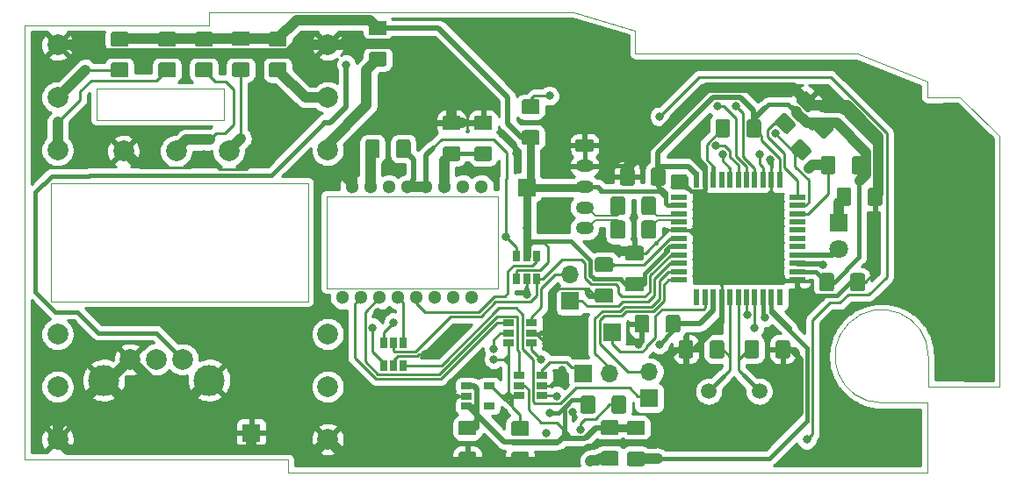
<source format=gbr>
G04 #@! TF.GenerationSoftware,KiCad,Pcbnew,5.99.0-unknown-072ea9a~86~ubuntu18.04.1*
G04 #@! TF.CreationDate,2019-09-18T00:12:08+01:00*
G04 #@! TF.ProjectId,mouse8,6d6f7573-6538-42e6-9b69-6361645f7063,rev?*
G04 #@! TF.SameCoordinates,Original*
G04 #@! TF.FileFunction,Copper,L1,Top*
G04 #@! TF.FilePolarity,Positive*
%FSLAX46Y46*%
G04 Gerber Fmt 4.6, Leading zero omitted, Abs format (unit mm)*
G04 Created by KiCad (PCBNEW 5.99.0-unknown-072ea9a~86~ubuntu18.04.1) date 2019-09-18 00:12:08*
%MOMM*%
%LPD*%
G04 APERTURE LIST*
%ADD10C,0.050000*%
%ADD11R,1.700000X1.700000*%
%ADD12O,1.700000X1.700000*%
%ADD13C,0.100000*%
%ADD14C,1.425000*%
%ADD15R,0.550000X1.500000*%
%ADD16R,1.500000X0.550000*%
%ADD17C,1.500000*%
%ADD18C,1.800000*%
%ADD19R,1.800000X1.800000*%
%ADD20R,1.060000X0.650000*%
%ADD21R,0.650000X1.060000*%
%ADD22C,2.000000*%
%ADD23C,1.300000*%
%ADD24C,3.000000*%
%ADD25O,1.750000X1.200000*%
%ADD26C,1.200000*%
%ADD27C,0.800000*%
%ADD28C,0.200000*%
%ADD29C,0.500000*%
%ADD30C,1.000000*%
%ADD31C,0.250000*%
%ADD32C,0.400000*%
%ADD33C,0.800000*%
%ADD34C,0.254000*%
G04 APERTURE END LIST*
D10*
X205350000Y-63500000D02*
X170180000Y-63500000D01*
X211275000Y-65275000D02*
X205350000Y-63500000D01*
X211275000Y-65275000D02*
X211275000Y-67525000D01*
X242600000Y-71750000D02*
X246375000Y-75450000D01*
X239395000Y-71755000D02*
X242600000Y-71750000D01*
X239400000Y-70200000D02*
X239395000Y-71755000D01*
X232675000Y-67525000D02*
X239400000Y-70200000D01*
X211275000Y-67525000D02*
X232675000Y-67525000D01*
X239395000Y-107950000D02*
X177800000Y-107950000D01*
X246375000Y-75450000D02*
X246380000Y-99695000D01*
X239525000Y-99675000D02*
X246380000Y-99695000D01*
X239400000Y-101250000D02*
X239395000Y-107950000D01*
X239525000Y-96750000D02*
X239525000Y-99675000D01*
X235025000Y-101250000D02*
X239400000Y-101250000D01*
X235025000Y-101250000D02*
G75*
G02X239525000Y-96750000I0J4500000D01*
G01*
X159308800Y-70916800D02*
X159308800Y-73914000D01*
X171653200Y-70916800D02*
X159308800Y-70916800D01*
X171653200Y-73914000D02*
X171653200Y-70916800D01*
X159308800Y-73914000D02*
X171653200Y-73914000D01*
X154940000Y-80010000D02*
X179705000Y-80010000D01*
X181483000Y-90170000D02*
X181483000Y-81280000D01*
X197993000Y-90170000D02*
X181483000Y-90170000D01*
X197993000Y-81280000D02*
X197993000Y-90170000D01*
X181483000Y-81280000D02*
X197993000Y-81280000D01*
X177800000Y-106680000D02*
X177800000Y-107950000D01*
X152400000Y-106680000D02*
X177800000Y-106680000D01*
X170180000Y-64770000D02*
X152400000Y-64770000D01*
X170180000Y-63500000D02*
X170180000Y-64770000D01*
X154940000Y-91440000D02*
X154940000Y-90805000D01*
X179705000Y-91440000D02*
X179705000Y-90805000D01*
X179705000Y-80010000D02*
X179705000Y-90805000D01*
X154940000Y-90805000D02*
X154940000Y-80010000D01*
X179705000Y-91440000D02*
X154940000Y-91440000D01*
X152400000Y-106680000D02*
X152400000Y-64770000D01*
D11*
X209000000Y-94400000D03*
D12*
X205000000Y-88860000D03*
D11*
X205000000Y-91400000D03*
D12*
X208740000Y-98400000D03*
D11*
X206200000Y-98400000D03*
D12*
X212600000Y-98260000D03*
D11*
X212600000Y-100800000D03*
D13*
G36*
X210158171Y-83659030D02*
G01*
X210239277Y-83713223D01*
X210293470Y-83794329D01*
X210312500Y-83890000D01*
X210312500Y-85140000D01*
X210293470Y-85235671D01*
X210239277Y-85316777D01*
X210158171Y-85370970D01*
X210062500Y-85390000D01*
X209137500Y-85390000D01*
X209041829Y-85370970D01*
X208960723Y-85316777D01*
X208906530Y-85235671D01*
X208887500Y-85140000D01*
X208887500Y-83890000D01*
X208906530Y-83794329D01*
X208960723Y-83713223D01*
X209041829Y-83659030D01*
X209137500Y-83640000D01*
X210062500Y-83640000D01*
X210158171Y-83659030D01*
X210158171Y-83659030D01*
G37*
D14*
X209600000Y-84515000D03*
D13*
G36*
X213133171Y-83659030D02*
G01*
X213214277Y-83713223D01*
X213268470Y-83794329D01*
X213287500Y-83890000D01*
X213287500Y-85140000D01*
X213268470Y-85235671D01*
X213214277Y-85316777D01*
X213133171Y-85370970D01*
X213037500Y-85390000D01*
X212112500Y-85390000D01*
X212016829Y-85370970D01*
X211935723Y-85316777D01*
X211881530Y-85235671D01*
X211862500Y-85140000D01*
X211862500Y-83890000D01*
X211881530Y-83794329D01*
X211935723Y-83713223D01*
X212016829Y-83659030D01*
X212112500Y-83640000D01*
X213037500Y-83640000D01*
X213133171Y-83659030D01*
X213133171Y-83659030D01*
G37*
D14*
X212575000Y-84515000D03*
D15*
X217192000Y-79669000D03*
X217992000Y-79669000D03*
X218792000Y-79669000D03*
X219592000Y-79669000D03*
X220392000Y-79669000D03*
X221192000Y-79669000D03*
X221992000Y-79669000D03*
X222792000Y-79669000D03*
X223592000Y-79669000D03*
X224392000Y-79669000D03*
X225192000Y-79669000D03*
D16*
X226892000Y-81369000D03*
X226892000Y-82169000D03*
X226892000Y-82969000D03*
X226892000Y-83769000D03*
X226892000Y-84569000D03*
X226892000Y-85369000D03*
X226892000Y-86169000D03*
X226892000Y-86969000D03*
X226892000Y-87769000D03*
X226892000Y-88569000D03*
X226892000Y-89369000D03*
D15*
X225192000Y-91069000D03*
X224392000Y-91069000D03*
X223592000Y-91069000D03*
X222792000Y-91069000D03*
X221992000Y-91069000D03*
X221192000Y-91069000D03*
X220392000Y-91069000D03*
X219592000Y-91069000D03*
X218792000Y-91069000D03*
X217992000Y-91069000D03*
X217192000Y-91069000D03*
D16*
X215492000Y-89369000D03*
X215492000Y-88569000D03*
X215492000Y-87769000D03*
X215492000Y-86969000D03*
X215492000Y-86169000D03*
X215492000Y-85369000D03*
X215492000Y-84569000D03*
X215492000Y-83769000D03*
X215492000Y-82969000D03*
X215492000Y-82169000D03*
X215492000Y-81369000D03*
D11*
X200800000Y-80450000D03*
X174244000Y-104140000D03*
D13*
G36*
X209508671Y-102938530D02*
G01*
X209589777Y-102992723D01*
X209643970Y-103073829D01*
X209663000Y-103169500D01*
X209663000Y-104094500D01*
X209643970Y-104190171D01*
X209589777Y-104271277D01*
X209508671Y-104325470D01*
X209413000Y-104344500D01*
X208163000Y-104344500D01*
X208067329Y-104325470D01*
X207986223Y-104271277D01*
X207932030Y-104190171D01*
X207913000Y-104094500D01*
X207913000Y-103169500D01*
X207932030Y-103073829D01*
X207986223Y-102992723D01*
X208067329Y-102938530D01*
X208163000Y-102919500D01*
X209413000Y-102919500D01*
X209508671Y-102938530D01*
X209508671Y-102938530D01*
G37*
D14*
X208788000Y-103632000D03*
D13*
G36*
X209508671Y-105913530D02*
G01*
X209589777Y-105967723D01*
X209643970Y-106048829D01*
X209663000Y-106144500D01*
X209663000Y-107069500D01*
X209643970Y-107165171D01*
X209589777Y-107246277D01*
X209508671Y-107300470D01*
X209413000Y-107319500D01*
X208163000Y-107319500D01*
X208067329Y-107300470D01*
X207986223Y-107246277D01*
X207932030Y-107165171D01*
X207913000Y-107069500D01*
X207913000Y-106144500D01*
X207932030Y-106048829D01*
X207986223Y-105967723D01*
X208067329Y-105913530D01*
X208163000Y-105894500D01*
X209413000Y-105894500D01*
X209508671Y-105913530D01*
X209508671Y-105913530D01*
G37*
D14*
X208788000Y-106607000D03*
D13*
G36*
X201888671Y-71950530D02*
G01*
X201969777Y-72004723D01*
X202023970Y-72085829D01*
X202043000Y-72181500D01*
X202043000Y-73106500D01*
X202023970Y-73202171D01*
X201969777Y-73283277D01*
X201888671Y-73337470D01*
X201793000Y-73356500D01*
X200543000Y-73356500D01*
X200447329Y-73337470D01*
X200366223Y-73283277D01*
X200312030Y-73202171D01*
X200293000Y-73106500D01*
X200293000Y-72181500D01*
X200312030Y-72085829D01*
X200366223Y-72004723D01*
X200447329Y-71950530D01*
X200543000Y-71931500D01*
X201793000Y-71931500D01*
X201888671Y-71950530D01*
X201888671Y-71950530D01*
G37*
D14*
X201168000Y-72644000D03*
D13*
G36*
X201888671Y-74925530D02*
G01*
X201969777Y-74979723D01*
X202023970Y-75060829D01*
X202043000Y-75156500D01*
X202043000Y-76081500D01*
X202023970Y-76177171D01*
X201969777Y-76258277D01*
X201888671Y-76312470D01*
X201793000Y-76331500D01*
X200543000Y-76331500D01*
X200447329Y-76312470D01*
X200366223Y-76258277D01*
X200312030Y-76177171D01*
X200293000Y-76081500D01*
X200293000Y-75156500D01*
X200312030Y-75060829D01*
X200366223Y-74979723D01*
X200447329Y-74925530D01*
X200543000Y-74906500D01*
X201793000Y-74906500D01*
X201888671Y-74925530D01*
X201888671Y-74925530D01*
G37*
D14*
X201168000Y-75619000D03*
D13*
G36*
X166836671Y-68394530D02*
G01*
X166917777Y-68448723D01*
X166971970Y-68529829D01*
X166991000Y-68625500D01*
X166991000Y-69550500D01*
X166971970Y-69646171D01*
X166917777Y-69727277D01*
X166836671Y-69781470D01*
X166741000Y-69800500D01*
X165491000Y-69800500D01*
X165395329Y-69781470D01*
X165314223Y-69727277D01*
X165260030Y-69646171D01*
X165241000Y-69550500D01*
X165241000Y-68625500D01*
X165260030Y-68529829D01*
X165314223Y-68448723D01*
X165395329Y-68394530D01*
X165491000Y-68375500D01*
X166741000Y-68375500D01*
X166836671Y-68394530D01*
X166836671Y-68394530D01*
G37*
D14*
X166116000Y-69088000D03*
D13*
G36*
X166836671Y-65419530D02*
G01*
X166917777Y-65473723D01*
X166971970Y-65554829D01*
X166991000Y-65650500D01*
X166991000Y-66575500D01*
X166971970Y-66671171D01*
X166917777Y-66752277D01*
X166836671Y-66806470D01*
X166741000Y-66825500D01*
X165491000Y-66825500D01*
X165395329Y-66806470D01*
X165314223Y-66752277D01*
X165260030Y-66671171D01*
X165241000Y-66575500D01*
X165241000Y-65650500D01*
X165260030Y-65554829D01*
X165314223Y-65473723D01*
X165395329Y-65419530D01*
X165491000Y-65400500D01*
X166741000Y-65400500D01*
X166836671Y-65419530D01*
X166836671Y-65419530D01*
G37*
D14*
X166116000Y-66113000D03*
D13*
G36*
X173948671Y-68358030D02*
G01*
X174029777Y-68412223D01*
X174083970Y-68493329D01*
X174103000Y-68589000D01*
X174103000Y-69514000D01*
X174083970Y-69609671D01*
X174029777Y-69690777D01*
X173948671Y-69744970D01*
X173853000Y-69764000D01*
X172603000Y-69764000D01*
X172507329Y-69744970D01*
X172426223Y-69690777D01*
X172372030Y-69609671D01*
X172353000Y-69514000D01*
X172353000Y-68589000D01*
X172372030Y-68493329D01*
X172426223Y-68412223D01*
X172507329Y-68358030D01*
X172603000Y-68339000D01*
X173853000Y-68339000D01*
X173948671Y-68358030D01*
X173948671Y-68358030D01*
G37*
D14*
X173228000Y-69051500D03*
D13*
G36*
X173948671Y-65383030D02*
G01*
X174029777Y-65437223D01*
X174083970Y-65518329D01*
X174103000Y-65614000D01*
X174103000Y-66539000D01*
X174083970Y-66634671D01*
X174029777Y-66715777D01*
X173948671Y-66769970D01*
X173853000Y-66789000D01*
X172603000Y-66789000D01*
X172507329Y-66769970D01*
X172426223Y-66715777D01*
X172372030Y-66634671D01*
X172353000Y-66539000D01*
X172353000Y-65614000D01*
X172372030Y-65518329D01*
X172426223Y-65437223D01*
X172507329Y-65383030D01*
X172603000Y-65364000D01*
X173853000Y-65364000D01*
X173948671Y-65383030D01*
X173948671Y-65383030D01*
G37*
D14*
X173228000Y-66076500D03*
D13*
G36*
X210245671Y-100544030D02*
G01*
X210326777Y-100598223D01*
X210380970Y-100679329D01*
X210400000Y-100775000D01*
X210400000Y-102025000D01*
X210380970Y-102120671D01*
X210326777Y-102201777D01*
X210245671Y-102255970D01*
X210150000Y-102275000D01*
X209225000Y-102275000D01*
X209129329Y-102255970D01*
X209048223Y-102201777D01*
X208994030Y-102120671D01*
X208975000Y-102025000D01*
X208975000Y-100775000D01*
X208994030Y-100679329D01*
X209048223Y-100598223D01*
X209129329Y-100544030D01*
X209225000Y-100525000D01*
X210150000Y-100525000D01*
X210245671Y-100544030D01*
X210245671Y-100544030D01*
G37*
D14*
X209687500Y-101400000D03*
D13*
G36*
X207270671Y-100544030D02*
G01*
X207351777Y-100598223D01*
X207405970Y-100679329D01*
X207425000Y-100775000D01*
X207425000Y-102025000D01*
X207405970Y-102120671D01*
X207351777Y-102201777D01*
X207270671Y-102255970D01*
X207175000Y-102275000D01*
X206250000Y-102275000D01*
X206154329Y-102255970D01*
X206073223Y-102201777D01*
X206019030Y-102120671D01*
X206000000Y-102025000D01*
X206000000Y-100775000D01*
X206019030Y-100679329D01*
X206073223Y-100598223D01*
X206154329Y-100544030D01*
X206250000Y-100525000D01*
X207175000Y-100525000D01*
X207270671Y-100544030D01*
X207270671Y-100544030D01*
G37*
D14*
X206712500Y-101400000D03*
D13*
G36*
X187156671Y-67342030D02*
G01*
X187237777Y-67396223D01*
X187291970Y-67477329D01*
X187311000Y-67573000D01*
X187311000Y-68498000D01*
X187291970Y-68593671D01*
X187237777Y-68674777D01*
X187156671Y-68728970D01*
X187061000Y-68748000D01*
X185811000Y-68748000D01*
X185715329Y-68728970D01*
X185634223Y-68674777D01*
X185580030Y-68593671D01*
X185561000Y-68498000D01*
X185561000Y-67573000D01*
X185580030Y-67477329D01*
X185634223Y-67396223D01*
X185715329Y-67342030D01*
X185811000Y-67323000D01*
X187061000Y-67323000D01*
X187156671Y-67342030D01*
X187156671Y-67342030D01*
G37*
D14*
X186436000Y-68035500D03*
D13*
G36*
X187156671Y-64367030D02*
G01*
X187237777Y-64421223D01*
X187291970Y-64502329D01*
X187311000Y-64598000D01*
X187311000Y-65523000D01*
X187291970Y-65618671D01*
X187237777Y-65699777D01*
X187156671Y-65753970D01*
X187061000Y-65773000D01*
X185811000Y-65773000D01*
X185715329Y-65753970D01*
X185634223Y-65699777D01*
X185580030Y-65618671D01*
X185561000Y-65523000D01*
X185561000Y-64598000D01*
X185580030Y-64502329D01*
X185634223Y-64421223D01*
X185715329Y-64367030D01*
X185811000Y-64348000D01*
X187061000Y-64348000D01*
X187156671Y-64367030D01*
X187156671Y-64367030D01*
G37*
D14*
X186436000Y-65060500D03*
D13*
G36*
X162264671Y-65419530D02*
G01*
X162345777Y-65473723D01*
X162399970Y-65554829D01*
X162419000Y-65650500D01*
X162419000Y-66575500D01*
X162399970Y-66671171D01*
X162345777Y-66752277D01*
X162264671Y-66806470D01*
X162169000Y-66825500D01*
X160919000Y-66825500D01*
X160823329Y-66806470D01*
X160742223Y-66752277D01*
X160688030Y-66671171D01*
X160669000Y-66575500D01*
X160669000Y-65650500D01*
X160688030Y-65554829D01*
X160742223Y-65473723D01*
X160823329Y-65419530D01*
X160919000Y-65400500D01*
X162169000Y-65400500D01*
X162264671Y-65419530D01*
X162264671Y-65419530D01*
G37*
D14*
X161544000Y-66113000D03*
D13*
G36*
X162264671Y-68394530D02*
G01*
X162345777Y-68448723D01*
X162399970Y-68529829D01*
X162419000Y-68625500D01*
X162419000Y-69550500D01*
X162399970Y-69646171D01*
X162345777Y-69727277D01*
X162264671Y-69781470D01*
X162169000Y-69800500D01*
X160919000Y-69800500D01*
X160823329Y-69781470D01*
X160742223Y-69727277D01*
X160688030Y-69646171D01*
X160669000Y-69550500D01*
X160669000Y-68625500D01*
X160688030Y-68529829D01*
X160742223Y-68448723D01*
X160823329Y-68394530D01*
X160919000Y-68375500D01*
X162169000Y-68375500D01*
X162264671Y-68394530D01*
X162264671Y-68394530D01*
G37*
D14*
X161544000Y-69088000D03*
D13*
G36*
X170392671Y-65419530D02*
G01*
X170473777Y-65473723D01*
X170527970Y-65554829D01*
X170547000Y-65650500D01*
X170547000Y-66575500D01*
X170527970Y-66671171D01*
X170473777Y-66752277D01*
X170392671Y-66806470D01*
X170297000Y-66825500D01*
X169047000Y-66825500D01*
X168951329Y-66806470D01*
X168870223Y-66752277D01*
X168816030Y-66671171D01*
X168797000Y-66575500D01*
X168797000Y-65650500D01*
X168816030Y-65554829D01*
X168870223Y-65473723D01*
X168951329Y-65419530D01*
X169047000Y-65400500D01*
X170297000Y-65400500D01*
X170392671Y-65419530D01*
X170392671Y-65419530D01*
G37*
D14*
X169672000Y-66113000D03*
D13*
G36*
X170392671Y-68394530D02*
G01*
X170473777Y-68448723D01*
X170527970Y-68529829D01*
X170547000Y-68625500D01*
X170547000Y-69550500D01*
X170527970Y-69646171D01*
X170473777Y-69727277D01*
X170392671Y-69781470D01*
X170297000Y-69800500D01*
X169047000Y-69800500D01*
X168951329Y-69781470D01*
X168870223Y-69727277D01*
X168816030Y-69646171D01*
X168797000Y-69550500D01*
X168797000Y-68625500D01*
X168816030Y-68529829D01*
X168870223Y-68448723D01*
X168951329Y-68394530D01*
X169047000Y-68375500D01*
X170297000Y-68375500D01*
X170392671Y-68394530D01*
X170392671Y-68394530D01*
G37*
D14*
X169672000Y-69088000D03*
D13*
G36*
X212048671Y-102975030D02*
G01*
X212129777Y-103029223D01*
X212183970Y-103110329D01*
X212203000Y-103206000D01*
X212203000Y-104131000D01*
X212183970Y-104226671D01*
X212129777Y-104307777D01*
X212048671Y-104361970D01*
X211953000Y-104381000D01*
X210703000Y-104381000D01*
X210607329Y-104361970D01*
X210526223Y-104307777D01*
X210472030Y-104226671D01*
X210453000Y-104131000D01*
X210453000Y-103206000D01*
X210472030Y-103110329D01*
X210526223Y-103029223D01*
X210607329Y-102975030D01*
X210703000Y-102956000D01*
X211953000Y-102956000D01*
X212048671Y-102975030D01*
X212048671Y-102975030D01*
G37*
D14*
X211328000Y-103668500D03*
D13*
G36*
X212048671Y-105950030D02*
G01*
X212129777Y-106004223D01*
X212183970Y-106085329D01*
X212203000Y-106181000D01*
X212203000Y-107106000D01*
X212183970Y-107201671D01*
X212129777Y-107282777D01*
X212048671Y-107336970D01*
X211953000Y-107356000D01*
X210703000Y-107356000D01*
X210607329Y-107336970D01*
X210526223Y-107282777D01*
X210472030Y-107201671D01*
X210453000Y-107106000D01*
X210453000Y-106181000D01*
X210472030Y-106085329D01*
X210526223Y-106004223D01*
X210607329Y-105950030D01*
X210703000Y-105931000D01*
X211953000Y-105931000D01*
X212048671Y-105950030D01*
X212048671Y-105950030D01*
G37*
D14*
X211328000Y-106643500D03*
D13*
G36*
X177504671Y-65419530D02*
G01*
X177585777Y-65473723D01*
X177639970Y-65554829D01*
X177659000Y-65650500D01*
X177659000Y-66575500D01*
X177639970Y-66671171D01*
X177585777Y-66752277D01*
X177504671Y-66806470D01*
X177409000Y-66825500D01*
X176159000Y-66825500D01*
X176063329Y-66806470D01*
X175982223Y-66752277D01*
X175928030Y-66671171D01*
X175909000Y-66575500D01*
X175909000Y-65650500D01*
X175928030Y-65554829D01*
X175982223Y-65473723D01*
X176063329Y-65419530D01*
X176159000Y-65400500D01*
X177409000Y-65400500D01*
X177504671Y-65419530D01*
X177504671Y-65419530D01*
G37*
D14*
X176784000Y-66113000D03*
D13*
G36*
X177504671Y-68394530D02*
G01*
X177585777Y-68448723D01*
X177639970Y-68529829D01*
X177659000Y-68625500D01*
X177659000Y-69550500D01*
X177639970Y-69646171D01*
X177585777Y-69727277D01*
X177504671Y-69781470D01*
X177409000Y-69800500D01*
X176159000Y-69800500D01*
X176063329Y-69781470D01*
X175982223Y-69727277D01*
X175928030Y-69646171D01*
X175909000Y-69550500D01*
X175909000Y-68625500D01*
X175928030Y-68529829D01*
X175982223Y-68448723D01*
X176063329Y-68394530D01*
X176159000Y-68375500D01*
X177409000Y-68375500D01*
X177504671Y-68394530D01*
X177504671Y-68394530D01*
G37*
D14*
X176784000Y-69088000D03*
D13*
G36*
X211920671Y-86119030D02*
G01*
X212001777Y-86173223D01*
X212055970Y-86254329D01*
X212075000Y-86350000D01*
X212075000Y-87275000D01*
X212055970Y-87370671D01*
X212001777Y-87451777D01*
X211920671Y-87505970D01*
X211825000Y-87525000D01*
X210575000Y-87525000D01*
X210479329Y-87505970D01*
X210398223Y-87451777D01*
X210344030Y-87370671D01*
X210325000Y-87275000D01*
X210325000Y-86350000D01*
X210344030Y-86254329D01*
X210398223Y-86173223D01*
X210479329Y-86119030D01*
X210575000Y-86100000D01*
X211825000Y-86100000D01*
X211920671Y-86119030D01*
X211920671Y-86119030D01*
G37*
D14*
X211200000Y-86812500D03*
D13*
G36*
X211920671Y-89094030D02*
G01*
X212001777Y-89148223D01*
X212055970Y-89229329D01*
X212075000Y-89325000D01*
X212075000Y-90250000D01*
X212055970Y-90345671D01*
X212001777Y-90426777D01*
X211920671Y-90480970D01*
X211825000Y-90500000D01*
X210575000Y-90500000D01*
X210479329Y-90480970D01*
X210398223Y-90426777D01*
X210344030Y-90345671D01*
X210325000Y-90250000D01*
X210325000Y-89325000D01*
X210344030Y-89229329D01*
X210398223Y-89148223D01*
X210479329Y-89094030D01*
X210575000Y-89075000D01*
X211825000Y-89075000D01*
X211920671Y-89094030D01*
X211920671Y-89094030D01*
G37*
D14*
X211200000Y-89787500D03*
D13*
G36*
X211045671Y-78544030D02*
G01*
X211126777Y-78598223D01*
X211180970Y-78679329D01*
X211200000Y-78775000D01*
X211200000Y-80025000D01*
X211180970Y-80120671D01*
X211126777Y-80201777D01*
X211045671Y-80255970D01*
X210950000Y-80275000D01*
X210025000Y-80275000D01*
X209929329Y-80255970D01*
X209848223Y-80201777D01*
X209794030Y-80120671D01*
X209775000Y-80025000D01*
X209775000Y-78775000D01*
X209794030Y-78679329D01*
X209848223Y-78598223D01*
X209929329Y-78544030D01*
X210025000Y-78525000D01*
X210950000Y-78525000D01*
X211045671Y-78544030D01*
X211045671Y-78544030D01*
G37*
D14*
X210487500Y-79400000D03*
D13*
G36*
X214020671Y-78544030D02*
G01*
X214101777Y-78598223D01*
X214155970Y-78679329D01*
X214175000Y-78775000D01*
X214175000Y-80025000D01*
X214155970Y-80120671D01*
X214101777Y-80201777D01*
X214020671Y-80255970D01*
X213925000Y-80275000D01*
X213000000Y-80275000D01*
X212904329Y-80255970D01*
X212823223Y-80201777D01*
X212769030Y-80120671D01*
X212750000Y-80025000D01*
X212750000Y-78775000D01*
X212769030Y-78679329D01*
X212823223Y-78598223D01*
X212904329Y-78544030D01*
X213000000Y-78525000D01*
X213925000Y-78525000D01*
X214020671Y-78544030D01*
X214020671Y-78544030D01*
G37*
D14*
X213462500Y-79400000D03*
D13*
G36*
X212470671Y-92744030D02*
G01*
X212551777Y-92798223D01*
X212605970Y-92879329D01*
X212625000Y-92975000D01*
X212625000Y-94225000D01*
X212605970Y-94320671D01*
X212551777Y-94401777D01*
X212470671Y-94455970D01*
X212375000Y-94475000D01*
X211450000Y-94475000D01*
X211354329Y-94455970D01*
X211273223Y-94401777D01*
X211219030Y-94320671D01*
X211200000Y-94225000D01*
X211200000Y-92975000D01*
X211219030Y-92879329D01*
X211273223Y-92798223D01*
X211354329Y-92744030D01*
X211450000Y-92725000D01*
X212375000Y-92725000D01*
X212470671Y-92744030D01*
X212470671Y-92744030D01*
G37*
D14*
X211912500Y-93600000D03*
D13*
G36*
X215445671Y-92744030D02*
G01*
X215526777Y-92798223D01*
X215580970Y-92879329D01*
X215600000Y-92975000D01*
X215600000Y-94225000D01*
X215580970Y-94320671D01*
X215526777Y-94401777D01*
X215445671Y-94455970D01*
X215350000Y-94475000D01*
X214425000Y-94475000D01*
X214329329Y-94455970D01*
X214248223Y-94401777D01*
X214194030Y-94320671D01*
X214175000Y-94225000D01*
X214175000Y-92975000D01*
X214194030Y-92879329D01*
X214248223Y-92798223D01*
X214329329Y-92744030D01*
X214425000Y-92725000D01*
X215350000Y-92725000D01*
X215445671Y-92744030D01*
X215445671Y-92744030D01*
G37*
D14*
X214887500Y-93600000D03*
D13*
G36*
X194268671Y-73511030D02*
G01*
X194349777Y-73565223D01*
X194403970Y-73646329D01*
X194423000Y-73742000D01*
X194423000Y-74667000D01*
X194403970Y-74762671D01*
X194349777Y-74843777D01*
X194268671Y-74897970D01*
X194173000Y-74917000D01*
X192923000Y-74917000D01*
X192827329Y-74897970D01*
X192746223Y-74843777D01*
X192692030Y-74762671D01*
X192673000Y-74667000D01*
X192673000Y-73742000D01*
X192692030Y-73646329D01*
X192746223Y-73565223D01*
X192827329Y-73511030D01*
X192923000Y-73492000D01*
X194173000Y-73492000D01*
X194268671Y-73511030D01*
X194268671Y-73511030D01*
G37*
D14*
X193548000Y-74204500D03*
D13*
G36*
X194268671Y-76486030D02*
G01*
X194349777Y-76540223D01*
X194403970Y-76621329D01*
X194423000Y-76717000D01*
X194423000Y-77642000D01*
X194403970Y-77737671D01*
X194349777Y-77818777D01*
X194268671Y-77872970D01*
X194173000Y-77892000D01*
X192923000Y-77892000D01*
X192827329Y-77872970D01*
X192746223Y-77818777D01*
X192692030Y-77737671D01*
X192673000Y-77642000D01*
X192673000Y-76717000D01*
X192692030Y-76621329D01*
X192746223Y-76540223D01*
X192827329Y-76486030D01*
X192923000Y-76467000D01*
X194173000Y-76467000D01*
X194268671Y-76486030D01*
X194268671Y-76486030D01*
G37*
D14*
X193548000Y-77179500D03*
D13*
G36*
X197316671Y-73511030D02*
G01*
X197397777Y-73565223D01*
X197451970Y-73646329D01*
X197471000Y-73742000D01*
X197471000Y-74667000D01*
X197451970Y-74762671D01*
X197397777Y-74843777D01*
X197316671Y-74897970D01*
X197221000Y-74917000D01*
X195971000Y-74917000D01*
X195875329Y-74897970D01*
X195794223Y-74843777D01*
X195740030Y-74762671D01*
X195721000Y-74667000D01*
X195721000Y-73742000D01*
X195740030Y-73646329D01*
X195794223Y-73565223D01*
X195875329Y-73511030D01*
X195971000Y-73492000D01*
X197221000Y-73492000D01*
X197316671Y-73511030D01*
X197316671Y-73511030D01*
G37*
D14*
X196596000Y-74204500D03*
D13*
G36*
X197316671Y-76486030D02*
G01*
X197397777Y-76540223D01*
X197451970Y-76621329D01*
X197471000Y-76717000D01*
X197471000Y-77642000D01*
X197451970Y-77737671D01*
X197397777Y-77818777D01*
X197316671Y-77872970D01*
X197221000Y-77892000D01*
X195971000Y-77892000D01*
X195875329Y-77872970D01*
X195794223Y-77818777D01*
X195740030Y-77737671D01*
X195721000Y-77642000D01*
X195721000Y-76717000D01*
X195740030Y-76621329D01*
X195794223Y-76540223D01*
X195875329Y-76486030D01*
X195971000Y-76467000D01*
X197221000Y-76467000D01*
X197316671Y-76486030D01*
X197316671Y-76486030D01*
G37*
D14*
X196596000Y-77179500D03*
D13*
G36*
X233245671Y-88744030D02*
G01*
X233326777Y-88798223D01*
X233380970Y-88879329D01*
X233400000Y-88975000D01*
X233400000Y-90225000D01*
X233380970Y-90320671D01*
X233326777Y-90401777D01*
X233245671Y-90455970D01*
X233150000Y-90475000D01*
X232225000Y-90475000D01*
X232129329Y-90455970D01*
X232048223Y-90401777D01*
X231994030Y-90320671D01*
X231975000Y-90225000D01*
X231975000Y-88975000D01*
X231994030Y-88879329D01*
X232048223Y-88798223D01*
X232129329Y-88744030D01*
X232225000Y-88725000D01*
X233150000Y-88725000D01*
X233245671Y-88744030D01*
X233245671Y-88744030D01*
G37*
D14*
X232687500Y-89600000D03*
D13*
G36*
X230270671Y-88744030D02*
G01*
X230351777Y-88798223D01*
X230405970Y-88879329D01*
X230425000Y-88975000D01*
X230425000Y-90225000D01*
X230405970Y-90320671D01*
X230351777Y-90401777D01*
X230270671Y-90455970D01*
X230175000Y-90475000D01*
X229250000Y-90475000D01*
X229154329Y-90455970D01*
X229073223Y-90401777D01*
X229019030Y-90320671D01*
X229000000Y-90225000D01*
X229000000Y-88975000D01*
X229019030Y-88879329D01*
X229073223Y-88798223D01*
X229154329Y-88744030D01*
X229250000Y-88725000D01*
X230175000Y-88725000D01*
X230270671Y-88744030D01*
X230270671Y-88744030D01*
G37*
D14*
X229712500Y-89600000D03*
D13*
G36*
X226031671Y-95212030D02*
G01*
X226112777Y-95266223D01*
X226166970Y-95347329D01*
X226186000Y-95443000D01*
X226186000Y-96693000D01*
X226166970Y-96788671D01*
X226112777Y-96869777D01*
X226031671Y-96923970D01*
X225936000Y-96943000D01*
X225011000Y-96943000D01*
X224915329Y-96923970D01*
X224834223Y-96869777D01*
X224780030Y-96788671D01*
X224761000Y-96693000D01*
X224761000Y-95443000D01*
X224780030Y-95347329D01*
X224834223Y-95266223D01*
X224915329Y-95212030D01*
X225011000Y-95193000D01*
X225936000Y-95193000D01*
X226031671Y-95212030D01*
X226031671Y-95212030D01*
G37*
D14*
X225473500Y-96068000D03*
D13*
G36*
X223056671Y-95212030D02*
G01*
X223137777Y-95266223D01*
X223191970Y-95347329D01*
X223211000Y-95443000D01*
X223211000Y-96693000D01*
X223191970Y-96788671D01*
X223137777Y-96869777D01*
X223056671Y-96923970D01*
X222961000Y-96943000D01*
X222036000Y-96943000D01*
X221940329Y-96923970D01*
X221859223Y-96869777D01*
X221805030Y-96788671D01*
X221786000Y-96693000D01*
X221786000Y-95443000D01*
X221805030Y-95347329D01*
X221859223Y-95266223D01*
X221940329Y-95212030D01*
X222036000Y-95193000D01*
X222961000Y-95193000D01*
X223056671Y-95212030D01*
X223056671Y-95212030D01*
G37*
D14*
X222498500Y-96068000D03*
D13*
G36*
X200872671Y-105986530D02*
G01*
X200953777Y-106040723D01*
X201007970Y-106121829D01*
X201027000Y-106217500D01*
X201027000Y-107142500D01*
X201007970Y-107238171D01*
X200953777Y-107319277D01*
X200872671Y-107373470D01*
X200777000Y-107392500D01*
X199527000Y-107392500D01*
X199431329Y-107373470D01*
X199350223Y-107319277D01*
X199296030Y-107238171D01*
X199277000Y-107142500D01*
X199277000Y-106217500D01*
X199296030Y-106121829D01*
X199350223Y-106040723D01*
X199431329Y-105986530D01*
X199527000Y-105967500D01*
X200777000Y-105967500D01*
X200872671Y-105986530D01*
X200872671Y-105986530D01*
G37*
D14*
X200152000Y-106680000D03*
D13*
G36*
X200872671Y-103011530D02*
G01*
X200953777Y-103065723D01*
X201007970Y-103146829D01*
X201027000Y-103242500D01*
X201027000Y-104167500D01*
X201007970Y-104263171D01*
X200953777Y-104344277D01*
X200872671Y-104398470D01*
X200777000Y-104417500D01*
X199527000Y-104417500D01*
X199431329Y-104398470D01*
X199350223Y-104344277D01*
X199296030Y-104263171D01*
X199277000Y-104167500D01*
X199277000Y-103242500D01*
X199296030Y-103146829D01*
X199350223Y-103065723D01*
X199431329Y-103011530D01*
X199527000Y-102992500D01*
X200777000Y-102992500D01*
X200872671Y-103011530D01*
X200872671Y-103011530D01*
G37*
D14*
X200152000Y-103705000D03*
D13*
G36*
X223237671Y-73876030D02*
G01*
X223318777Y-73930223D01*
X223372970Y-74011329D01*
X223392000Y-74107000D01*
X223392000Y-75357000D01*
X223372970Y-75452671D01*
X223318777Y-75533777D01*
X223237671Y-75587970D01*
X223142000Y-75607000D01*
X222217000Y-75607000D01*
X222121329Y-75587970D01*
X222040223Y-75533777D01*
X221986030Y-75452671D01*
X221967000Y-75357000D01*
X221967000Y-74107000D01*
X221986030Y-74011329D01*
X222040223Y-73930223D01*
X222121329Y-73876030D01*
X222217000Y-73857000D01*
X223142000Y-73857000D01*
X223237671Y-73876030D01*
X223237671Y-73876030D01*
G37*
D14*
X222679500Y-74732000D03*
D13*
G36*
X220262671Y-73876030D02*
G01*
X220343777Y-73930223D01*
X220397970Y-74011329D01*
X220417000Y-74107000D01*
X220417000Y-75357000D01*
X220397970Y-75452671D01*
X220343777Y-75533777D01*
X220262671Y-75587970D01*
X220167000Y-75607000D01*
X219242000Y-75607000D01*
X219146329Y-75587970D01*
X219065223Y-75533777D01*
X219011030Y-75452671D01*
X218992000Y-75357000D01*
X218992000Y-74107000D01*
X219011030Y-74011329D01*
X219065223Y-73930223D01*
X219146329Y-73876030D01*
X219242000Y-73857000D01*
X220167000Y-73857000D01*
X220262671Y-73876030D01*
X220262671Y-73876030D01*
G37*
D14*
X219704500Y-74732000D03*
D13*
G36*
X216706671Y-95212030D02*
G01*
X216787777Y-95266223D01*
X216841970Y-95347329D01*
X216861000Y-95443000D01*
X216861000Y-96693000D01*
X216841970Y-96788671D01*
X216787777Y-96869777D01*
X216706671Y-96923970D01*
X216611000Y-96943000D01*
X215686000Y-96943000D01*
X215590329Y-96923970D01*
X215509223Y-96869777D01*
X215455030Y-96788671D01*
X215436000Y-96693000D01*
X215436000Y-95443000D01*
X215455030Y-95347329D01*
X215509223Y-95266223D01*
X215590329Y-95212030D01*
X215686000Y-95193000D01*
X216611000Y-95193000D01*
X216706671Y-95212030D01*
X216706671Y-95212030D01*
G37*
D14*
X216148500Y-96068000D03*
D13*
G36*
X219681671Y-95212030D02*
G01*
X219762777Y-95266223D01*
X219816970Y-95347329D01*
X219836000Y-95443000D01*
X219836000Y-96693000D01*
X219816970Y-96788671D01*
X219762777Y-96869777D01*
X219681671Y-96923970D01*
X219586000Y-96943000D01*
X218661000Y-96943000D01*
X218565329Y-96923970D01*
X218484223Y-96869777D01*
X218430030Y-96788671D01*
X218411000Y-96693000D01*
X218411000Y-95443000D01*
X218430030Y-95347329D01*
X218484223Y-95266223D01*
X218565329Y-95212030D01*
X218661000Y-95193000D01*
X219586000Y-95193000D01*
X219681671Y-95212030D01*
X219681671Y-95212030D01*
G37*
D14*
X219123500Y-96068000D03*
D13*
G36*
X208970671Y-90194030D02*
G01*
X209051777Y-90248223D01*
X209105970Y-90329329D01*
X209125000Y-90425000D01*
X209125000Y-91350000D01*
X209105970Y-91445671D01*
X209051777Y-91526777D01*
X208970671Y-91580970D01*
X208875000Y-91600000D01*
X207625000Y-91600000D01*
X207529329Y-91580970D01*
X207448223Y-91526777D01*
X207394030Y-91445671D01*
X207375000Y-91350000D01*
X207375000Y-90425000D01*
X207394030Y-90329329D01*
X207448223Y-90248223D01*
X207529329Y-90194030D01*
X207625000Y-90175000D01*
X208875000Y-90175000D01*
X208970671Y-90194030D01*
X208970671Y-90194030D01*
G37*
D14*
X208250000Y-90887500D03*
D13*
G36*
X208970671Y-87219030D02*
G01*
X209051777Y-87273223D01*
X209105970Y-87354329D01*
X209125000Y-87450000D01*
X209125000Y-88375000D01*
X209105970Y-88470671D01*
X209051777Y-88551777D01*
X208970671Y-88605970D01*
X208875000Y-88625000D01*
X207625000Y-88625000D01*
X207529329Y-88605970D01*
X207448223Y-88551777D01*
X207394030Y-88470671D01*
X207375000Y-88375000D01*
X207375000Y-87450000D01*
X207394030Y-87354329D01*
X207448223Y-87273223D01*
X207529329Y-87219030D01*
X207625000Y-87200000D01*
X208875000Y-87200000D01*
X208970671Y-87219030D01*
X208970671Y-87219030D01*
G37*
D14*
X208250000Y-87912500D03*
D13*
G36*
X195792671Y-105950030D02*
G01*
X195873777Y-106004223D01*
X195927970Y-106085329D01*
X195947000Y-106181000D01*
X195947000Y-107106000D01*
X195927970Y-107201671D01*
X195873777Y-107282777D01*
X195792671Y-107336970D01*
X195697000Y-107356000D01*
X194447000Y-107356000D01*
X194351329Y-107336970D01*
X194270223Y-107282777D01*
X194216030Y-107201671D01*
X194197000Y-107106000D01*
X194197000Y-106181000D01*
X194216030Y-106085329D01*
X194270223Y-106004223D01*
X194351329Y-105950030D01*
X194447000Y-105931000D01*
X195697000Y-105931000D01*
X195792671Y-105950030D01*
X195792671Y-105950030D01*
G37*
D14*
X195072000Y-106643500D03*
D13*
G36*
X195792671Y-102975030D02*
G01*
X195873777Y-103029223D01*
X195927970Y-103110329D01*
X195947000Y-103206000D01*
X195947000Y-104131000D01*
X195927970Y-104226671D01*
X195873777Y-104307777D01*
X195792671Y-104361970D01*
X195697000Y-104381000D01*
X194447000Y-104381000D01*
X194351329Y-104361970D01*
X194270223Y-104307777D01*
X194216030Y-104226671D01*
X194197000Y-104131000D01*
X194197000Y-103206000D01*
X194216030Y-103110329D01*
X194270223Y-103029223D01*
X194351329Y-102975030D01*
X194447000Y-102956000D01*
X195697000Y-102956000D01*
X195792671Y-102975030D01*
X195792671Y-102975030D01*
G37*
D14*
X195072000Y-103668500D03*
D17*
X218344000Y-100132000D03*
X223224000Y-100132000D03*
D18*
X230844000Y-86416000D03*
D19*
X230844000Y-83876000D03*
D20*
X197188000Y-99634000D03*
X197188000Y-101534000D03*
X194988000Y-101534000D03*
X194988000Y-100584000D03*
X194988000Y-99634000D03*
X200068000Y-99568000D03*
X200068000Y-100518000D03*
X200068000Y-98618000D03*
X202268000Y-98618000D03*
X202268000Y-99568000D03*
X202268000Y-100518000D03*
X199052000Y-94488000D03*
X199052000Y-95438000D03*
X199052000Y-93538000D03*
X201252000Y-93538000D03*
X201252000Y-94488000D03*
X201252000Y-95438000D03*
D21*
X200793999Y-87080001D03*
X199843999Y-87080001D03*
X201743999Y-87080001D03*
X201743999Y-89280001D03*
X200793999Y-89280001D03*
X199843999Y-89280001D03*
X187960000Y-95420000D03*
X187010000Y-95420000D03*
X188910000Y-95420000D03*
X188910000Y-97620000D03*
X187960000Y-97620000D03*
X187010000Y-97620000D03*
D13*
G36*
X210154671Y-81357030D02*
G01*
X210235777Y-81411223D01*
X210289970Y-81492329D01*
X210309000Y-81588000D01*
X210309000Y-82838000D01*
X210289970Y-82933671D01*
X210235777Y-83014777D01*
X210154671Y-83068970D01*
X210059000Y-83088000D01*
X209134000Y-83088000D01*
X209038329Y-83068970D01*
X208957223Y-83014777D01*
X208903030Y-82933671D01*
X208884000Y-82838000D01*
X208884000Y-81588000D01*
X208903030Y-81492329D01*
X208957223Y-81411223D01*
X209038329Y-81357030D01*
X209134000Y-81338000D01*
X210059000Y-81338000D01*
X210154671Y-81357030D01*
X210154671Y-81357030D01*
G37*
D14*
X209596500Y-82213000D03*
D13*
G36*
X213129671Y-81357030D02*
G01*
X213210777Y-81411223D01*
X213264970Y-81492329D01*
X213284000Y-81588000D01*
X213284000Y-82838000D01*
X213264970Y-82933671D01*
X213210777Y-83014777D01*
X213129671Y-83068970D01*
X213034000Y-83088000D01*
X212109000Y-83088000D01*
X212013329Y-83068970D01*
X211932223Y-83014777D01*
X211878030Y-82933671D01*
X211859000Y-82838000D01*
X211859000Y-81588000D01*
X211878030Y-81492329D01*
X211932223Y-81411223D01*
X212013329Y-81357030D01*
X212109000Y-81338000D01*
X213034000Y-81338000D01*
X213129671Y-81357030D01*
X213129671Y-81357030D01*
G37*
D14*
X212571500Y-82213000D03*
D13*
G36*
X233397671Y-77432030D02*
G01*
X233478777Y-77486223D01*
X233532970Y-77567329D01*
X233552000Y-77663000D01*
X233552000Y-78913000D01*
X233532970Y-79008671D01*
X233478777Y-79089777D01*
X233397671Y-79143970D01*
X233302000Y-79163000D01*
X232377000Y-79163000D01*
X232281329Y-79143970D01*
X232200223Y-79089777D01*
X232146030Y-79008671D01*
X232127000Y-78913000D01*
X232127000Y-77663000D01*
X232146030Y-77567329D01*
X232200223Y-77486223D01*
X232281329Y-77432030D01*
X232377000Y-77413000D01*
X233302000Y-77413000D01*
X233397671Y-77432030D01*
X233397671Y-77432030D01*
G37*
D14*
X232839500Y-78288000D03*
D13*
G36*
X230422671Y-77432030D02*
G01*
X230503777Y-77486223D01*
X230557970Y-77567329D01*
X230577000Y-77663000D01*
X230577000Y-78913000D01*
X230557970Y-79008671D01*
X230503777Y-79089777D01*
X230422671Y-79143970D01*
X230327000Y-79163000D01*
X229402000Y-79163000D01*
X229306329Y-79143970D01*
X229225223Y-79089777D01*
X229171030Y-79008671D01*
X229152000Y-78913000D01*
X229152000Y-77663000D01*
X229171030Y-77567329D01*
X229225223Y-77486223D01*
X229306329Y-77432030D01*
X229402000Y-77413000D01*
X230327000Y-77413000D01*
X230422671Y-77432030D01*
X230422671Y-77432030D01*
G37*
D14*
X229864500Y-78288000D03*
D13*
G36*
X229336587Y-73696230D02*
G01*
X229417693Y-73750423D01*
X230301577Y-74634307D01*
X230355770Y-74715413D01*
X230374800Y-74811084D01*
X230355770Y-74906755D01*
X230301577Y-74987861D01*
X229647503Y-75641935D01*
X229566397Y-75696128D01*
X229470726Y-75715158D01*
X229375055Y-75696128D01*
X229293949Y-75641935D01*
X228410065Y-74758051D01*
X228355872Y-74676945D01*
X228336842Y-74581274D01*
X228355872Y-74485603D01*
X228410065Y-74404497D01*
X229064139Y-73750423D01*
X229145245Y-73696230D01*
X229240916Y-73677200D01*
X229336587Y-73696230D01*
X229336587Y-73696230D01*
G37*
D14*
X229355821Y-74696179D03*
D13*
G36*
X227232945Y-75799872D02*
G01*
X227314051Y-75854065D01*
X228197935Y-76737949D01*
X228252128Y-76819055D01*
X228271158Y-76914726D01*
X228252128Y-77010397D01*
X228197935Y-77091503D01*
X227543861Y-77745577D01*
X227462755Y-77799770D01*
X227367084Y-77818800D01*
X227271413Y-77799770D01*
X227190307Y-77745577D01*
X226306423Y-76861693D01*
X226252230Y-76780587D01*
X226233200Y-76684916D01*
X226252230Y-76589245D01*
X226306423Y-76508139D01*
X226960497Y-75854065D01*
X227041603Y-75799872D01*
X227137274Y-75780842D01*
X227232945Y-75799872D01*
X227232945Y-75799872D01*
G37*
D14*
X227252179Y-76799821D03*
D13*
G36*
X225708945Y-73259872D02*
G01*
X225790051Y-73314065D01*
X226673935Y-74197949D01*
X226728128Y-74279055D01*
X226747158Y-74374726D01*
X226728128Y-74470397D01*
X226673935Y-74551503D01*
X226019861Y-75205577D01*
X225938755Y-75259770D01*
X225843084Y-75278800D01*
X225747413Y-75259770D01*
X225666307Y-75205577D01*
X224782423Y-74321693D01*
X224728230Y-74240587D01*
X224709200Y-74144916D01*
X224728230Y-74049245D01*
X224782423Y-73968139D01*
X225436497Y-73314065D01*
X225517603Y-73259872D01*
X225613274Y-73240842D01*
X225708945Y-73259872D01*
X225708945Y-73259872D01*
G37*
D14*
X225728179Y-74259821D03*
D13*
G36*
X227812587Y-71156230D02*
G01*
X227893693Y-71210423D01*
X228777577Y-72094307D01*
X228831770Y-72175413D01*
X228850800Y-72271084D01*
X228831770Y-72366755D01*
X228777577Y-72447861D01*
X228123503Y-73101935D01*
X228042397Y-73156128D01*
X227946726Y-73175158D01*
X227851055Y-73156128D01*
X227769949Y-73101935D01*
X226886065Y-72218051D01*
X226831872Y-72136945D01*
X226812842Y-72041274D01*
X226831872Y-71945603D01*
X226886065Y-71864497D01*
X227540139Y-71210423D01*
X227621245Y-71156230D01*
X227716916Y-71137200D01*
X227812587Y-71156230D01*
X227812587Y-71156230D01*
G37*
D14*
X227831821Y-72156179D03*
D13*
G36*
X189461171Y-75852030D02*
G01*
X189542277Y-75906223D01*
X189596470Y-75987329D01*
X189615500Y-76083000D01*
X189615500Y-77333000D01*
X189596470Y-77428671D01*
X189542277Y-77509777D01*
X189461171Y-77563970D01*
X189365500Y-77583000D01*
X188440500Y-77583000D01*
X188344829Y-77563970D01*
X188263723Y-77509777D01*
X188209530Y-77428671D01*
X188190500Y-77333000D01*
X188190500Y-76083000D01*
X188209530Y-75987329D01*
X188263723Y-75906223D01*
X188344829Y-75852030D01*
X188440500Y-75833000D01*
X189365500Y-75833000D01*
X189461171Y-75852030D01*
X189461171Y-75852030D01*
G37*
D14*
X188903000Y-76708000D03*
D13*
G36*
X186486171Y-75852030D02*
G01*
X186567277Y-75906223D01*
X186621470Y-75987329D01*
X186640500Y-76083000D01*
X186640500Y-77333000D01*
X186621470Y-77428671D01*
X186567277Y-77509777D01*
X186486171Y-77563970D01*
X186390500Y-77583000D01*
X185465500Y-77583000D01*
X185369829Y-77563970D01*
X185288723Y-77509777D01*
X185234530Y-77428671D01*
X185215500Y-77333000D01*
X185215500Y-76083000D01*
X185234530Y-75987329D01*
X185288723Y-75906223D01*
X185369829Y-75852030D01*
X185465500Y-75833000D01*
X186390500Y-75833000D01*
X186486171Y-75852030D01*
X186486171Y-75852030D01*
G37*
D14*
X185928000Y-76708000D03*
D13*
G36*
X231946671Y-80480030D02*
G01*
X232027777Y-80534223D01*
X232081970Y-80615329D01*
X232101000Y-80711000D01*
X232101000Y-81961000D01*
X232081970Y-82056671D01*
X232027777Y-82137777D01*
X231946671Y-82191970D01*
X231851000Y-82211000D01*
X230926000Y-82211000D01*
X230830329Y-82191970D01*
X230749223Y-82137777D01*
X230695030Y-82056671D01*
X230676000Y-81961000D01*
X230676000Y-80711000D01*
X230695030Y-80615329D01*
X230749223Y-80534223D01*
X230830329Y-80480030D01*
X230926000Y-80461000D01*
X231851000Y-80461000D01*
X231946671Y-80480030D01*
X231946671Y-80480030D01*
G37*
D14*
X231388500Y-81336000D03*
D13*
G36*
X234921671Y-80480030D02*
G01*
X235002777Y-80534223D01*
X235056970Y-80615329D01*
X235076000Y-80711000D01*
X235076000Y-81961000D01*
X235056970Y-82056671D01*
X235002777Y-82137777D01*
X234921671Y-82191970D01*
X234826000Y-82211000D01*
X233901000Y-82211000D01*
X233805329Y-82191970D01*
X233724223Y-82137777D01*
X233670030Y-82056671D01*
X233651000Y-81961000D01*
X233651000Y-80711000D01*
X233670030Y-80615329D01*
X233724223Y-80534223D01*
X233805329Y-80480030D01*
X233901000Y-80461000D01*
X234826000Y-80461000D01*
X234921671Y-80480030D01*
X234921671Y-80480030D01*
G37*
D14*
X234363500Y-81336000D03*
D22*
X181610000Y-71755000D03*
X181610000Y-66675000D03*
X181610000Y-76835000D03*
D23*
X195523000Y-91075000D03*
X193743000Y-91075000D03*
X191963000Y-91075000D03*
X190183000Y-91075000D03*
X188403000Y-91075000D03*
X186623000Y-91075000D03*
X184843000Y-91075000D03*
X183063000Y-91075000D03*
X183953000Y-80375000D03*
X185733000Y-80375000D03*
X187513000Y-80375000D03*
X189293000Y-80375000D03*
X191073000Y-80375000D03*
X192853000Y-80375000D03*
X194633000Y-80375000D03*
X196413000Y-80375000D03*
D22*
X181610000Y-99695000D03*
X181610000Y-104775000D03*
X181610000Y-94615000D03*
D24*
X170180000Y-99060000D03*
X160020000Y-99060000D03*
D22*
X162560000Y-97060000D03*
X165100000Y-97060000D03*
X167640000Y-97060000D03*
D25*
X206375000Y-84381000D03*
X206375000Y-82381000D03*
X206375000Y-80381000D03*
X206375000Y-78381000D03*
D13*
G36*
X207095918Y-75800000D02*
G01*
X207176894Y-75854106D01*
X207231000Y-75935082D01*
X207250000Y-76030600D01*
X207250000Y-76731400D01*
X207231000Y-76826918D01*
X207176894Y-76907894D01*
X207095918Y-76962000D01*
X207000400Y-76981000D01*
X205749600Y-76981000D01*
X205654082Y-76962000D01*
X205573106Y-76907894D01*
X205519000Y-76826918D01*
X205500000Y-76731400D01*
X205500000Y-76030600D01*
X205519000Y-75935082D01*
X205573106Y-75854106D01*
X205654082Y-75800000D01*
X205749600Y-75781000D01*
X207000400Y-75781000D01*
X207095918Y-75800000D01*
X207095918Y-75800000D01*
G37*
D26*
X206375000Y-76381000D03*
D22*
X155575000Y-71755000D03*
X155575000Y-66675000D03*
X155575000Y-76835000D03*
X167005000Y-76935000D03*
X161925000Y-76935000D03*
X172085000Y-76935000D03*
X155575000Y-99695000D03*
X155575000Y-104775000D03*
X155575000Y-94615000D03*
D27*
X202400000Y-83200000D03*
X199800000Y-77200000D03*
X197800000Y-79000000D03*
X202174673Y-97027936D03*
X197616653Y-96007347D03*
X203708000Y-100584000D03*
X185928000Y-93980000D03*
X215821000Y-76764000D03*
X191008000Y-96520000D03*
X204216000Y-98044000D03*
X202692000Y-95504000D03*
X203200000Y-93909062D03*
X175768000Y-71628000D03*
X175260000Y-77216000D03*
X169672000Y-77216000D03*
X205232000Y-102108000D03*
X202692000Y-104140000D03*
X198628000Y-102108000D03*
X186436000Y-92456000D03*
X219358990Y-93726990D03*
X217225000Y-77683000D03*
X215858000Y-80066000D03*
X224240000Y-77780000D03*
X192024000Y-105664000D03*
X197612000Y-105664000D03*
X224748000Y-81844000D03*
X224748000Y-83368000D03*
X223224000Y-83368000D03*
X223236000Y-81856000D03*
X221192000Y-83368000D03*
X219160000Y-81844000D03*
X217636000Y-84892000D03*
X219160000Y-84892000D03*
X221192000Y-84892000D03*
X224748000Y-84892000D03*
X224748000Y-86416000D03*
X219160000Y-88524000D03*
X221192000Y-88448000D03*
X222716000Y-88448000D03*
X222970000Y-86670000D03*
X224494000Y-88448000D03*
X197612000Y-97028000D03*
X187960000Y-93472000D03*
X227920653Y-78671347D03*
X224748000Y-75240000D03*
X183388000Y-68580000D03*
X229320000Y-87940000D03*
X213416002Y-106623998D03*
X223732000Y-93020000D03*
X222716000Y-94036000D03*
X219663347Y-77272000D03*
X219044200Y-76417606D03*
X223224000Y-77272000D03*
X222042000Y-92766000D03*
X206858353Y-106782353D03*
X200800000Y-90791002D03*
X198800000Y-85200000D03*
X203000000Y-71600000D03*
X219200000Y-72600000D03*
X221000000Y-72600000D03*
X206000000Y-103800000D03*
X227800000Y-104800000D03*
X203000000Y-102200000D03*
X213600000Y-95600000D03*
X211600000Y-95600000D03*
X209400000Y-86400000D03*
X213600000Y-73600000D03*
X200800000Y-84400000D03*
X239000000Y-75000000D03*
X232600000Y-104600000D03*
X183600000Y-102800000D03*
X190400000Y-73600000D03*
D28*
X212571500Y-82346500D02*
X213369000Y-83144000D01*
X213369000Y-83144000D02*
X214842000Y-83144000D01*
X212575000Y-84450000D02*
X213431000Y-83594000D01*
X213431000Y-83594000D02*
X214842000Y-83594000D01*
X209600000Y-83640000D02*
X209566000Y-83606000D01*
X209596500Y-82213000D02*
X209596500Y-83088000D01*
X209596500Y-83088000D02*
X209528500Y-83156000D01*
X207425000Y-83606000D02*
X209566000Y-83606000D01*
X207425000Y-83156000D02*
X209528500Y-83156000D01*
X206650000Y-84381000D02*
X207425000Y-83606000D01*
X206650000Y-82381000D02*
X207425000Y-83156000D01*
D29*
X218792000Y-92350000D02*
X217614000Y-93528000D01*
X218792000Y-91069000D02*
X218792000Y-92350000D01*
D30*
X227796000Y-74224000D02*
X226816500Y-73244500D01*
D31*
X167091000Y-66113000D02*
X166116000Y-66113000D01*
X167681000Y-66113000D02*
X167091000Y-66113000D01*
X163109000Y-66113000D02*
X161544000Y-66113000D01*
X166116000Y-66113000D02*
X165141000Y-66113000D01*
X175768000Y-66113000D02*
X173264500Y-66113000D01*
X172212000Y-66076500D02*
X169708500Y-66076500D01*
D30*
X176784000Y-66113000D02*
X178607847Y-64289153D01*
X185664653Y-64289153D02*
X178607847Y-64289153D01*
X186436000Y-65060500D02*
X185664653Y-64289153D01*
X161544000Y-66113000D02*
X176784000Y-66113000D01*
D31*
X201252000Y-95438000D02*
X201252000Y-96105263D01*
X201252000Y-96105263D02*
X202174673Y-97027936D01*
X198272000Y-94488000D02*
X199052000Y-94488000D01*
X197616653Y-95143347D02*
X198272000Y-94488000D01*
X197616653Y-96007347D02*
X197616653Y-95143347D01*
X202268000Y-100518000D02*
X203642000Y-100518000D01*
X203642000Y-100518000D02*
X203708000Y-100584000D01*
X195478002Y-99634000D02*
X196088000Y-100243998D01*
X195768000Y-101534000D02*
X194988000Y-101534000D01*
X196088000Y-101214000D02*
X195768000Y-101534000D01*
X196088000Y-100243998D02*
X196088000Y-101214000D01*
X195843347Y-102897153D02*
X195843347Y-102860653D01*
X195072000Y-103668500D02*
X195843347Y-102897153D01*
X200962989Y-99972987D02*
X200558002Y-99568000D01*
X203708000Y-103124000D02*
X202184000Y-103124000D01*
X202184000Y-103124000D02*
X200962990Y-101902990D01*
X200962990Y-101902990D02*
X200962989Y-99972987D01*
X204063180Y-104742510D02*
X204063180Y-104800820D01*
X204063180Y-104800820D02*
X203708000Y-105156000D01*
X203708000Y-105156000D02*
X199390000Y-105156000D01*
X196088000Y-102616000D02*
X196088000Y-102108000D01*
X195843347Y-102860653D02*
X196088000Y-102616000D01*
D30*
X232876000Y-79812000D02*
X233490980Y-79197020D01*
X233490980Y-79197020D02*
X233490980Y-77044050D01*
X230670930Y-74224000D02*
X227796000Y-74224000D01*
X233490980Y-77044050D02*
X230670930Y-74224000D01*
X226816500Y-73244500D02*
X226816500Y-73138452D01*
D31*
X233610847Y-79077153D02*
X233490980Y-79197020D01*
X233610847Y-79059347D02*
X233610847Y-79077153D01*
X232839500Y-78288000D02*
X233610847Y-79059347D01*
D32*
X194988000Y-101534000D02*
X195918000Y-101534000D01*
D31*
X223450847Y-75917845D02*
X225192000Y-77658998D01*
X223450847Y-75503347D02*
X223450847Y-75917845D01*
X225192000Y-77658998D02*
X225192000Y-79700000D01*
X222679500Y-74732000D02*
X223450847Y-75503347D01*
X185928000Y-96333000D02*
X185928000Y-93980000D01*
X187010000Y-97415000D02*
X185928000Y-96333000D01*
D30*
X194523000Y-74204500D02*
X193548000Y-74204500D01*
X180610001Y-105774999D02*
X181610000Y-104775000D01*
X155575000Y-104775000D02*
X156574999Y-105774999D01*
X155575000Y-103505000D02*
X160020000Y-99060000D01*
X155575000Y-104775000D02*
X155575000Y-103505000D01*
X160560000Y-99060000D02*
X162560000Y-97060000D01*
X168680001Y-100559999D02*
X170180000Y-99060000D01*
X160020000Y-99060000D02*
X161519999Y-100559999D01*
X165124001Y-99624001D02*
X165124001Y-100559999D01*
X162560000Y-97060000D02*
X165124001Y-99624001D01*
X161519999Y-100559999D02*
X165124001Y-100559999D01*
X165124001Y-100559999D02*
X168680001Y-100559999D01*
D31*
X217992000Y-78935000D02*
X215821000Y-76764000D01*
X217916999Y-80775001D02*
X216656999Y-80775001D01*
X217992000Y-80700000D02*
X217916999Y-80775001D01*
D29*
X216321001Y-80529001D02*
X216410999Y-80529001D01*
D31*
X216656999Y-80775001D02*
X216410999Y-80529001D01*
D29*
X217992000Y-78450000D02*
X217992000Y-79700000D01*
X215821000Y-76764000D02*
X216220999Y-77163999D01*
X216705999Y-77163999D02*
X217225000Y-77683000D01*
X216220999Y-77163999D02*
X216705999Y-77163999D01*
D32*
X217787001Y-80850001D02*
X216642001Y-80850001D01*
X217992000Y-80645002D02*
X217787001Y-80850001D01*
X216642001Y-80850001D02*
X216112000Y-80320000D01*
X217992000Y-79700000D02*
X217992000Y-80645002D01*
D29*
X216112000Y-80320000D02*
X216321001Y-80529001D01*
D30*
X183953000Y-80375000D02*
X183953000Y-79455762D01*
D31*
X186309000Y-66675000D02*
X181610000Y-66675000D01*
D30*
X189558990Y-66622990D02*
X183076223Y-66622990D01*
X183024213Y-66675000D02*
X181610000Y-66675000D01*
X183076223Y-66622990D02*
X183024213Y-66675000D01*
X204216000Y-106680000D02*
X203892490Y-107003510D01*
X205405070Y-106680000D02*
X204216000Y-106680000D01*
X181610000Y-104775000D02*
X183838510Y-107003510D01*
D31*
X177689001Y-67674999D02*
X177838490Y-67525510D01*
D30*
X177838490Y-67525510D02*
X175806490Y-67525510D01*
X157839723Y-67525510D02*
X175806490Y-67525510D01*
X156989213Y-66675000D02*
X155575000Y-66675000D01*
X157839723Y-67525510D02*
X156989213Y-66675000D01*
X178653020Y-66675000D02*
X177802510Y-67525510D01*
X178653020Y-66675000D02*
X181610000Y-66675000D01*
X193548000Y-70612000D02*
X193548000Y-74204500D01*
D29*
X190754000Y-68166998D02*
X190754000Y-67818000D01*
D30*
X189558990Y-66622990D02*
X190754000Y-67818000D01*
X174244000Y-104140000D02*
X174244000Y-105664000D01*
X156574999Y-105774999D02*
X174354999Y-105774999D01*
X174244000Y-105664000D02*
X174354999Y-105774999D01*
X174354999Y-105774999D02*
X180610001Y-105774999D01*
D31*
X204216000Y-98400000D02*
X204216000Y-98044000D01*
X202268000Y-99568000D02*
X203048000Y-99568000D01*
X203048000Y-99568000D02*
X204216000Y-98400000D01*
X201676000Y-94488000D02*
X202692000Y-95504000D01*
X201252000Y-94488000D02*
X202621062Y-94488000D01*
X202621062Y-94488000D02*
X203200000Y-93909062D01*
X194988000Y-100584000D02*
X194208000Y-100584000D01*
X194208000Y-100584000D02*
X193224490Y-101567510D01*
D30*
X193224490Y-107003510D02*
X203892490Y-107003510D01*
D31*
X193224490Y-101567510D02*
X193224490Y-107003510D01*
X175298490Y-71158490D02*
X175768000Y-71628000D01*
X175298490Y-67525510D02*
X175298490Y-71158490D01*
D30*
X175298490Y-67525510D02*
X177802510Y-67525510D01*
D31*
X175260000Y-72136000D02*
X175768000Y-71628000D01*
X175260000Y-77216000D02*
X175260000Y-72136000D01*
X173753010Y-78722990D02*
X175260000Y-77216000D01*
X171178990Y-78722990D02*
X173753010Y-78722990D01*
X169672000Y-77216000D02*
X171178990Y-78722990D01*
D29*
X186944000Y-106680000D02*
X186620490Y-107003510D01*
D30*
X193224490Y-107003510D02*
X186620490Y-107003510D01*
X186620490Y-107003510D02*
X183838510Y-107003510D01*
X234690990Y-81045010D02*
X234690990Y-75530990D01*
X231696010Y-72536010D02*
X234690990Y-75530990D01*
X228130692Y-72536010D02*
X231696010Y-72536010D01*
D29*
X219592000Y-91100000D02*
X219592000Y-93493980D01*
X217225000Y-77683000D02*
X217992000Y-78450000D01*
X215858000Y-80066000D02*
X216112000Y-80320000D01*
D31*
X224392000Y-79700000D02*
X224392000Y-77932000D01*
X224392000Y-77932000D02*
X224240000Y-77780000D01*
X200152000Y-106680000D02*
X198628000Y-106680000D01*
X198628000Y-106680000D02*
X197612000Y-105664000D01*
X195072000Y-106643500D02*
X193003500Y-106643500D01*
X193003500Y-106643500D02*
X192024000Y-105664000D01*
X216492000Y-84600000D02*
X215492000Y-84600000D01*
X219592000Y-91100000D02*
X219592000Y-85500000D01*
X224392000Y-80700000D02*
X223236000Y-81856000D01*
X218985998Y-81844000D02*
X217916999Y-80775001D01*
X221458000Y-83634000D02*
X221192000Y-83368000D01*
X219668000Y-81844000D02*
X219160000Y-81844000D01*
X226892000Y-89400000D02*
X225700000Y-89400000D01*
X225700000Y-89400000D02*
X224494000Y-88194000D01*
X221458000Y-83634000D02*
X220696000Y-84396000D01*
X220696000Y-84396000D02*
X219592000Y-85500000D01*
X190237304Y-96725011D02*
X190442315Y-96520000D01*
X190442315Y-96520000D02*
X191008000Y-96520000D01*
X187960000Y-97129998D02*
X188364987Y-96725011D01*
X188364987Y-96725011D02*
X190237304Y-96725011D01*
X223236000Y-81856000D02*
X221458000Y-83634000D01*
X221192000Y-83368000D02*
X219668000Y-81844000D01*
X219160000Y-81844000D02*
X218985998Y-81844000D01*
X221192000Y-84892000D02*
X220696000Y-84396000D01*
X216492000Y-84600000D02*
X219592000Y-87700000D01*
X222970000Y-86670000D02*
X221192000Y-84892000D01*
X224494000Y-88194000D02*
X222970000Y-86670000D01*
D30*
X162924999Y-77834999D02*
X161925000Y-76835000D01*
D31*
X163250001Y-78160001D02*
X162924999Y-77834999D01*
X168351200Y-78536800D02*
X169672000Y-77216000D01*
X163601400Y-78536800D02*
X168351200Y-78536800D01*
X161925000Y-76935000D02*
X163250001Y-78260001D01*
X163324601Y-78260001D02*
X163601400Y-78536800D01*
X163250001Y-78260001D02*
X163324601Y-78260001D01*
X223236000Y-83356000D02*
X223224000Y-83368000D01*
X223236000Y-81856000D02*
X223236000Y-83356000D01*
X224392000Y-81488000D02*
X224392000Y-79669000D01*
X224748000Y-81844000D02*
X224392000Y-81488000D01*
X224748000Y-81844000D02*
X224748000Y-83368000D01*
X224748000Y-84892000D02*
X224748000Y-83368000D01*
X224748000Y-86416000D02*
X224748000Y-84892000D01*
X224494000Y-86670000D02*
X224748000Y-86416000D01*
X224494000Y-88448000D02*
X224494000Y-86670000D01*
X222716000Y-88448000D02*
X221192000Y-88448000D01*
X219084000Y-88448000D02*
X219160000Y-88524000D01*
X217313000Y-84569000D02*
X217636000Y-84892000D01*
X215492000Y-84569000D02*
X217313000Y-84569000D01*
X217636000Y-84892000D02*
X219160000Y-84892000D01*
X219559999Y-85672599D02*
X219592000Y-85704600D01*
X219559999Y-85291999D02*
X219559999Y-85672599D01*
X219160000Y-84892000D02*
X219559999Y-85291999D01*
X219236000Y-88448000D02*
X219160000Y-88524000D01*
X221192000Y-88448000D02*
X219236000Y-88448000D01*
X222716000Y-88448000D02*
X224494000Y-88448000D01*
D30*
X189293000Y-80375000D02*
X191073000Y-80375000D01*
D29*
X188903000Y-76708000D02*
X189942999Y-77747999D01*
X189942999Y-79725001D02*
X189942999Y-77747999D01*
X189293000Y-80375000D02*
X189942999Y-79725001D01*
D31*
X198968000Y-97028000D02*
X199052000Y-96944000D01*
X187010000Y-94422000D02*
X187010000Y-95420000D01*
X187960000Y-93472000D02*
X187010000Y-94422000D01*
X200152000Y-103705000D02*
X200152000Y-102393000D01*
X198852000Y-100518000D02*
X199288000Y-100518000D01*
X198694000Y-100518000D02*
X198485500Y-100726500D01*
X198485500Y-100726500D02*
X197393000Y-99634000D01*
X199052000Y-100500000D02*
X199070000Y-100518000D01*
X199070000Y-100518000D02*
X198694000Y-100518000D01*
X199288000Y-100518000D02*
X199136000Y-100366000D01*
X198694000Y-100518000D02*
X199052000Y-100160000D01*
X199052000Y-100160000D02*
X199052000Y-100500000D01*
X199052000Y-97452000D02*
X198628000Y-97028000D01*
X198628000Y-97028000D02*
X198968000Y-97028000D01*
X197612000Y-97028000D02*
X198628000Y-97028000D01*
X199052000Y-96604000D02*
X199052000Y-100160000D01*
X198628000Y-97028000D02*
X199052000Y-96604000D01*
X199052000Y-96604000D02*
X199052000Y-95438000D01*
X198739500Y-100563500D02*
X198694000Y-100518000D01*
X198739500Y-100980500D02*
X198739500Y-100563500D01*
X198739500Y-100980500D02*
X198485500Y-100726500D01*
X198739500Y-100980500D02*
X198770500Y-100980500D01*
X199374500Y-101584500D02*
X199374500Y-101615500D01*
X198770500Y-100980500D02*
X199374500Y-101584500D01*
X200152000Y-102393000D02*
X199374500Y-101615500D01*
X199233000Y-100518000D02*
X198770500Y-100980500D01*
X199070000Y-100518000D02*
X200068000Y-100518000D01*
X199374500Y-100659500D02*
X199233000Y-100518000D01*
X199374500Y-101584500D02*
X199374500Y-100659500D01*
X199233000Y-100518000D02*
X199233000Y-101443000D01*
X198852000Y-100518000D02*
X198852000Y-101062000D01*
X198852000Y-100518000D02*
X198308000Y-100518000D01*
X188910000Y-91582000D02*
X188403000Y-91075000D01*
X188910000Y-95420000D02*
X188910000Y-91582000D01*
X201379000Y-87935002D02*
X201752009Y-87561993D01*
X184193001Y-91724999D02*
X184843000Y-91075000D01*
X184193001Y-96879413D02*
X184193001Y-91724999D01*
X186238598Y-98925010D02*
X184193001Y-96879413D01*
X192544219Y-98925011D02*
X186238598Y-98925010D01*
X197931230Y-93538000D02*
X192544219Y-98925011D01*
X199052000Y-93538000D02*
X197931230Y-93538000D01*
X185202999Y-97253001D02*
X185202999Y-92495001D01*
X186424999Y-98475001D02*
X185202999Y-97253001D01*
X185202999Y-92495001D02*
X186623000Y-91075000D01*
X192357819Y-98475001D02*
X186424999Y-98475001D01*
X197944821Y-92887999D02*
X192357819Y-98475001D01*
X199842001Y-92887999D02*
X197944821Y-92887999D01*
X199907001Y-92952999D02*
X199842001Y-92887999D01*
X199907001Y-96169413D02*
X199907001Y-92952999D01*
X200068000Y-96330412D02*
X199907001Y-96169413D01*
X200068000Y-98618000D02*
X200068000Y-96330412D01*
D30*
X192853000Y-80375000D02*
X192853000Y-77874500D01*
D32*
X193548000Y-77179500D02*
X196596000Y-77179500D01*
D31*
X227796000Y-78546694D02*
X227920653Y-78671347D01*
D30*
X228304000Y-78288000D02*
X227991370Y-78600630D01*
X229864500Y-78288000D02*
X228304000Y-78288000D01*
D31*
X227892000Y-83000000D02*
X229864500Y-81027500D01*
X229864500Y-81027500D02*
X229864500Y-78288000D01*
X226892000Y-83000000D02*
X227892000Y-83000000D01*
D32*
X165068000Y-94488000D02*
X167640000Y-97060000D01*
X159512000Y-94488000D02*
X165068000Y-94488000D01*
X157480000Y-92456000D02*
X159512000Y-94488000D01*
X153416000Y-80932946D02*
X153416000Y-90517054D01*
X153416000Y-90517054D02*
X155354946Y-92456000D01*
X155354946Y-92456000D02*
X157480000Y-92456000D01*
D31*
X158576473Y-79328473D02*
X158656946Y-79248000D01*
D32*
X155020473Y-79328473D02*
X153416000Y-80932946D01*
X176189002Y-79248000D02*
X181269002Y-74168000D01*
D31*
X155448000Y-79248000D02*
X155367527Y-79328473D01*
X159004000Y-79248000D02*
X155448000Y-79248000D01*
D32*
X155367527Y-79328473D02*
X158576473Y-79328473D01*
X155020473Y-79328473D02*
X155367527Y-79328473D01*
X158656946Y-79248000D02*
X176189002Y-79248000D01*
D29*
X181864000Y-74168000D02*
X181269002Y-74168000D01*
X183388000Y-68580000D02*
X183388000Y-72644000D01*
X183388000Y-72644000D02*
X181864000Y-74168000D01*
D31*
X226646000Y-77406000D02*
X227252179Y-76799821D01*
X226677655Y-77374345D02*
X226677655Y-77169655D01*
X224748000Y-75240000D02*
X226677655Y-77169655D01*
X226677655Y-78453655D02*
X226677655Y-77374345D01*
X226677655Y-78453655D02*
X227967001Y-79743001D01*
X227967001Y-81935001D02*
X227967001Y-79743001D01*
X227702002Y-82200000D02*
X227967001Y-81935001D01*
X226892000Y-82200000D02*
X227702002Y-82200000D01*
D30*
X185733000Y-76903000D02*
X185733000Y-80375000D01*
X230844000Y-83876000D02*
X230844000Y-81880500D01*
D31*
X224638511Y-74259821D02*
X225728179Y-74259821D01*
X224022999Y-74875333D02*
X224638511Y-74259821D01*
X224022999Y-75588001D02*
X224022999Y-74875333D01*
X225642010Y-77207012D02*
X224022999Y-75588001D01*
X225642010Y-78540008D02*
X225642010Y-77207012D01*
X226892000Y-79789998D02*
X225642010Y-78540008D01*
X226892000Y-81400000D02*
X226892000Y-79789998D01*
X187960000Y-96200000D02*
X188035001Y-96275001D01*
X187960000Y-95420000D02*
X187960000Y-96200000D01*
X200396999Y-92700999D02*
X200396999Y-96023001D01*
X201618999Y-101309001D02*
X204056001Y-101309001D01*
X201412999Y-101103001D02*
X201618999Y-101309001D01*
X201412999Y-97039001D02*
X201412999Y-101103001D01*
X200396999Y-96023001D02*
X201412999Y-97039001D01*
X188910000Y-97620000D02*
X192576410Y-97620000D01*
X198088411Y-92107999D02*
X192576410Y-97620000D01*
X199785997Y-92107999D02*
X198088411Y-92107999D01*
X200396999Y-92719001D02*
X199785997Y-92107999D01*
X202268000Y-98618000D02*
X202268000Y-97960000D01*
D32*
X218792000Y-78550000D02*
X218792000Y-79700000D01*
D31*
X218792000Y-78436814D02*
X218144000Y-77788814D01*
X218792000Y-79700000D02*
X218792000Y-78436814D01*
X218144000Y-76292500D02*
X219704500Y-74732000D01*
X218144000Y-77788814D02*
X218144000Y-76292500D01*
D29*
X230260000Y-87000000D02*
X226892000Y-87000000D01*
D31*
X222208000Y-96068000D02*
X221192000Y-97084000D01*
X221192000Y-98100000D02*
X221192000Y-91100000D01*
D32*
X221700000Y-98608000D02*
X223224000Y-100132000D01*
D31*
X221700000Y-98608000D02*
X221192000Y-98100000D01*
X219668000Y-96068000D02*
X220392000Y-96792000D01*
X220392000Y-98084000D02*
X220392000Y-91100000D01*
D32*
X218344000Y-100132000D02*
X219768000Y-98708000D01*
D31*
X219768000Y-98708000D02*
X220392000Y-98084000D01*
D29*
X229180000Y-87800000D02*
X226892000Y-87800000D01*
X229320000Y-87940000D02*
X229180000Y-87800000D01*
D30*
X179451000Y-71755000D02*
X176784000Y-69088000D01*
X181610000Y-71755000D02*
X179451000Y-71755000D01*
D32*
X224392000Y-92250000D02*
X226178000Y-94036000D01*
D30*
X213396500Y-106643500D02*
X213416002Y-106623998D01*
X211328000Y-106643500D02*
X213396500Y-106643500D01*
D32*
X223592000Y-92880000D02*
X223732000Y-93020000D01*
X223592000Y-91100000D02*
X223592000Y-92880000D01*
D30*
X168004999Y-75835001D02*
X167005000Y-76835000D01*
X170227187Y-75835001D02*
X168004999Y-75835001D01*
D31*
X170789600Y-70205600D02*
X171754800Y-70205600D01*
X169672000Y-69088000D02*
X170789600Y-70205600D01*
X171754800Y-70205600D02*
X172516800Y-70967600D01*
X172516800Y-70967600D02*
X172516800Y-74371200D01*
X171685106Y-75202894D02*
X170859294Y-75202894D01*
X172516800Y-74371200D02*
X171685106Y-75202894D01*
X170859294Y-75202894D02*
X170227187Y-75835001D01*
X222792000Y-93960000D02*
X222792000Y-91100000D01*
D29*
X222716000Y-94036000D02*
X222792000Y-93960000D01*
D30*
X158242000Y-69088000D02*
X155575000Y-71755000D01*
D31*
X161544000Y-69088000D02*
X158242000Y-69088000D01*
D30*
X185358991Y-72531939D02*
X181610000Y-76280930D01*
X185358991Y-69112509D02*
X185358991Y-72531939D01*
X186436000Y-68035500D02*
X185358991Y-69112509D01*
D31*
X219663347Y-77837685D02*
X219663347Y-77272000D01*
X220392000Y-78566338D02*
X219663347Y-77837685D01*
X220392000Y-79700000D02*
X220392000Y-78566338D01*
X221192000Y-79700000D02*
X221192000Y-78288000D01*
D30*
X173228000Y-75692000D02*
X172085000Y-76835000D01*
D31*
X173228000Y-75692000D02*
X173228000Y-69051500D01*
X222792000Y-78607524D02*
X221641990Y-77457514D01*
X222792000Y-79700000D02*
X222792000Y-78607524D01*
D30*
X155575000Y-76835000D02*
X155575000Y-74155612D01*
D31*
X155575000Y-74155612D02*
X157753206Y-71977406D01*
X158804690Y-70125510D02*
X165078490Y-70125510D01*
X157753206Y-71977406D02*
X157753206Y-71176994D01*
X157753206Y-71176994D02*
X158804690Y-70125510D01*
X165078490Y-70125510D02*
X166116000Y-69088000D01*
X223224000Y-78190982D02*
X223224000Y-77272000D01*
X223592000Y-78558982D02*
X223224000Y-78190982D01*
X223592000Y-79700000D02*
X223592000Y-78558982D01*
X206858353Y-106782353D02*
X208612647Y-106782353D01*
D30*
X206999787Y-106782353D02*
X206929070Y-106853070D01*
X207637647Y-106782353D02*
X206999787Y-106782353D01*
X208788000Y-106607000D02*
X207813000Y-106607000D01*
X207813000Y-106607000D02*
X207637647Y-106782353D01*
D31*
X221992000Y-92716000D02*
X222042000Y-92766000D01*
X221992000Y-91100000D02*
X221992000Y-92716000D01*
D29*
X215436000Y-96068000D02*
X217017980Y-96068000D01*
X214400000Y-97104000D02*
X215436000Y-96068000D01*
X205405070Y-106680000D02*
X206640580Y-105444490D01*
D31*
X193419895Y-92906010D02*
X196388389Y-92906009D01*
X188035001Y-96275001D02*
X190050904Y-96275001D01*
X196388389Y-92906009D02*
X197778396Y-91516002D01*
X190050904Y-96275001D02*
X193419895Y-92906010D01*
X191008000Y-92456000D02*
X190183000Y-91631000D01*
X196201988Y-92456000D02*
X191008000Y-92456000D01*
X197668994Y-90988994D02*
X196201988Y-92456000D01*
X198668984Y-90988994D02*
X197668994Y-90988994D01*
X201743999Y-87570003D02*
X201339012Y-87974990D01*
X199000000Y-88547978D02*
X199000000Y-90657978D01*
X199000000Y-90657978D02*
X198668984Y-90988994D01*
X201339012Y-87974990D02*
X199572988Y-87974990D01*
X199572988Y-87974990D02*
X199000000Y-88547978D01*
X200800000Y-90791002D02*
X200800000Y-89286002D01*
X201252000Y-92963000D02*
X201252000Y-93538000D01*
X199843999Y-87080001D02*
X199843999Y-86243999D01*
X199843999Y-86243999D02*
X198800000Y-85200000D01*
X199843999Y-88500001D02*
X199843999Y-89280001D01*
X199919000Y-88425000D02*
X199843999Y-88500001D01*
X202073000Y-88425000D02*
X199919000Y-88425000D01*
X200793999Y-87080001D02*
X200793999Y-86300001D01*
X202825999Y-86148001D02*
X202825999Y-87672001D01*
X200793999Y-86300001D02*
X201301999Y-85792001D01*
X201301999Y-85792001D02*
X202469999Y-85792001D01*
X202469999Y-85792001D02*
X202825999Y-86148001D01*
X202825999Y-87672001D02*
X202073000Y-88425000D01*
X198800000Y-79641002D02*
X198845001Y-79596001D01*
X198800000Y-85200000D02*
X198800000Y-79641002D01*
X201148002Y-91516002D02*
X201083998Y-91516002D01*
X201743999Y-90920005D02*
X201148002Y-91516002D01*
X201743999Y-89280001D02*
X201743999Y-90920005D01*
X197778396Y-91516002D02*
X201083998Y-91516002D01*
D32*
X213293886Y-85800000D02*
X213293884Y-85800002D01*
D31*
X210699990Y-99799990D02*
X205565012Y-99799990D01*
X211500000Y-100600000D02*
X210699990Y-99799990D01*
X212600000Y-100600000D02*
X211500000Y-100600000D01*
X204056001Y-101309001D02*
X205565012Y-99799990D01*
X202992001Y-97318999D02*
X202268000Y-98043000D01*
X204618999Y-97318999D02*
X202992001Y-97318999D01*
X205100000Y-97800000D02*
X204618999Y-97318999D01*
X206200000Y-97800000D02*
X205100000Y-97800000D01*
D32*
X213462500Y-79400000D02*
X213462500Y-80275000D01*
X210343500Y-78381000D02*
X210487500Y-78525000D01*
X206375000Y-78381000D02*
X210343500Y-78381000D01*
X206375000Y-76381000D02*
X206375000Y-78381000D01*
D31*
X201499500Y-71600000D02*
X201168000Y-71931500D01*
X203000000Y-71600000D02*
X201499500Y-71600000D01*
D29*
X186436000Y-65060500D02*
X192302502Y-65060500D01*
X198970001Y-71727999D02*
X192302502Y-65060500D01*
X198970001Y-74296001D02*
X198970001Y-71727999D01*
X200293000Y-75619000D02*
X198970001Y-74296001D01*
X213568500Y-78419000D02*
X213462500Y-78525000D01*
X216417000Y-78419000D02*
X213568500Y-78419000D01*
X217192000Y-79194000D02*
X216417000Y-78419000D01*
X226466556Y-72792861D02*
X228369874Y-74696179D01*
X213462500Y-77079498D02*
X213462500Y-78525000D01*
X221408001Y-71749999D02*
X218791999Y-71749999D01*
X218791999Y-71749999D02*
X213462500Y-77079498D01*
X222679500Y-73021498D02*
X221408001Y-71749999D01*
X222679500Y-74732000D02*
X222679500Y-73021498D01*
X217537963Y-93600000D02*
X218792000Y-92345963D01*
X214887500Y-93600000D02*
X217537963Y-93600000D01*
D32*
X205155998Y-101000000D02*
X204431999Y-101723999D01*
X204431999Y-101723999D02*
X204431999Y-104031999D01*
D29*
X217017980Y-96068000D02*
X219592000Y-93493980D01*
D32*
X203907478Y-102200000D02*
X203000000Y-102200000D01*
X205107478Y-101000000D02*
X206712500Y-101000000D01*
X205107478Y-101000000D02*
X203907478Y-102200000D01*
X214887500Y-94312500D02*
X213600000Y-95600000D01*
D31*
X205000000Y-88860000D02*
X203540000Y-88860000D01*
X202194009Y-90205991D02*
X202194009Y-92020991D01*
X203540000Y-88860000D02*
X202194009Y-90205991D01*
X201252000Y-92963000D02*
X202194009Y-92020991D01*
X203200000Y-90914998D02*
X203200000Y-93909062D01*
X203889999Y-90224999D02*
X203200000Y-90914998D01*
X207375000Y-90887500D02*
X206712499Y-90224999D01*
X206712499Y-90224999D02*
X203889999Y-90224999D01*
D32*
X211912500Y-93600000D02*
X211912500Y-95287500D01*
X211912500Y-95287500D02*
X211600000Y-95600000D01*
D31*
X193548000Y-74204500D02*
X196596000Y-74204500D01*
X219044200Y-76417606D02*
X219881955Y-76417606D01*
X220388348Y-76923999D02*
X219881955Y-76417606D01*
X220388348Y-77484348D02*
X220388348Y-76923999D01*
X221192000Y-78288000D02*
X220388348Y-77484348D01*
X219765685Y-72600000D02*
X219200000Y-72600000D01*
X220963365Y-73797680D02*
X219765685Y-72600000D01*
X220963365Y-77422955D02*
X220963365Y-73797680D01*
X221992000Y-78451590D02*
X220963365Y-77422955D01*
X221992000Y-79700000D02*
X221992000Y-78451590D01*
X221641990Y-77465170D02*
X222792000Y-78615180D01*
X221641990Y-73241990D02*
X221641990Y-77465170D01*
X221000000Y-72600000D02*
X221641990Y-73241990D01*
D32*
X209137510Y-87925010D02*
X209125000Y-87912500D01*
X227796000Y-74224000D02*
X227796000Y-74196000D01*
X227796000Y-74196000D02*
X226000000Y-72400000D01*
X224136500Y-72400000D02*
X223368250Y-73168250D01*
D29*
X222679500Y-73857000D02*
X223368250Y-73168250D01*
D32*
X226000000Y-72400000D02*
X224136500Y-72400000D01*
D29*
X223368250Y-73168250D02*
X223743639Y-72792861D01*
D32*
X209874990Y-89337490D02*
X210325000Y-89787500D01*
X207217466Y-89274990D02*
X209874990Y-89274990D01*
X200800000Y-85600000D02*
X205027478Y-85600000D01*
X205027478Y-85600000D02*
X206925009Y-87497531D01*
X207217466Y-89217466D02*
X207217466Y-89274990D01*
X206925009Y-87497531D02*
X206925009Y-88925009D01*
X209874990Y-89274990D02*
X209874990Y-89337490D01*
X206925009Y-88925009D02*
X207217466Y-89217466D01*
D31*
X214492000Y-89369000D02*
X215492000Y-89369000D01*
X214030500Y-89830500D02*
X214492000Y-89369000D01*
X214030500Y-91369500D02*
X214030500Y-89830500D01*
X213000000Y-92400000D02*
X214030500Y-91369500D01*
X210400000Y-92400000D02*
X213000000Y-92400000D01*
X208289968Y-92825030D02*
X209974970Y-92825030D01*
X209974970Y-92825030D02*
X210400000Y-92400000D01*
X213580491Y-91183099D02*
X213580491Y-89480509D01*
X212813600Y-91949990D02*
X213580491Y-91183099D01*
X213580491Y-89480509D02*
X214492000Y-88569000D01*
X208740000Y-97800000D02*
X207374989Y-96434989D01*
X210213600Y-91949990D02*
X212813600Y-91949990D01*
X207374990Y-93103598D02*
X208103568Y-92375020D01*
X207374989Y-96434989D02*
X207374990Y-93103598D01*
X214492000Y-88569000D02*
X215492000Y-88569000D01*
X209788570Y-92375020D02*
X210213600Y-91949990D01*
X208103568Y-92375020D02*
X209788570Y-92375020D01*
X214631000Y-87769000D02*
X215492000Y-87769000D01*
X213130481Y-89269519D02*
X214631000Y-87769000D01*
X213130481Y-90869519D02*
X213130481Y-89269519D01*
X210027200Y-91499980D02*
X212500020Y-91499980D01*
X206100000Y-91400000D02*
X206625010Y-91925010D01*
X205000000Y-91400000D02*
X206100000Y-91400000D01*
X212500020Y-91499980D02*
X213130481Y-90869519D01*
X206625010Y-91925010D02*
X209602170Y-91925010D01*
X209602170Y-91925010D02*
X210027200Y-91499980D01*
D32*
X212075000Y-89787500D02*
X211200000Y-89787500D01*
X215492000Y-86169000D02*
X214546998Y-86169000D01*
X212155462Y-89707038D02*
X212075000Y-89787500D01*
X214546998Y-86169000D02*
X214200000Y-86515998D01*
X214200000Y-86515998D02*
X214200000Y-86708522D01*
X212155462Y-88753060D02*
X212155462Y-89707038D01*
X212155462Y-88753060D02*
X214341999Y-86566523D01*
D31*
X209125000Y-87912500D02*
X208250000Y-87912500D01*
X212061022Y-87912500D02*
X209125000Y-87912500D01*
X214604522Y-85369000D02*
X212061022Y-87912500D01*
X215492000Y-85369000D02*
X214604522Y-85369000D01*
X214492000Y-82169000D02*
X215492000Y-82169000D01*
X207500000Y-80381000D02*
X207919000Y-80800000D01*
X206375000Y-80381000D02*
X207500000Y-80381000D01*
X213400000Y-80800000D02*
X213462500Y-80737500D01*
X213462500Y-79400000D02*
X213462500Y-80737500D01*
D32*
X213462500Y-80275000D02*
X214200000Y-81012500D01*
X214200000Y-82027000D02*
X214342000Y-82169000D01*
X214342000Y-82169000D02*
X215492000Y-82169000D01*
X213600000Y-80800000D02*
X214200000Y-81400000D01*
X214200000Y-81012500D02*
X214200000Y-81400000D01*
X214200000Y-81400000D02*
X214200000Y-82027000D01*
D31*
X207824999Y-95510001D02*
X210574998Y-98260000D01*
X207824999Y-93289999D02*
X207824999Y-95510001D01*
X210574998Y-98260000D02*
X212600000Y-98260000D01*
X208289968Y-92825030D02*
X207824999Y-93289999D01*
X192600000Y-75800000D02*
X197600000Y-75800000D01*
X197600000Y-75800000D02*
X198845001Y-77045001D01*
X198845001Y-79596001D02*
X198845001Y-77045001D01*
X208800000Y-101400000D02*
X209687500Y-101400000D01*
X207400000Y-102800000D02*
X208800000Y-101400000D01*
X206000000Y-103234315D02*
X206000000Y-103800000D01*
X206434315Y-102800000D02*
X206000000Y-103234315D01*
X207400000Y-102800000D02*
X206434315Y-102800000D01*
D32*
X204431999Y-104031999D02*
X205000001Y-104600001D01*
X207533818Y-103632000D02*
X206565817Y-104600001D01*
X206565817Y-104600001D02*
X205000001Y-104600001D01*
X208788000Y-103632000D02*
X207533818Y-103632000D01*
D29*
X206640580Y-105444490D02*
X207155510Y-105444490D01*
X207600000Y-105000000D02*
X214400000Y-105000000D01*
X207155510Y-105444490D02*
X207600000Y-105000000D01*
X214400000Y-97104000D02*
X214400000Y-105000000D01*
X226186000Y-96068000D02*
X225473500Y-96068000D01*
X227200000Y-97082000D02*
X226186000Y-96068000D01*
X227200000Y-102200000D02*
X227200000Y-97082000D01*
X224400000Y-105000000D02*
X227200000Y-102200000D01*
X214400000Y-105000000D02*
X224400000Y-105000000D01*
D31*
X209000000Y-95500000D02*
X209000000Y-94400000D01*
X209825001Y-96325001D02*
X209000000Y-95500000D01*
X211948001Y-96325001D02*
X209825001Y-96325001D01*
X217992000Y-92069000D02*
X217861000Y-92200000D01*
X212325001Y-95801997D02*
X212325001Y-95948001D01*
X217861000Y-92200000D02*
X213836410Y-92200000D01*
X213836410Y-92200000D02*
X213200000Y-92836410D01*
X217992000Y-91069000D02*
X217992000Y-92069000D01*
X212325001Y-95948001D02*
X211948001Y-96325001D01*
X213200000Y-94926998D02*
X212325001Y-95801997D01*
X213200000Y-92836410D02*
X213200000Y-94926998D01*
X212200000Y-91000000D02*
X212680471Y-90519529D01*
X210000000Y-91000000D02*
X212200000Y-91000000D01*
X212680471Y-90519529D02*
X212680471Y-88970527D01*
X209600000Y-90600000D02*
X210000000Y-91000000D01*
X209600000Y-90000000D02*
X209600000Y-90600000D01*
X214681998Y-86969000D02*
X215492000Y-86969000D01*
X207000000Y-89800000D02*
X209400000Y-89800000D01*
X209400000Y-89800000D02*
X209600000Y-90000000D01*
X202318999Y-89280001D02*
X204199000Y-87400000D01*
X206085002Y-87400000D02*
X206400000Y-87714998D01*
X201743999Y-89280001D02*
X202318999Y-89280001D01*
X212680471Y-88970527D02*
X214681998Y-86969000D01*
X206400000Y-89200000D02*
X207000000Y-89800000D01*
X204199000Y-87400000D02*
X206085002Y-87400000D01*
X206400000Y-87714998D02*
X206400000Y-89200000D01*
D32*
X213981687Y-106623998D02*
X214005685Y-106600000D01*
X213416002Y-106623998D02*
X213981687Y-106623998D01*
X227850010Y-95954008D02*
X227850010Y-102949990D01*
X224392000Y-92495998D02*
X227850010Y-95954008D01*
X227850010Y-102949990D02*
X224200000Y-106600000D01*
X224392000Y-91069000D02*
X224392000Y-92495998D01*
X214005685Y-106600000D02*
X224200000Y-106600000D01*
X226892000Y-88569000D02*
X228681500Y-88569000D01*
X229712500Y-89600000D02*
X228681500Y-88569000D01*
X232839500Y-79163000D02*
X232839500Y-78288000D01*
X230425000Y-89600000D02*
X232839500Y-87185500D01*
X232839500Y-87185500D02*
X232839500Y-79163000D01*
X229712500Y-89600000D02*
X230425000Y-89600000D01*
D31*
X233400000Y-89600000D02*
X234363500Y-88636500D01*
X232687500Y-89600000D02*
X233400000Y-89600000D01*
X234363500Y-88636500D02*
X234363500Y-81336000D01*
D32*
X207650000Y-80381000D02*
X208069000Y-80800000D01*
X206375000Y-80381000D02*
X207650000Y-80381000D01*
X207919000Y-80800000D02*
X213600000Y-80800000D01*
X183953000Y-80375000D02*
X183953000Y-76047000D01*
X183953000Y-76047000D02*
X191468000Y-68532000D01*
D30*
X190754000Y-67818000D02*
X191468000Y-68532000D01*
X191468000Y-68532000D02*
X193548000Y-70612000D01*
D31*
X191800000Y-76600000D02*
X192600000Y-75800000D01*
D29*
X191073000Y-77327000D02*
X191600000Y-76800000D01*
X191073000Y-80375000D02*
X191073000Y-77327000D01*
D32*
X191600000Y-76800000D02*
X191800000Y-76600000D01*
X226892000Y-90044000D02*
X226892000Y-89369000D01*
X230699990Y-90875010D02*
X227723010Y-90875010D01*
X231975000Y-89600000D02*
X230699990Y-90875010D01*
X227723010Y-90875010D02*
X226892000Y-90044000D01*
D31*
X235515999Y-75189259D02*
X230126740Y-69800000D01*
X235516000Y-89084000D02*
X235515999Y-75189259D01*
X227800000Y-104800000D02*
X228375020Y-104224980D01*
X233800000Y-90800000D02*
X235516000Y-89084000D01*
X228375020Y-104224980D02*
X228375020Y-93224980D01*
X230000000Y-91600000D02*
X231000000Y-91600000D01*
X231800000Y-90800000D02*
X233800000Y-90800000D01*
X228375020Y-93224980D02*
X230000000Y-91600000D01*
X231000000Y-91600000D02*
X231800000Y-90800000D01*
D33*
X201168000Y-75619000D02*
X201168000Y-80082000D01*
X200800000Y-80450000D02*
X206306000Y-80450000D01*
X200800000Y-85600000D02*
X200800000Y-87074000D01*
X208788000Y-103632000D02*
X211291500Y-103632000D01*
D29*
X198649001Y-104990001D02*
X195193000Y-101534000D01*
X195703002Y-99634000D02*
X194988000Y-99634000D01*
X195968001Y-99898999D02*
X195703002Y-99634000D01*
X195968001Y-103647499D02*
X195968001Y-99898999D01*
X195947000Y-103668500D02*
X195968001Y-103647499D01*
X195072000Y-103668500D02*
X195947000Y-103668500D01*
X200793999Y-84806001D02*
X200800000Y-84800000D01*
X200793999Y-87080001D02*
X200793999Y-84806001D01*
D33*
X200800000Y-84800000D02*
X200800000Y-85600000D01*
D29*
X209400000Y-86400000D02*
X210787500Y-86400000D01*
D31*
X211200000Y-86812500D02*
X212248500Y-86812500D01*
X214492000Y-84569000D02*
X212248500Y-86812500D01*
X215492000Y-84569000D02*
X214492000Y-84569000D01*
D32*
X203209999Y-104990001D02*
X203815689Y-104990001D01*
D31*
X204202845Y-104602845D02*
X204063180Y-104742510D01*
D29*
X203209999Y-104990001D02*
X198649001Y-104990001D01*
D32*
X203815689Y-104990001D02*
X204402845Y-104402845D01*
D31*
X204602845Y-104202845D02*
X204402845Y-104402845D01*
D32*
X204402845Y-103818845D02*
X204392000Y-103808000D01*
D31*
X204724000Y-104140000D02*
X204392000Y-103808000D01*
D32*
X204402845Y-104402845D02*
X204402845Y-103818845D01*
D31*
X204392000Y-103808000D02*
X203708000Y-103124000D01*
D29*
X204250001Y-104650001D02*
X204202845Y-104602845D01*
X206408001Y-104650001D02*
X204250001Y-104650001D01*
X207426002Y-103632000D02*
X206408001Y-104650001D01*
X208788000Y-103632000D02*
X207426002Y-103632000D01*
X203910001Y-104990001D02*
X204250001Y-104650001D01*
X203209999Y-104990001D02*
X203910001Y-104990001D01*
X204300001Y-104600001D02*
X204250001Y-104650001D01*
D32*
X204600001Y-104600001D02*
X204205689Y-104600001D01*
D29*
X204600001Y-104600001D02*
X204300001Y-104600001D01*
D32*
X205000001Y-104600001D02*
X204600001Y-104600001D01*
D29*
X227831821Y-72156179D02*
X226725631Y-71049989D01*
D31*
X217400000Y-69800000D02*
X213600000Y-73600000D01*
X217400000Y-69800000D02*
X230126740Y-69800000D01*
D29*
X214406250Y-74606250D02*
X214406250Y-74593750D01*
X210487500Y-78525000D02*
X214406250Y-74606250D01*
X214713499Y-74299001D02*
X214406250Y-74606250D01*
X217950011Y-71049989D02*
X219849989Y-71049989D01*
X214406250Y-74593750D02*
X217950011Y-71049989D01*
X226725631Y-71049989D02*
X219849989Y-71049989D01*
D30*
X218212511Y-70799989D02*
X210487500Y-78525000D01*
X227831821Y-72156179D02*
X226475631Y-70799989D01*
X226475631Y-70799989D02*
X218212511Y-70799989D01*
D29*
X200793999Y-84406001D02*
X200800000Y-84400000D01*
X200793999Y-87080001D02*
X200793999Y-84406001D01*
D33*
X200800000Y-80450000D02*
X200800000Y-84400000D01*
X200800000Y-84400000D02*
X200800000Y-84800000D01*
D34*
G36*
X210641000Y-65746906D02*
G01*
X210641001Y-67516302D01*
X210640417Y-67611927D01*
X210653494Y-67657680D01*
X210660238Y-67704770D01*
X210678319Y-67744538D01*
X210690323Y-67786540D01*
X210715713Y-67826781D01*
X210735402Y-67870087D01*
X210763916Y-67903179D01*
X210787228Y-67940126D01*
X210822894Y-67971624D01*
X210853946Y-68007663D01*
X210890598Y-68031420D01*
X210923346Y-68060342D01*
X210966426Y-68080569D01*
X211006339Y-68106439D01*
X211048182Y-68118952D01*
X211088089Y-68137689D01*
X211133545Y-68144482D01*
X211180328Y-68158473D01*
X211229168Y-68158772D01*
X211230694Y-68159000D01*
X211266462Y-68159000D01*
X211361927Y-68159583D01*
X211363967Y-68159000D01*
X232553536Y-68159000D01*
X238764617Y-70629579D01*
X238761103Y-71722536D01*
X238761102Y-71722536D01*
X238760554Y-71842916D01*
X238773281Y-71887184D01*
X238779663Y-71932792D01*
X238798241Y-71974004D01*
X238810732Y-72017451D01*
X238835368Y-72056363D01*
X238854296Y-72098351D01*
X238883698Y-72132695D01*
X238907876Y-72170886D01*
X238942447Y-72201322D01*
X238972397Y-72236307D01*
X239010249Y-72261015D01*
X239044182Y-72290890D01*
X239085907Y-72310400D01*
X239124471Y-72335572D01*
X239167733Y-72348662D01*
X239209045Y-72367979D01*
X239253109Y-72374494D01*
X239298291Y-72388165D01*
X239348756Y-72388636D01*
X239351669Y-72389067D01*
X239388788Y-72389010D01*
X239479888Y-72389859D01*
X239483419Y-72388862D01*
X242341520Y-72384403D01*
X245741055Y-75716400D01*
X245745869Y-99059148D01*
X240159000Y-99042848D01*
X240159000Y-96785538D01*
X240164233Y-96738511D01*
X240163633Y-96722504D01*
X240146101Y-96320949D01*
X240143156Y-96305286D01*
X240143497Y-96288970D01*
X240141461Y-96273083D01*
X240084823Y-95851401D01*
X240080257Y-95835266D01*
X240079030Y-95818143D01*
X240075535Y-95802512D01*
X239980187Y-95387862D01*
X239974150Y-95372217D01*
X239971346Y-95355280D01*
X239966420Y-95340037D01*
X239833179Y-94935971D01*
X239825723Y-94920952D01*
X239821369Y-94904354D01*
X239815059Y-94889631D01*
X239645061Y-94499595D01*
X239636250Y-94485328D01*
X239630379Y-94469198D01*
X239622735Y-94455121D01*
X239417437Y-94082456D01*
X239407344Y-94069062D01*
X239400006Y-94053539D01*
X239391093Y-94040230D01*
X239152255Y-93688128D01*
X239140968Y-93675724D01*
X239132232Y-93660953D01*
X239122129Y-93648522D01*
X238851783Y-93319983D01*
X238839398Y-93308673D01*
X238829333Y-93294769D01*
X238818125Y-93283326D01*
X238518591Y-92981167D01*
X238505216Y-92971051D01*
X238493908Y-92958134D01*
X238481692Y-92947776D01*
X238155525Y-92674573D01*
X238141271Y-92665735D01*
X238128821Y-92653921D01*
X238115701Y-92644735D01*
X237765691Y-92402829D01*
X237750685Y-92395347D01*
X237737194Y-92384731D01*
X237723281Y-92376796D01*
X237352420Y-92168253D01*
X237336786Y-92162190D01*
X237322381Y-92152870D01*
X237307791Y-92146252D01*
X236919255Y-91972858D01*
X236903125Y-91968263D01*
X236887912Y-91960310D01*
X236872775Y-91955070D01*
X236469887Y-91818308D01*
X236453403Y-91815223D01*
X236437532Y-91808714D01*
X236421976Y-91804892D01*
X236008167Y-91705927D01*
X235991469Y-91704378D01*
X235975061Y-91699361D01*
X235959217Y-91696993D01*
X235538039Y-91636676D01*
X235521266Y-91636676D01*
X235504467Y-91633197D01*
X235488474Y-91632303D01*
X235063527Y-91611148D01*
X235046832Y-91612697D01*
X235029771Y-91610783D01*
X235013764Y-91611371D01*
X234588684Y-91629559D01*
X234572199Y-91632644D01*
X234555037Y-91632315D01*
X234539154Y-91634379D01*
X234117572Y-91691753D01*
X234101442Y-91696348D01*
X234084322Y-91697605D01*
X234068696Y-91701127D01*
X233654214Y-91797199D01*
X233638580Y-91803264D01*
X233621654Y-91806096D01*
X233606418Y-91811047D01*
X233202582Y-91944994D01*
X233187575Y-91952477D01*
X233170983Y-91956860D01*
X233156271Y-91963197D01*
X232766534Y-92133874D01*
X232752277Y-92142714D01*
X232736170Y-92148608D01*
X232722106Y-92156275D01*
X232349794Y-92362226D01*
X232336418Y-92372342D01*
X232320918Y-92379702D01*
X232307622Y-92388636D01*
X231955930Y-92628095D01*
X231943546Y-92639403D01*
X231928787Y-92648166D01*
X231916375Y-92658292D01*
X231588309Y-92929207D01*
X231577019Y-92941615D01*
X231563137Y-92951701D01*
X231551713Y-92962928D01*
X231250073Y-93262994D01*
X231239981Y-93276386D01*
X231227084Y-93287716D01*
X231216746Y-93299952D01*
X230944115Y-93626593D01*
X230935302Y-93640863D01*
X230923508Y-93653335D01*
X230914345Y-93666473D01*
X230673053Y-94016898D01*
X230665595Y-94031920D01*
X230655005Y-94045428D01*
X230647094Y-94059354D01*
X230439199Y-94430578D01*
X230433162Y-94446223D01*
X230423866Y-94460648D01*
X230417274Y-94475248D01*
X230244558Y-94864087D01*
X230239993Y-94880220D01*
X230232067Y-94895445D01*
X230226853Y-94910591D01*
X230090793Y-95313723D01*
X230087737Y-95330212D01*
X230081254Y-95346098D01*
X230077460Y-95361660D01*
X229979219Y-95775639D01*
X229977699Y-95792339D01*
X229972711Y-95808756D01*
X229970370Y-95824604D01*
X229910789Y-96245886D01*
X229910818Y-96262658D01*
X229907368Y-96279467D01*
X229906502Y-96295461D01*
X229886088Y-96720443D01*
X229887666Y-96737139D01*
X229885783Y-96754198D01*
X229886399Y-96770204D01*
X229905328Y-97195253D01*
X229908442Y-97211733D01*
X229908143Y-97228886D01*
X229910233Y-97244767D01*
X229968345Y-97666259D01*
X229972967Y-97682376D01*
X229974254Y-97699497D01*
X229977806Y-97715118D01*
X230074599Y-98129427D01*
X230080690Y-98145048D01*
X230083554Y-98161981D01*
X230088533Y-98177207D01*
X230223182Y-98580800D01*
X230230691Y-98595796D01*
X230235103Y-98612375D01*
X230241463Y-98627076D01*
X230412823Y-99016521D01*
X230421685Y-99030758D01*
X230427612Y-99046867D01*
X230435307Y-99060918D01*
X230641902Y-99432860D01*
X230652040Y-99446216D01*
X230659430Y-99461710D01*
X230668390Y-99474990D01*
X230908458Y-99826258D01*
X230919788Y-99838623D01*
X230928573Y-99853361D01*
X230938718Y-99865757D01*
X231210214Y-100193356D01*
X231222637Y-100204620D01*
X231232749Y-100218487D01*
X231243998Y-100229893D01*
X231544586Y-100531006D01*
X231557999Y-100541078D01*
X231569344Y-100553945D01*
X231581595Y-100564263D01*
X231908720Y-100836330D01*
X231923008Y-100845120D01*
X231935494Y-100856886D01*
X231948646Y-100866027D01*
X232299502Y-101106713D01*
X232314534Y-101114142D01*
X232328051Y-101124703D01*
X232341993Y-101132592D01*
X232713583Y-101339841D01*
X232729244Y-101345853D01*
X232743685Y-101355124D01*
X232758294Y-101361689D01*
X233147432Y-101533725D01*
X233163578Y-101538264D01*
X233178812Y-101546160D01*
X233193966Y-101551348D01*
X233597336Y-101686705D01*
X233613827Y-101689732D01*
X233629734Y-101696191D01*
X233645302Y-101699956D01*
X234059447Y-101797474D01*
X234076146Y-101798964D01*
X234092587Y-101803928D01*
X234108440Y-101806237D01*
X234529811Y-101865082D01*
X234546578Y-101865024D01*
X234563399Y-101868446D01*
X234579394Y-101869284D01*
X235004412Y-101888955D01*
X235055875Y-101884000D01*
X238765527Y-101884000D01*
X238761473Y-107316000D01*
X224640360Y-107316000D01*
X224653950Y-107309821D01*
X224727460Y-107246480D01*
X224748661Y-107230793D01*
X224767307Y-107212146D01*
X224834926Y-107153882D01*
X224852162Y-107127291D01*
X226824606Y-105154847D01*
X226836466Y-105199109D01*
X226972594Y-105434891D01*
X227165109Y-105627406D01*
X227400891Y-105763534D01*
X227663872Y-105834000D01*
X227936128Y-105834000D01*
X228199109Y-105763534D01*
X228434891Y-105627406D01*
X228627406Y-105434891D01*
X228763534Y-105199109D01*
X228834000Y-104936128D01*
X228834000Y-104839387D01*
X228996718Y-104676670D01*
X229024174Y-104622784D01*
X229059723Y-104573855D01*
X229078411Y-104516338D01*
X229105870Y-104462448D01*
X229115332Y-104402705D01*
X229134019Y-104345194D01*
X229134019Y-104285230D01*
X229134020Y-104285224D01*
X229134020Y-93539366D01*
X230314387Y-92359000D01*
X231060244Y-92359000D01*
X231060250Y-92358999D01*
X231120213Y-92358999D01*
X231177726Y-92340312D01*
X231237468Y-92330850D01*
X231291359Y-92303390D01*
X231348873Y-92284704D01*
X231397801Y-92249156D01*
X231451690Y-92221697D01*
X231622045Y-92051343D01*
X231622046Y-92051341D01*
X232114388Y-91559000D01*
X233860244Y-91559000D01*
X233860250Y-91558999D01*
X233920213Y-91558999D01*
X233977726Y-91540312D01*
X234037468Y-91530850D01*
X234091359Y-91503390D01*
X234148873Y-91484704D01*
X234197801Y-91449156D01*
X234251690Y-91421697D01*
X234422045Y-91251343D01*
X234422047Y-91251339D01*
X236094250Y-89579138D01*
X236094256Y-89579131D01*
X236137698Y-89535689D01*
X236165151Y-89481807D01*
X236200703Y-89432876D01*
X236219392Y-89375356D01*
X236246850Y-89321467D01*
X236256312Y-89261729D01*
X236274999Y-89204214D01*
X236274999Y-89144249D01*
X236275000Y-89144243D01*
X236274998Y-75139443D01*
X236274998Y-75069045D01*
X236256309Y-75011528D01*
X236246848Y-74951791D01*
X236219392Y-74897905D01*
X236200702Y-74840384D01*
X236165150Y-74791451D01*
X236137695Y-74737569D01*
X236094255Y-74694129D01*
X236094249Y-74694121D01*
X230748787Y-69348661D01*
X230748785Y-69348657D01*
X230578430Y-69178303D01*
X230524541Y-69150844D01*
X230475613Y-69115296D01*
X230418099Y-69096610D01*
X230364208Y-69069150D01*
X230304466Y-69059688D01*
X230246953Y-69041001D01*
X230186990Y-69041001D01*
X230186984Y-69041000D01*
X217279786Y-69041000D01*
X217222265Y-69059690D01*
X217162533Y-69069150D01*
X217108642Y-69096608D01*
X217051125Y-69115297D01*
X217002195Y-69150847D01*
X216948310Y-69178302D01*
X216904869Y-69221743D01*
X216904862Y-69221749D01*
X213560614Y-72566000D01*
X213463872Y-72566000D01*
X213200891Y-72636466D01*
X212965109Y-72772594D01*
X212772594Y-72965109D01*
X212636466Y-73200891D01*
X212566000Y-73463872D01*
X212566000Y-73736128D01*
X212636466Y-73999109D01*
X212772594Y-74234891D01*
X212965109Y-74427406D01*
X213200891Y-74563534D01*
X213463872Y-74634000D01*
X213736128Y-74634000D01*
X213999109Y-74563534D01*
X214234891Y-74427406D01*
X214427406Y-74234891D01*
X214563534Y-73999109D01*
X214634000Y-73736128D01*
X214634000Y-73639386D01*
X217714388Y-70559000D01*
X227417567Y-70559000D01*
X227288904Y-70606989D01*
X227092694Y-70753869D01*
X226851612Y-70994951D01*
X227831821Y-71975160D01*
X228697125Y-71109856D01*
X228337932Y-70750663D01*
X228039698Y-70559000D01*
X229812354Y-70559000D01*
X234756999Y-75503646D01*
X234757000Y-79821776D01*
X234491500Y-79821776D01*
X234491500Y-82850224D01*
X234757000Y-82850224D01*
X234757001Y-88769611D01*
X234039224Y-89487389D01*
X234039224Y-88964025D01*
X233962309Y-88610451D01*
X233822382Y-88392721D01*
X233630270Y-88226255D01*
X233399041Y-88120657D01*
X233156441Y-88085776D01*
X233118677Y-88085776D01*
X233363160Y-87841293D01*
X233385582Y-87827146D01*
X233448140Y-87756313D01*
X233471520Y-87732934D01*
X233486837Y-87712498D01*
X233543721Y-87648089D01*
X233558167Y-87617322D01*
X233578553Y-87590120D01*
X233608721Y-87509646D01*
X233645417Y-87431486D01*
X233650319Y-87398682D01*
X233662410Y-87366429D01*
X233669602Y-87269655D01*
X233673500Y-87243574D01*
X233673500Y-87217200D01*
X233680114Y-87128192D01*
X233673500Y-87097209D01*
X233673500Y-82818440D01*
X233894559Y-82850224D01*
X234235500Y-82850224D01*
X234235500Y-80056216D01*
X234265021Y-80026695D01*
X234339890Y-79961383D01*
X234401714Y-79873416D01*
X234468081Y-79788774D01*
X234480443Y-79761396D01*
X234497712Y-79736825D01*
X234536772Y-79636642D01*
X234581029Y-79538623D01*
X234586504Y-79509088D01*
X234597535Y-79480791D01*
X234609926Y-79382711D01*
X234631048Y-79268747D01*
X234624980Y-79163518D01*
X234624980Y-77083357D01*
X234631735Y-76984265D01*
X234613249Y-76878345D01*
X234600329Y-76771568D01*
X234589709Y-76743463D01*
X234584546Y-76713883D01*
X234541329Y-76615429D01*
X234503310Y-76514815D01*
X234486297Y-76490063D01*
X234474090Y-76462254D01*
X234413503Y-76384147D01*
X234347848Y-76288618D01*
X234269144Y-76218497D01*
X231500606Y-73449960D01*
X231435293Y-73375090D01*
X231347310Y-73313254D01*
X231262684Y-73246899D01*
X231235308Y-73234538D01*
X231210734Y-73217268D01*
X231110545Y-73178205D01*
X231012530Y-73133950D01*
X230983001Y-73128478D01*
X230954702Y-73117445D01*
X230856623Y-73105055D01*
X230742656Y-73083932D01*
X230637427Y-73090000D01*
X229534378Y-73090000D01*
X229304628Y-73040021D01*
X229072838Y-73056599D01*
X229237337Y-72892100D01*
X229432963Y-72587699D01*
X229487979Y-72334796D01*
X229469845Y-72081244D01*
X229381011Y-71843072D01*
X229234131Y-71646862D01*
X228878144Y-71290875D01*
X227831821Y-72337199D01*
X226670593Y-71175970D01*
X226426305Y-71420258D01*
X226298692Y-71618828D01*
X226245987Y-71594083D01*
X226213174Y-71589179D01*
X226180927Y-71577091D01*
X226084175Y-71569901D01*
X226058077Y-71566000D01*
X226031683Y-71566000D01*
X225942693Y-71559386D01*
X225911709Y-71566000D01*
X224229934Y-71566000D01*
X224204073Y-71560148D01*
X224109758Y-71566000D01*
X224076690Y-71566000D01*
X224051411Y-71569619D01*
X223965638Y-71574941D01*
X223933671Y-71586481D01*
X223900020Y-71591301D01*
X223821783Y-71626874D01*
X223740570Y-71656191D01*
X223713902Y-71675924D01*
X223682550Y-71690180D01*
X223609046Y-71753514D01*
X223587839Y-71769207D01*
X223569194Y-71787853D01*
X223501574Y-71846118D01*
X223484338Y-71872709D01*
X223368753Y-71988294D01*
X223323993Y-72004453D01*
X223162053Y-72124283D01*
X223097251Y-72189086D01*
X222103114Y-71194949D01*
X222088115Y-71171177D01*
X222013022Y-71104857D01*
X221988252Y-71080086D01*
X221966609Y-71063867D01*
X221898321Y-71003556D01*
X221865709Y-70988245D01*
X221836880Y-70966638D01*
X221751573Y-70934659D01*
X221668756Y-70895776D01*
X221633994Y-70890581D01*
X221599776Y-70877754D01*
X221497128Y-70870126D01*
X221469514Y-70865999D01*
X221441606Y-70865999D01*
X221347259Y-70858988D01*
X221314415Y-70865999D01*
X218891029Y-70865999D01*
X218863622Y-70859797D01*
X218763660Y-70865999D01*
X218728599Y-70865999D01*
X218701807Y-70869836D01*
X218610893Y-70875476D01*
X218577012Y-70887708D01*
X218541342Y-70892817D01*
X218458397Y-70930528D01*
X218372353Y-70961591D01*
X218344101Y-70982497D01*
X218310835Y-70997621D01*
X218232849Y-71064818D01*
X218210412Y-71081421D01*
X218190683Y-71101151D01*
X218119007Y-71162911D01*
X218100740Y-71191094D01*
X212907450Y-76384385D01*
X212883677Y-76399384D01*
X212817360Y-76474475D01*
X212792589Y-76499245D01*
X212776360Y-76520898D01*
X212716057Y-76589179D01*
X212700748Y-76621788D01*
X212679139Y-76650620D01*
X212647158Y-76735931D01*
X212608278Y-76818743D01*
X212603082Y-76853505D01*
X212590255Y-76887723D01*
X212582625Y-76990384D01*
X212578500Y-77017986D01*
X212578500Y-77045893D01*
X212571489Y-77140240D01*
X212578500Y-77173084D01*
X212578501Y-77999290D01*
X212417721Y-78102618D01*
X212251255Y-78294730D01*
X212145657Y-78525959D01*
X212110776Y-78768559D01*
X212110776Y-79966000D01*
X211839224Y-79966000D01*
X211839224Y-79528000D01*
X209135776Y-79528000D01*
X209135776Y-79966000D01*
X208414452Y-79966000D01*
X208305797Y-79857345D01*
X208291646Y-79834917D01*
X208220799Y-79772347D01*
X208197434Y-79748981D01*
X208177016Y-79733678D01*
X208112588Y-79676778D01*
X208081817Y-79662331D01*
X208054619Y-79641947D01*
X207974158Y-79611785D01*
X207895987Y-79575083D01*
X207863174Y-79570179D01*
X207830927Y-79558091D01*
X207734175Y-79550901D01*
X207708077Y-79547000D01*
X207681683Y-79547000D01*
X207592693Y-79540386D01*
X207563007Y-79546723D01*
X207418285Y-79408182D01*
X207375325Y-79380443D01*
X207504860Y-79278692D01*
X207659186Y-79100846D01*
X207777099Y-78897027D01*
X207821710Y-78768559D01*
X209135776Y-78768559D01*
X209135776Y-79272000D01*
X210359500Y-79272000D01*
X210359500Y-77885776D01*
X210615500Y-77885776D01*
X210615500Y-79272000D01*
X211839224Y-79272000D01*
X211839224Y-78764025D01*
X211762309Y-78410451D01*
X211622382Y-78192721D01*
X211430270Y-78026255D01*
X211199041Y-77920657D01*
X210956441Y-77885776D01*
X210615500Y-77885776D01*
X210359500Y-77885776D01*
X210014025Y-77885776D01*
X209660451Y-77962691D01*
X209442721Y-78102618D01*
X209276255Y-78294730D01*
X209170657Y-78525959D01*
X209135776Y-78768559D01*
X207821710Y-78768559D01*
X207854344Y-78674585D01*
X207878346Y-78509000D01*
X204861511Y-78509000D01*
X204927925Y-78784578D01*
X205025385Y-78998931D01*
X205161620Y-79190988D01*
X205331715Y-79353818D01*
X205374675Y-79381557D01*
X205330827Y-79416000D01*
X202246979Y-79416000D01*
X202211205Y-79282489D01*
X202202000Y-79271519D01*
X202202000Y-76865241D01*
X202375279Y-76753882D01*
X202541745Y-76561770D01*
X202565844Y-76509000D01*
X204860776Y-76509000D01*
X204860776Y-76742379D01*
X204937655Y-77095785D01*
X205077519Y-77313419D01*
X205260058Y-77471590D01*
X205245140Y-77483308D01*
X205090814Y-77661154D01*
X204972901Y-77864973D01*
X204895656Y-78087415D01*
X204871654Y-78253000D01*
X207888489Y-78253000D01*
X207822075Y-77977422D01*
X207724615Y-77763069D01*
X207588380Y-77571012D01*
X207481275Y-77468482D01*
X207582419Y-77403481D01*
X207748809Y-77211456D01*
X207854359Y-76980332D01*
X207889224Y-76737845D01*
X207889224Y-76509000D01*
X204860776Y-76509000D01*
X202565844Y-76509000D01*
X202647343Y-76330541D01*
X202682224Y-76087941D01*
X202682224Y-76024155D01*
X204860776Y-76024155D01*
X204860776Y-76253000D01*
X206247000Y-76253000D01*
X206247000Y-75141776D01*
X206503000Y-75141776D01*
X206503000Y-76253000D01*
X207889224Y-76253000D01*
X207889224Y-76019621D01*
X207812345Y-75666215D01*
X207672481Y-75448581D01*
X207480456Y-75282191D01*
X207249332Y-75176641D01*
X207006845Y-75141776D01*
X206503000Y-75141776D01*
X206247000Y-75141776D01*
X205738621Y-75141776D01*
X205385215Y-75218655D01*
X205167581Y-75358519D01*
X205001191Y-75550544D01*
X204895641Y-75781668D01*
X204860776Y-76024155D01*
X202682224Y-76024155D01*
X202682224Y-75145525D01*
X202605309Y-74791951D01*
X202465382Y-74574221D01*
X202273270Y-74407755D01*
X202042041Y-74302157D01*
X201799441Y-74267276D01*
X200532025Y-74267276D01*
X200252291Y-74328128D01*
X199854001Y-73929838D01*
X199854001Y-73662923D01*
X199870618Y-73688779D01*
X200062730Y-73855245D01*
X200293959Y-73960843D01*
X200536559Y-73995724D01*
X201803975Y-73995724D01*
X202157549Y-73918809D01*
X202375279Y-73778882D01*
X202541745Y-73586770D01*
X202647343Y-73355541D01*
X202682224Y-73112941D01*
X202682224Y-72585327D01*
X202863872Y-72634000D01*
X203136128Y-72634000D01*
X203399109Y-72563534D01*
X203634891Y-72427406D01*
X203827406Y-72234891D01*
X203963534Y-71999109D01*
X204034000Y-71736128D01*
X204034000Y-71463872D01*
X203963534Y-71200891D01*
X203827406Y-70965109D01*
X203634891Y-70772594D01*
X203399109Y-70636466D01*
X203136128Y-70566000D01*
X202863872Y-70566000D01*
X202600891Y-70636466D01*
X202365109Y-70772594D01*
X202296704Y-70841000D01*
X201379286Y-70841000D01*
X201321767Y-70859689D01*
X201262034Y-70869150D01*
X201208148Y-70896606D01*
X201150624Y-70915297D01*
X201101697Y-70950845D01*
X201047810Y-70978303D01*
X200877455Y-71148657D01*
X200877453Y-71148661D01*
X200733838Y-71292276D01*
X200532025Y-71292276D01*
X200178451Y-71369191D01*
X199960721Y-71509118D01*
X199850101Y-71636781D01*
X199844524Y-71546892D01*
X199832292Y-71513011D01*
X199827183Y-71477342D01*
X199789471Y-71394397D01*
X199758409Y-71308354D01*
X199737504Y-71280102D01*
X199722377Y-71246834D01*
X199655181Y-71168849D01*
X199638579Y-71146413D01*
X199618855Y-71126690D01*
X199557089Y-71055007D01*
X199528903Y-71036738D01*
X192997615Y-64505450D01*
X192982616Y-64481678D01*
X192907523Y-64415358D01*
X192882753Y-64390587D01*
X192861110Y-64374368D01*
X192792822Y-64314057D01*
X192760210Y-64298746D01*
X192731381Y-64277139D01*
X192646074Y-64245160D01*
X192563257Y-64206277D01*
X192528495Y-64201082D01*
X192494277Y-64188255D01*
X192391629Y-64180627D01*
X192364015Y-64176500D01*
X192336107Y-64176500D01*
X192241760Y-64169489D01*
X192208916Y-64176500D01*
X187836709Y-64176500D01*
X187809396Y-64134000D01*
X205257077Y-64134000D01*
X210641000Y-65746906D01*
X210641000Y-65746906D01*
G37*
X210641000Y-65746906D02*
X210641001Y-67516302D01*
X210640417Y-67611927D01*
X210653494Y-67657680D01*
X210660238Y-67704770D01*
X210678319Y-67744538D01*
X210690323Y-67786540D01*
X210715713Y-67826781D01*
X210735402Y-67870087D01*
X210763916Y-67903179D01*
X210787228Y-67940126D01*
X210822894Y-67971624D01*
X210853946Y-68007663D01*
X210890598Y-68031420D01*
X210923346Y-68060342D01*
X210966426Y-68080569D01*
X211006339Y-68106439D01*
X211048182Y-68118952D01*
X211088089Y-68137689D01*
X211133545Y-68144482D01*
X211180328Y-68158473D01*
X211229168Y-68158772D01*
X211230694Y-68159000D01*
X211266462Y-68159000D01*
X211361927Y-68159583D01*
X211363967Y-68159000D01*
X232553536Y-68159000D01*
X238764617Y-70629579D01*
X238761103Y-71722536D01*
X238761102Y-71722536D01*
X238760554Y-71842916D01*
X238773281Y-71887184D01*
X238779663Y-71932792D01*
X238798241Y-71974004D01*
X238810732Y-72017451D01*
X238835368Y-72056363D01*
X238854296Y-72098351D01*
X238883698Y-72132695D01*
X238907876Y-72170886D01*
X238942447Y-72201322D01*
X238972397Y-72236307D01*
X239010249Y-72261015D01*
X239044182Y-72290890D01*
X239085907Y-72310400D01*
X239124471Y-72335572D01*
X239167733Y-72348662D01*
X239209045Y-72367979D01*
X239253109Y-72374494D01*
X239298291Y-72388165D01*
X239348756Y-72388636D01*
X239351669Y-72389067D01*
X239388788Y-72389010D01*
X239479888Y-72389859D01*
X239483419Y-72388862D01*
X242341520Y-72384403D01*
X245741055Y-75716400D01*
X245745869Y-99059148D01*
X240159000Y-99042848D01*
X240159000Y-96785538D01*
X240164233Y-96738511D01*
X240163633Y-96722504D01*
X240146101Y-96320949D01*
X240143156Y-96305286D01*
X240143497Y-96288970D01*
X240141461Y-96273083D01*
X240084823Y-95851401D01*
X240080257Y-95835266D01*
X240079030Y-95818143D01*
X240075535Y-95802512D01*
X239980187Y-95387862D01*
X239974150Y-95372217D01*
X239971346Y-95355280D01*
X239966420Y-95340037D01*
X239833179Y-94935971D01*
X239825723Y-94920952D01*
X239821369Y-94904354D01*
X239815059Y-94889631D01*
X239645061Y-94499595D01*
X239636250Y-94485328D01*
X239630379Y-94469198D01*
X239622735Y-94455121D01*
X239417437Y-94082456D01*
X239407344Y-94069062D01*
X239400006Y-94053539D01*
X239391093Y-94040230D01*
X239152255Y-93688128D01*
X239140968Y-93675724D01*
X239132232Y-93660953D01*
X239122129Y-93648522D01*
X238851783Y-93319983D01*
X238839398Y-93308673D01*
X238829333Y-93294769D01*
X238818125Y-93283326D01*
X238518591Y-92981167D01*
X238505216Y-92971051D01*
X238493908Y-92958134D01*
X238481692Y-92947776D01*
X238155525Y-92674573D01*
X238141271Y-92665735D01*
X238128821Y-92653921D01*
X238115701Y-92644735D01*
X237765691Y-92402829D01*
X237750685Y-92395347D01*
X237737194Y-92384731D01*
X237723281Y-92376796D01*
X237352420Y-92168253D01*
X237336786Y-92162190D01*
X237322381Y-92152870D01*
X237307791Y-92146252D01*
X236919255Y-91972858D01*
X236903125Y-91968263D01*
X236887912Y-91960310D01*
X236872775Y-91955070D01*
X236469887Y-91818308D01*
X236453403Y-91815223D01*
X236437532Y-91808714D01*
X236421976Y-91804892D01*
X236008167Y-91705927D01*
X235991469Y-91704378D01*
X235975061Y-91699361D01*
X235959217Y-91696993D01*
X235538039Y-91636676D01*
X235521266Y-91636676D01*
X235504467Y-91633197D01*
X235488474Y-91632303D01*
X235063527Y-91611148D01*
X235046832Y-91612697D01*
X235029771Y-91610783D01*
X235013764Y-91611371D01*
X234588684Y-91629559D01*
X234572199Y-91632644D01*
X234555037Y-91632315D01*
X234539154Y-91634379D01*
X234117572Y-91691753D01*
X234101442Y-91696348D01*
X234084322Y-91697605D01*
X234068696Y-91701127D01*
X233654214Y-91797199D01*
X233638580Y-91803264D01*
X233621654Y-91806096D01*
X233606418Y-91811047D01*
X233202582Y-91944994D01*
X233187575Y-91952477D01*
X233170983Y-91956860D01*
X233156271Y-91963197D01*
X232766534Y-92133874D01*
X232752277Y-92142714D01*
X232736170Y-92148608D01*
X232722106Y-92156275D01*
X232349794Y-92362226D01*
X232336418Y-92372342D01*
X232320918Y-92379702D01*
X232307622Y-92388636D01*
X231955930Y-92628095D01*
X231943546Y-92639403D01*
X231928787Y-92648166D01*
X231916375Y-92658292D01*
X231588309Y-92929207D01*
X231577019Y-92941615D01*
X231563137Y-92951701D01*
X231551713Y-92962928D01*
X231250073Y-93262994D01*
X231239981Y-93276386D01*
X231227084Y-93287716D01*
X231216746Y-93299952D01*
X230944115Y-93626593D01*
X230935302Y-93640863D01*
X230923508Y-93653335D01*
X230914345Y-93666473D01*
X230673053Y-94016898D01*
X230665595Y-94031920D01*
X230655005Y-94045428D01*
X230647094Y-94059354D01*
X230439199Y-94430578D01*
X230433162Y-94446223D01*
X230423866Y-94460648D01*
X230417274Y-94475248D01*
X230244558Y-94864087D01*
X230239993Y-94880220D01*
X230232067Y-94895445D01*
X230226853Y-94910591D01*
X230090793Y-95313723D01*
X230087737Y-95330212D01*
X230081254Y-95346098D01*
X230077460Y-95361660D01*
X229979219Y-95775639D01*
X229977699Y-95792339D01*
X229972711Y-95808756D01*
X229970370Y-95824604D01*
X229910789Y-96245886D01*
X229910818Y-96262658D01*
X229907368Y-96279467D01*
X229906502Y-96295461D01*
X229886088Y-96720443D01*
X229887666Y-96737139D01*
X229885783Y-96754198D01*
X229886399Y-96770204D01*
X229905328Y-97195253D01*
X229908442Y-97211733D01*
X229908143Y-97228886D01*
X229910233Y-97244767D01*
X229968345Y-97666259D01*
X229972967Y-97682376D01*
X229974254Y-97699497D01*
X229977806Y-97715118D01*
X230074599Y-98129427D01*
X230080690Y-98145048D01*
X230083554Y-98161981D01*
X230088533Y-98177207D01*
X230223182Y-98580800D01*
X230230691Y-98595796D01*
X230235103Y-98612375D01*
X230241463Y-98627076D01*
X230412823Y-99016521D01*
X230421685Y-99030758D01*
X230427612Y-99046867D01*
X230435307Y-99060918D01*
X230641902Y-99432860D01*
X230652040Y-99446216D01*
X230659430Y-99461710D01*
X230668390Y-99474990D01*
X230908458Y-99826258D01*
X230919788Y-99838623D01*
X230928573Y-99853361D01*
X230938718Y-99865757D01*
X231210214Y-100193356D01*
X231222637Y-100204620D01*
X231232749Y-100218487D01*
X231243998Y-100229893D01*
X231544586Y-100531006D01*
X231557999Y-100541078D01*
X231569344Y-100553945D01*
X231581595Y-100564263D01*
X231908720Y-100836330D01*
X231923008Y-100845120D01*
X231935494Y-100856886D01*
X231948646Y-100866027D01*
X232299502Y-101106713D01*
X232314534Y-101114142D01*
X232328051Y-101124703D01*
X232341993Y-101132592D01*
X232713583Y-101339841D01*
X232729244Y-101345853D01*
X232743685Y-101355124D01*
X232758294Y-101361689D01*
X233147432Y-101533725D01*
X233163578Y-101538264D01*
X233178812Y-101546160D01*
X233193966Y-101551348D01*
X233597336Y-101686705D01*
X233613827Y-101689732D01*
X233629734Y-101696191D01*
X233645302Y-101699956D01*
X234059447Y-101797474D01*
X234076146Y-101798964D01*
X234092587Y-101803928D01*
X234108440Y-101806237D01*
X234529811Y-101865082D01*
X234546578Y-101865024D01*
X234563399Y-101868446D01*
X234579394Y-101869284D01*
X235004412Y-101888955D01*
X235055875Y-101884000D01*
X238765527Y-101884000D01*
X238761473Y-107316000D01*
X224640360Y-107316000D01*
X224653950Y-107309821D01*
X224727460Y-107246480D01*
X224748661Y-107230793D01*
X224767307Y-107212146D01*
X224834926Y-107153882D01*
X224852162Y-107127291D01*
X226824606Y-105154847D01*
X226836466Y-105199109D01*
X226972594Y-105434891D01*
X227165109Y-105627406D01*
X227400891Y-105763534D01*
X227663872Y-105834000D01*
X227936128Y-105834000D01*
X228199109Y-105763534D01*
X228434891Y-105627406D01*
X228627406Y-105434891D01*
X228763534Y-105199109D01*
X228834000Y-104936128D01*
X228834000Y-104839387D01*
X228996718Y-104676670D01*
X229024174Y-104622784D01*
X229059723Y-104573855D01*
X229078411Y-104516338D01*
X229105870Y-104462448D01*
X229115332Y-104402705D01*
X229134019Y-104345194D01*
X229134019Y-104285230D01*
X229134020Y-104285224D01*
X229134020Y-93539366D01*
X230314387Y-92359000D01*
X231060244Y-92359000D01*
X231060250Y-92358999D01*
X231120213Y-92358999D01*
X231177726Y-92340312D01*
X231237468Y-92330850D01*
X231291359Y-92303390D01*
X231348873Y-92284704D01*
X231397801Y-92249156D01*
X231451690Y-92221697D01*
X231622045Y-92051343D01*
X231622046Y-92051341D01*
X232114388Y-91559000D01*
X233860244Y-91559000D01*
X233860250Y-91558999D01*
X233920213Y-91558999D01*
X233977726Y-91540312D01*
X234037468Y-91530850D01*
X234091359Y-91503390D01*
X234148873Y-91484704D01*
X234197801Y-91449156D01*
X234251690Y-91421697D01*
X234422045Y-91251343D01*
X234422047Y-91251339D01*
X236094250Y-89579138D01*
X236094256Y-89579131D01*
X236137698Y-89535689D01*
X236165151Y-89481807D01*
X236200703Y-89432876D01*
X236219392Y-89375356D01*
X236246850Y-89321467D01*
X236256312Y-89261729D01*
X236274999Y-89204214D01*
X236274999Y-89144249D01*
X236275000Y-89144243D01*
X236274998Y-75139443D01*
X236274998Y-75069045D01*
X236256309Y-75011528D01*
X236246848Y-74951791D01*
X236219392Y-74897905D01*
X236200702Y-74840384D01*
X236165150Y-74791451D01*
X236137695Y-74737569D01*
X236094255Y-74694129D01*
X236094249Y-74694121D01*
X230748787Y-69348661D01*
X230748785Y-69348657D01*
X230578430Y-69178303D01*
X230524541Y-69150844D01*
X230475613Y-69115296D01*
X230418099Y-69096610D01*
X230364208Y-69069150D01*
X230304466Y-69059688D01*
X230246953Y-69041001D01*
X230186990Y-69041001D01*
X230186984Y-69041000D01*
X217279786Y-69041000D01*
X217222265Y-69059690D01*
X217162533Y-69069150D01*
X217108642Y-69096608D01*
X217051125Y-69115297D01*
X217002195Y-69150847D01*
X216948310Y-69178302D01*
X216904869Y-69221743D01*
X216904862Y-69221749D01*
X213560614Y-72566000D01*
X213463872Y-72566000D01*
X213200891Y-72636466D01*
X212965109Y-72772594D01*
X212772594Y-72965109D01*
X212636466Y-73200891D01*
X212566000Y-73463872D01*
X212566000Y-73736128D01*
X212636466Y-73999109D01*
X212772594Y-74234891D01*
X212965109Y-74427406D01*
X213200891Y-74563534D01*
X213463872Y-74634000D01*
X213736128Y-74634000D01*
X213999109Y-74563534D01*
X214234891Y-74427406D01*
X214427406Y-74234891D01*
X214563534Y-73999109D01*
X214634000Y-73736128D01*
X214634000Y-73639386D01*
X217714388Y-70559000D01*
X227417567Y-70559000D01*
X227288904Y-70606989D01*
X227092694Y-70753869D01*
X226851612Y-70994951D01*
X227831821Y-71975160D01*
X228697125Y-71109856D01*
X228337932Y-70750663D01*
X228039698Y-70559000D01*
X229812354Y-70559000D01*
X234756999Y-75503646D01*
X234757000Y-79821776D01*
X234491500Y-79821776D01*
X234491500Y-82850224D01*
X234757000Y-82850224D01*
X234757001Y-88769611D01*
X234039224Y-89487389D01*
X234039224Y-88964025D01*
X233962309Y-88610451D01*
X233822382Y-88392721D01*
X233630270Y-88226255D01*
X233399041Y-88120657D01*
X233156441Y-88085776D01*
X233118677Y-88085776D01*
X233363160Y-87841293D01*
X233385582Y-87827146D01*
X233448140Y-87756313D01*
X233471520Y-87732934D01*
X233486837Y-87712498D01*
X233543721Y-87648089D01*
X233558167Y-87617322D01*
X233578553Y-87590120D01*
X233608721Y-87509646D01*
X233645417Y-87431486D01*
X233650319Y-87398682D01*
X233662410Y-87366429D01*
X233669602Y-87269655D01*
X233673500Y-87243574D01*
X233673500Y-87217200D01*
X233680114Y-87128192D01*
X233673500Y-87097209D01*
X233673500Y-82818440D01*
X233894559Y-82850224D01*
X234235500Y-82850224D01*
X234235500Y-80056216D01*
X234265021Y-80026695D01*
X234339890Y-79961383D01*
X234401714Y-79873416D01*
X234468081Y-79788774D01*
X234480443Y-79761396D01*
X234497712Y-79736825D01*
X234536772Y-79636642D01*
X234581029Y-79538623D01*
X234586504Y-79509088D01*
X234597535Y-79480791D01*
X234609926Y-79382711D01*
X234631048Y-79268747D01*
X234624980Y-79163518D01*
X234624980Y-77083357D01*
X234631735Y-76984265D01*
X234613249Y-76878345D01*
X234600329Y-76771568D01*
X234589709Y-76743463D01*
X234584546Y-76713883D01*
X234541329Y-76615429D01*
X234503310Y-76514815D01*
X234486297Y-76490063D01*
X234474090Y-76462254D01*
X234413503Y-76384147D01*
X234347848Y-76288618D01*
X234269144Y-76218497D01*
X231500606Y-73449960D01*
X231435293Y-73375090D01*
X231347310Y-73313254D01*
X231262684Y-73246899D01*
X231235308Y-73234538D01*
X231210734Y-73217268D01*
X231110545Y-73178205D01*
X231012530Y-73133950D01*
X230983001Y-73128478D01*
X230954702Y-73117445D01*
X230856623Y-73105055D01*
X230742656Y-73083932D01*
X230637427Y-73090000D01*
X229534378Y-73090000D01*
X229304628Y-73040021D01*
X229072838Y-73056599D01*
X229237337Y-72892100D01*
X229432963Y-72587699D01*
X229487979Y-72334796D01*
X229469845Y-72081244D01*
X229381011Y-71843072D01*
X229234131Y-71646862D01*
X228878144Y-71290875D01*
X227831821Y-72337199D01*
X226670593Y-71175970D01*
X226426305Y-71420258D01*
X226298692Y-71618828D01*
X226245987Y-71594083D01*
X226213174Y-71589179D01*
X226180927Y-71577091D01*
X226084175Y-71569901D01*
X226058077Y-71566000D01*
X226031683Y-71566000D01*
X225942693Y-71559386D01*
X225911709Y-71566000D01*
X224229934Y-71566000D01*
X224204073Y-71560148D01*
X224109758Y-71566000D01*
X224076690Y-71566000D01*
X224051411Y-71569619D01*
X223965638Y-71574941D01*
X223933671Y-71586481D01*
X223900020Y-71591301D01*
X223821783Y-71626874D01*
X223740570Y-71656191D01*
X223713902Y-71675924D01*
X223682550Y-71690180D01*
X223609046Y-71753514D01*
X223587839Y-71769207D01*
X223569194Y-71787853D01*
X223501574Y-71846118D01*
X223484338Y-71872709D01*
X223368753Y-71988294D01*
X223323993Y-72004453D01*
X223162053Y-72124283D01*
X223097251Y-72189086D01*
X222103114Y-71194949D01*
X222088115Y-71171177D01*
X222013022Y-71104857D01*
X221988252Y-71080086D01*
X221966609Y-71063867D01*
X221898321Y-71003556D01*
X221865709Y-70988245D01*
X221836880Y-70966638D01*
X221751573Y-70934659D01*
X221668756Y-70895776D01*
X221633994Y-70890581D01*
X221599776Y-70877754D01*
X221497128Y-70870126D01*
X221469514Y-70865999D01*
X221441606Y-70865999D01*
X221347259Y-70858988D01*
X221314415Y-70865999D01*
X218891029Y-70865999D01*
X218863622Y-70859797D01*
X218763660Y-70865999D01*
X218728599Y-70865999D01*
X218701807Y-70869836D01*
X218610893Y-70875476D01*
X218577012Y-70887708D01*
X218541342Y-70892817D01*
X218458397Y-70930528D01*
X218372353Y-70961591D01*
X218344101Y-70982497D01*
X218310835Y-70997621D01*
X218232849Y-71064818D01*
X218210412Y-71081421D01*
X218190683Y-71101151D01*
X218119007Y-71162911D01*
X218100740Y-71191094D01*
X212907450Y-76384385D01*
X212883677Y-76399384D01*
X212817360Y-76474475D01*
X212792589Y-76499245D01*
X212776360Y-76520898D01*
X212716057Y-76589179D01*
X212700748Y-76621788D01*
X212679139Y-76650620D01*
X212647158Y-76735931D01*
X212608278Y-76818743D01*
X212603082Y-76853505D01*
X212590255Y-76887723D01*
X212582625Y-76990384D01*
X212578500Y-77017986D01*
X212578500Y-77045893D01*
X212571489Y-77140240D01*
X212578500Y-77173084D01*
X212578501Y-77999290D01*
X212417721Y-78102618D01*
X212251255Y-78294730D01*
X212145657Y-78525959D01*
X212110776Y-78768559D01*
X212110776Y-79966000D01*
X211839224Y-79966000D01*
X211839224Y-79528000D01*
X209135776Y-79528000D01*
X209135776Y-79966000D01*
X208414452Y-79966000D01*
X208305797Y-79857345D01*
X208291646Y-79834917D01*
X208220799Y-79772347D01*
X208197434Y-79748981D01*
X208177016Y-79733678D01*
X208112588Y-79676778D01*
X208081817Y-79662331D01*
X208054619Y-79641947D01*
X207974158Y-79611785D01*
X207895987Y-79575083D01*
X207863174Y-79570179D01*
X207830927Y-79558091D01*
X207734175Y-79550901D01*
X207708077Y-79547000D01*
X207681683Y-79547000D01*
X207592693Y-79540386D01*
X207563007Y-79546723D01*
X207418285Y-79408182D01*
X207375325Y-79380443D01*
X207504860Y-79278692D01*
X207659186Y-79100846D01*
X207777099Y-78897027D01*
X207821710Y-78768559D01*
X209135776Y-78768559D01*
X209135776Y-79272000D01*
X210359500Y-79272000D01*
X210359500Y-77885776D01*
X210615500Y-77885776D01*
X210615500Y-79272000D01*
X211839224Y-79272000D01*
X211839224Y-78764025D01*
X211762309Y-78410451D01*
X211622382Y-78192721D01*
X211430270Y-78026255D01*
X211199041Y-77920657D01*
X210956441Y-77885776D01*
X210615500Y-77885776D01*
X210359500Y-77885776D01*
X210014025Y-77885776D01*
X209660451Y-77962691D01*
X209442721Y-78102618D01*
X209276255Y-78294730D01*
X209170657Y-78525959D01*
X209135776Y-78768559D01*
X207821710Y-78768559D01*
X207854344Y-78674585D01*
X207878346Y-78509000D01*
X204861511Y-78509000D01*
X204927925Y-78784578D01*
X205025385Y-78998931D01*
X205161620Y-79190988D01*
X205331715Y-79353818D01*
X205374675Y-79381557D01*
X205330827Y-79416000D01*
X202246979Y-79416000D01*
X202211205Y-79282489D01*
X202202000Y-79271519D01*
X202202000Y-76865241D01*
X202375279Y-76753882D01*
X202541745Y-76561770D01*
X202565844Y-76509000D01*
X204860776Y-76509000D01*
X204860776Y-76742379D01*
X204937655Y-77095785D01*
X205077519Y-77313419D01*
X205260058Y-77471590D01*
X205245140Y-77483308D01*
X205090814Y-77661154D01*
X204972901Y-77864973D01*
X204895656Y-78087415D01*
X204871654Y-78253000D01*
X207888489Y-78253000D01*
X207822075Y-77977422D01*
X207724615Y-77763069D01*
X207588380Y-77571012D01*
X207481275Y-77468482D01*
X207582419Y-77403481D01*
X207748809Y-77211456D01*
X207854359Y-76980332D01*
X207889224Y-76737845D01*
X207889224Y-76509000D01*
X204860776Y-76509000D01*
X202565844Y-76509000D01*
X202647343Y-76330541D01*
X202682224Y-76087941D01*
X202682224Y-76024155D01*
X204860776Y-76024155D01*
X204860776Y-76253000D01*
X206247000Y-76253000D01*
X206247000Y-75141776D01*
X206503000Y-75141776D01*
X206503000Y-76253000D01*
X207889224Y-76253000D01*
X207889224Y-76019621D01*
X207812345Y-75666215D01*
X207672481Y-75448581D01*
X207480456Y-75282191D01*
X207249332Y-75176641D01*
X207006845Y-75141776D01*
X206503000Y-75141776D01*
X206247000Y-75141776D01*
X205738621Y-75141776D01*
X205385215Y-75218655D01*
X205167581Y-75358519D01*
X205001191Y-75550544D01*
X204895641Y-75781668D01*
X204860776Y-76024155D01*
X202682224Y-76024155D01*
X202682224Y-75145525D01*
X202605309Y-74791951D01*
X202465382Y-74574221D01*
X202273270Y-74407755D01*
X202042041Y-74302157D01*
X201799441Y-74267276D01*
X200532025Y-74267276D01*
X200252291Y-74328128D01*
X199854001Y-73929838D01*
X199854001Y-73662923D01*
X199870618Y-73688779D01*
X200062730Y-73855245D01*
X200293959Y-73960843D01*
X200536559Y-73995724D01*
X201803975Y-73995724D01*
X202157549Y-73918809D01*
X202375279Y-73778882D01*
X202541745Y-73586770D01*
X202647343Y-73355541D01*
X202682224Y-73112941D01*
X202682224Y-72585327D01*
X202863872Y-72634000D01*
X203136128Y-72634000D01*
X203399109Y-72563534D01*
X203634891Y-72427406D01*
X203827406Y-72234891D01*
X203963534Y-71999109D01*
X204034000Y-71736128D01*
X204034000Y-71463872D01*
X203963534Y-71200891D01*
X203827406Y-70965109D01*
X203634891Y-70772594D01*
X203399109Y-70636466D01*
X203136128Y-70566000D01*
X202863872Y-70566000D01*
X202600891Y-70636466D01*
X202365109Y-70772594D01*
X202296704Y-70841000D01*
X201379286Y-70841000D01*
X201321767Y-70859689D01*
X201262034Y-70869150D01*
X201208148Y-70896606D01*
X201150624Y-70915297D01*
X201101697Y-70950845D01*
X201047810Y-70978303D01*
X200877455Y-71148657D01*
X200877453Y-71148661D01*
X200733838Y-71292276D01*
X200532025Y-71292276D01*
X200178451Y-71369191D01*
X199960721Y-71509118D01*
X199850101Y-71636781D01*
X199844524Y-71546892D01*
X199832292Y-71513011D01*
X199827183Y-71477342D01*
X199789471Y-71394397D01*
X199758409Y-71308354D01*
X199737504Y-71280102D01*
X199722377Y-71246834D01*
X199655181Y-71168849D01*
X199638579Y-71146413D01*
X199618855Y-71126690D01*
X199557089Y-71055007D01*
X199528903Y-71036738D01*
X192997615Y-64505450D01*
X192982616Y-64481678D01*
X192907523Y-64415358D01*
X192882753Y-64390587D01*
X192861110Y-64374368D01*
X192792822Y-64314057D01*
X192760210Y-64298746D01*
X192731381Y-64277139D01*
X192646074Y-64245160D01*
X192563257Y-64206277D01*
X192528495Y-64201082D01*
X192494277Y-64188255D01*
X192391629Y-64180627D01*
X192364015Y-64176500D01*
X192336107Y-64176500D01*
X192241760Y-64169489D01*
X192208916Y-64176500D01*
X187836709Y-64176500D01*
X187809396Y-64134000D01*
X205257077Y-64134000D01*
X210641000Y-65746906D01*
G36*
X154513108Y-65432089D02*
G01*
X155575000Y-66493981D01*
X156642194Y-65426786D01*
X156609409Y-65404000D01*
X160064292Y-65404000D01*
X160029776Y-65644059D01*
X160029776Y-66586475D01*
X160106691Y-66940049D01*
X160246618Y-67157779D01*
X160438730Y-67324245D01*
X160669959Y-67429843D01*
X160912559Y-67464724D01*
X162179975Y-67464724D01*
X162533549Y-67387809D01*
X162751279Y-67247882D01*
X162752043Y-67247000D01*
X164921585Y-67247000D01*
X165010730Y-67324245D01*
X165241959Y-67429843D01*
X165484559Y-67464724D01*
X166751975Y-67464724D01*
X167105549Y-67387809D01*
X167323279Y-67247882D01*
X167324043Y-67247000D01*
X168477585Y-67247000D01*
X168566730Y-67324245D01*
X168797959Y-67429843D01*
X169040559Y-67464724D01*
X170307975Y-67464724D01*
X170661549Y-67387809D01*
X170879279Y-67247882D01*
X170880043Y-67247000D01*
X172075707Y-67247000D01*
X172122730Y-67287745D01*
X172353959Y-67393343D01*
X172596559Y-67428224D01*
X173863975Y-67428224D01*
X174217549Y-67351309D01*
X174379856Y-67247000D01*
X175589585Y-67247000D01*
X175678730Y-67324245D01*
X175909959Y-67429843D01*
X176152559Y-67464724D01*
X177419975Y-67464724D01*
X177773549Y-67387809D01*
X177991279Y-67247882D01*
X178157745Y-67055770D01*
X178263343Y-66824541D01*
X178287312Y-66657834D01*
X179970778Y-66657834D01*
X179989120Y-66920135D01*
X180049163Y-67176130D01*
X180149362Y-67419232D01*
X180353282Y-67750699D01*
X181428981Y-66675000D01*
X180356927Y-65602946D01*
X180165269Y-65900342D01*
X180060000Y-66141292D01*
X179994608Y-66395973D01*
X179970778Y-66657834D01*
X178287312Y-66657834D01*
X178298224Y-66581941D01*
X178298224Y-66202493D01*
X179077564Y-65423153D01*
X180559222Y-65423153D01*
X180548108Y-65432089D01*
X181610000Y-66493981D01*
X182677194Y-65426786D01*
X182671967Y-65423153D01*
X184921776Y-65423153D01*
X184921776Y-65533975D01*
X184998691Y-65887549D01*
X185138618Y-66105279D01*
X185330730Y-66271745D01*
X185561959Y-66377343D01*
X185804559Y-66412224D01*
X187071975Y-66412224D01*
X187425549Y-66335309D01*
X187643279Y-66195382D01*
X187809745Y-66003270D01*
X187836584Y-65944500D01*
X191936339Y-65944500D01*
X198086002Y-72094164D01*
X198086001Y-73619674D01*
X198033309Y-73377451D01*
X197893382Y-73159721D01*
X197701270Y-72993255D01*
X197470041Y-72887657D01*
X197227441Y-72852776D01*
X196724000Y-72852776D01*
X196724000Y-74332500D01*
X195081776Y-74332500D01*
X195081776Y-74677975D01*
X195158691Y-75031549D01*
X195164765Y-75041000D01*
X194970277Y-75041000D01*
X195027343Y-74916041D01*
X195062224Y-74673441D01*
X195062224Y-74332500D01*
X192033776Y-74332500D01*
X192033776Y-74677975D01*
X192110691Y-75031549D01*
X192191019Y-75156541D01*
X192148310Y-75178302D01*
X192098531Y-75228082D01*
X191507908Y-75818706D01*
X191404071Y-75856192D01*
X191251339Y-75969208D01*
X191225115Y-75995432D01*
X191180354Y-76011592D01*
X191018414Y-76131422D01*
X190517946Y-76631890D01*
X190494179Y-76646886D01*
X190427867Y-76721970D01*
X190403089Y-76746747D01*
X190386862Y-76768399D01*
X190326559Y-76836679D01*
X190312272Y-76867108D01*
X190254724Y-76809560D01*
X190254724Y-76072025D01*
X190177809Y-75718451D01*
X190037882Y-75500721D01*
X189845770Y-75334255D01*
X189614541Y-75228657D01*
X189371941Y-75193776D01*
X188429525Y-75193776D01*
X188075951Y-75270691D01*
X187858221Y-75410618D01*
X187691755Y-75602730D01*
X187586157Y-75833959D01*
X187551276Y-76076559D01*
X187551276Y-77343975D01*
X187628191Y-77697549D01*
X187768118Y-77915279D01*
X187960230Y-78081745D01*
X188191459Y-78187343D01*
X188434059Y-78222224D01*
X189059000Y-78222224D01*
X189058999Y-79108413D01*
X188847741Y-79164822D01*
X188634659Y-79266228D01*
X188443627Y-79404768D01*
X188404485Y-79445943D01*
X188389133Y-79428863D01*
X188202042Y-79285042D01*
X187991876Y-79177726D01*
X187765671Y-79110506D01*
X187531004Y-79085635D01*
X187295735Y-79103944D01*
X187067741Y-79164822D01*
X186867000Y-79260355D01*
X186867000Y-78073362D01*
X186972779Y-78005382D01*
X187139245Y-77813270D01*
X187244843Y-77582041D01*
X187279724Y-77339441D01*
X187279724Y-76072025D01*
X187202809Y-75718451D01*
X187062882Y-75500721D01*
X186870770Y-75334255D01*
X186639541Y-75228657D01*
X186396941Y-75193776D01*
X185454525Y-75193776D01*
X185100951Y-75270691D01*
X184883221Y-75410618D01*
X184716755Y-75602730D01*
X184611157Y-75833959D01*
X184576276Y-76076559D01*
X184576276Y-77343975D01*
X184599000Y-77448439D01*
X184599001Y-79263064D01*
X184431876Y-79177726D01*
X184205671Y-79110506D01*
X183971004Y-79085635D01*
X183735735Y-79103944D01*
X183507741Y-79164822D01*
X183294659Y-79266229D01*
X183138500Y-79379481D01*
X184134020Y-80375000D01*
X183953000Y-80556020D01*
X182953551Y-79556570D01*
X182812341Y-79773599D01*
X182721844Y-79991538D01*
X182672580Y-80222319D01*
X182666197Y-80458213D01*
X182695771Y-80646000D01*
X181491539Y-80646000D01*
X181396075Y-80645417D01*
X181350322Y-80658492D01*
X181303230Y-80665237D01*
X181263459Y-80683319D01*
X181221462Y-80695322D01*
X181181231Y-80720706D01*
X181137912Y-80740402D01*
X181104817Y-80768919D01*
X181067875Y-80792228D01*
X181036383Y-80827886D01*
X181000336Y-80858946D01*
X180976576Y-80895604D01*
X180947659Y-80928346D01*
X180927440Y-80971411D01*
X180901561Y-81011338D01*
X180889043Y-81053194D01*
X180870312Y-81093089D01*
X180863519Y-81138540D01*
X180849527Y-81185327D01*
X180849228Y-81234173D01*
X180849001Y-81235692D01*
X180849001Y-81271299D01*
X180848417Y-81366932D01*
X180849001Y-81368975D01*
X180849000Y-90161460D01*
X180848417Y-90256927D01*
X180861493Y-90302678D01*
X180868237Y-90349769D01*
X180886318Y-90389538D01*
X180898322Y-90431539D01*
X180923706Y-90471771D01*
X180943402Y-90515089D01*
X180971920Y-90548184D01*
X180995227Y-90585126D01*
X181030889Y-90616621D01*
X181061946Y-90652664D01*
X181098601Y-90676422D01*
X181131346Y-90705342D01*
X181174416Y-90725564D01*
X181214338Y-90751439D01*
X181256183Y-90763953D01*
X181296088Y-90782689D01*
X181341546Y-90789483D01*
X181388327Y-90803473D01*
X181437168Y-90803772D01*
X181438694Y-90804000D01*
X181474461Y-90804000D01*
X181569926Y-90804583D01*
X181571966Y-90804000D01*
X181807837Y-90804000D01*
X181782580Y-90922319D01*
X181776197Y-91158213D01*
X181812909Y-91391322D01*
X181891487Y-91613836D01*
X182009299Y-91818305D01*
X182162400Y-91997879D01*
X182345661Y-92146547D01*
X182552947Y-92259328D01*
X182777315Y-92332446D01*
X183011250Y-92363452D01*
X183246919Y-92351307D01*
X183434002Y-92306565D01*
X183434001Y-96939656D01*
X183434002Y-96939662D01*
X183434002Y-96999626D01*
X183452689Y-97057137D01*
X183462151Y-97116880D01*
X183489610Y-97170770D01*
X183508298Y-97228287D01*
X183543847Y-97277216D01*
X183571303Y-97331102D01*
X183741658Y-97501458D01*
X183741662Y-97501460D01*
X185743460Y-99503260D01*
X185743468Y-99503266D01*
X185786908Y-99546706D01*
X185840790Y-99574161D01*
X185889723Y-99609713D01*
X185947244Y-99628403D01*
X186001130Y-99655859D01*
X186060867Y-99665320D01*
X186118384Y-99684009D01*
X186188782Y-99684009D01*
X192604462Y-99684011D01*
X192604468Y-99684010D01*
X192664432Y-99684010D01*
X192721943Y-99665323D01*
X192781686Y-99655861D01*
X192835576Y-99628402D01*
X192893093Y-99609714D01*
X192942022Y-99574165D01*
X192995908Y-99546709D01*
X193151804Y-99390812D01*
X196582653Y-95959964D01*
X196582653Y-96143475D01*
X196653119Y-96406456D01*
X196715004Y-96513644D01*
X196648466Y-96628891D01*
X196578000Y-96891872D01*
X196578000Y-97164128D01*
X196648466Y-97427109D01*
X196784594Y-97662891D01*
X196977109Y-97855406D01*
X197212891Y-97991534D01*
X197475872Y-98062000D01*
X197748128Y-98062000D01*
X198011109Y-97991534D01*
X198246891Y-97855406D01*
X198293000Y-97809297D01*
X198293001Y-99042975D01*
X198279205Y-98991489D01*
X198131815Y-98815835D01*
X197938186Y-98704044D01*
X197729024Y-98667163D01*
X196641412Y-98667163D01*
X196340489Y-98747795D01*
X196180885Y-98881718D01*
X196160710Y-98872246D01*
X196131881Y-98850639D01*
X196046574Y-98818660D01*
X195963757Y-98779777D01*
X195928995Y-98774582D01*
X195894777Y-98761755D01*
X195829777Y-98756924D01*
X195738187Y-98704044D01*
X195529024Y-98667163D01*
X194441412Y-98667163D01*
X194140489Y-98747795D01*
X193964835Y-98895185D01*
X193853044Y-99088814D01*
X193816163Y-99297976D01*
X193816163Y-99975588D01*
X193845130Y-100083695D01*
X193816163Y-100247976D01*
X193816163Y-100456000D01*
X194050828Y-100456000D01*
X194237814Y-100563956D01*
X194367825Y-100586881D01*
X194140489Y-100647795D01*
X194063972Y-100712000D01*
X193816163Y-100712000D01*
X193816163Y-100925588D01*
X193845130Y-101033695D01*
X193816163Y-101197976D01*
X193816163Y-101875588D01*
X193896795Y-102176512D01*
X194044185Y-102352165D01*
X194106899Y-102388373D01*
X194082451Y-102393691D01*
X193864721Y-102533618D01*
X193698255Y-102725730D01*
X193592657Y-102956959D01*
X193557776Y-103199559D01*
X193557776Y-104141975D01*
X193634691Y-104495549D01*
X193774618Y-104713279D01*
X193966730Y-104879745D01*
X194197959Y-104985343D01*
X194440559Y-105020224D01*
X195707975Y-105020224D01*
X196061549Y-104943309D01*
X196279279Y-104803382D01*
X196445745Y-104611270D01*
X196551343Y-104380042D01*
X196561226Y-104311304D01*
X196579996Y-104290050D01*
X196619991Y-104255589D01*
X196637466Y-104228630D01*
X197953890Y-105545054D01*
X197968887Y-105568823D01*
X198043971Y-105635135D01*
X198068748Y-105659913D01*
X198090401Y-105676141D01*
X198158681Y-105736444D01*
X198191296Y-105751756D01*
X198220122Y-105773361D01*
X198305421Y-105805337D01*
X198388245Y-105844223D01*
X198423007Y-105849419D01*
X198457225Y-105862246D01*
X198559886Y-105869876D01*
X198587488Y-105874001D01*
X198615396Y-105874001D01*
X198709743Y-105881012D01*
X198712900Y-105880338D01*
X198672657Y-105968459D01*
X198637776Y-106211059D01*
X198637776Y-106552000D01*
X201666224Y-106552000D01*
X201666224Y-106206525D01*
X201602807Y-105915000D01*
X203768244Y-105915000D01*
X203768250Y-105914999D01*
X203828213Y-105914999D01*
X203885726Y-105896312D01*
X203945467Y-105886850D01*
X203970685Y-105874001D01*
X203973401Y-105874001D01*
X204000193Y-105870164D01*
X204091106Y-105864524D01*
X204124986Y-105852292D01*
X204160658Y-105847184D01*
X204243604Y-105809471D01*
X204329644Y-105778410D01*
X204357896Y-105757505D01*
X204391167Y-105742377D01*
X204469158Y-105675175D01*
X204491585Y-105658580D01*
X204511309Y-105638856D01*
X204582993Y-105577089D01*
X204601262Y-105548903D01*
X204616164Y-105534001D01*
X206308971Y-105534001D01*
X206336378Y-105540203D01*
X206436339Y-105534001D01*
X206471401Y-105534001D01*
X206498193Y-105530164D01*
X206589106Y-105524524D01*
X206622986Y-105512292D01*
X206658658Y-105507184D01*
X206741604Y-105469471D01*
X206827644Y-105438410D01*
X206855896Y-105417505D01*
X206889167Y-105402377D01*
X206953814Y-105346673D01*
X206961747Y-105343809D01*
X206988410Y-105324079D01*
X207019767Y-105309822D01*
X207093277Y-105246481D01*
X207114478Y-105230794D01*
X207133124Y-105212147D01*
X207200743Y-105153883D01*
X207217979Y-105127292D01*
X207585916Y-104759355D01*
X207682730Y-104843245D01*
X207913959Y-104948843D01*
X208156559Y-104983724D01*
X209423975Y-104983724D01*
X209777549Y-104906809D01*
X209995279Y-104766882D01*
X210036963Y-104718777D01*
X210222730Y-104879745D01*
X210453959Y-104985343D01*
X210696559Y-105020224D01*
X211963975Y-105020224D01*
X212317549Y-104943309D01*
X212535279Y-104803382D01*
X212701745Y-104611270D01*
X212807343Y-104380041D01*
X212842224Y-104137441D01*
X212842224Y-103195025D01*
X212765309Y-102841451D01*
X212625382Y-102623721D01*
X212433270Y-102457255D01*
X212202041Y-102351657D01*
X211959441Y-102316776D01*
X210984827Y-102316776D01*
X211004343Y-102274041D01*
X211039224Y-102031441D01*
X211039224Y-101212612D01*
X211048310Y-101221698D01*
X211102196Y-101249154D01*
X211108163Y-101253490D01*
X211108163Y-101666588D01*
X211188795Y-101967512D01*
X211336185Y-102143165D01*
X211529814Y-102254956D01*
X211738976Y-102291837D01*
X213466588Y-102291837D01*
X213767512Y-102211205D01*
X213943165Y-102063815D01*
X214054956Y-101870186D01*
X214091837Y-101661024D01*
X214091837Y-99933412D01*
X214011205Y-99632489D01*
X213863815Y-99456835D01*
X213670186Y-99345044D01*
X213621554Y-99336469D01*
X213715466Y-99246881D01*
X213865797Y-99044828D01*
X213979936Y-98820334D01*
X214054618Y-98579819D01*
X214087708Y-98330159D01*
X214078260Y-98078492D01*
X214026544Y-97832017D01*
X213934039Y-97597778D01*
X213803390Y-97382474D01*
X213638331Y-97192261D01*
X213443584Y-97032578D01*
X213224716Y-96907991D01*
X212985169Y-96821040D01*
X212645352Y-96776000D01*
X212570389Y-96776000D01*
X212905743Y-96440647D01*
X212905747Y-96440642D01*
X212942046Y-96404343D01*
X212965109Y-96427406D01*
X213200891Y-96563534D01*
X213463872Y-96634000D01*
X213736128Y-96634000D01*
X213999109Y-96563534D01*
X214234891Y-96427406D01*
X214427406Y-96234891D01*
X214449859Y-96196000D01*
X214796776Y-96196000D01*
X214796776Y-96703975D01*
X214873691Y-97057549D01*
X215013618Y-97275279D01*
X215205730Y-97441745D01*
X215436959Y-97547343D01*
X215679559Y-97582224D01*
X216020500Y-97582224D01*
X216020500Y-96196000D01*
X216276500Y-96196000D01*
X216276500Y-97582224D01*
X216621975Y-97582224D01*
X216975549Y-97505309D01*
X217193279Y-97365382D01*
X217359745Y-97173270D01*
X217465343Y-96942041D01*
X217500224Y-96699441D01*
X217500224Y-96196000D01*
X216276500Y-96196000D01*
X216020500Y-96196000D01*
X214796776Y-96196000D01*
X214449859Y-96196000D01*
X214563534Y-95999109D01*
X214630587Y-95748866D01*
X214796776Y-95582677D01*
X214796776Y-95940000D01*
X216020500Y-95940000D01*
X216020500Y-94795570D01*
X216098745Y-94705270D01*
X216167929Y-94553776D01*
X216276500Y-94553776D01*
X216276500Y-95940000D01*
X217500224Y-95940000D01*
X217500224Y-95432025D01*
X217423309Y-95078451D01*
X217283382Y-94860721D01*
X217091270Y-94694255D01*
X216860041Y-94588657D01*
X216617441Y-94553776D01*
X216276500Y-94553776D01*
X216167929Y-94553776D01*
X216199795Y-94484000D01*
X217438933Y-94484000D01*
X217466340Y-94490202D01*
X217566301Y-94484000D01*
X217601363Y-94484000D01*
X217628155Y-94480163D01*
X217719068Y-94474523D01*
X217752948Y-94462291D01*
X217788620Y-94457183D01*
X217871566Y-94419470D01*
X217957606Y-94388409D01*
X217985858Y-94367504D01*
X218019129Y-94352376D01*
X218097120Y-94285174D01*
X218119547Y-94268579D01*
X218139271Y-94248855D01*
X218210954Y-94187089D01*
X218221787Y-94170376D01*
X219347053Y-93045111D01*
X219370822Y-93030114D01*
X219437134Y-92955030D01*
X219461913Y-92930252D01*
X219478140Y-92908600D01*
X219538442Y-92840321D01*
X219553753Y-92807708D01*
X219575361Y-92778877D01*
X219607338Y-92693576D01*
X219633001Y-92638916D01*
X219633000Y-94559607D01*
X219592441Y-94553776D01*
X218650025Y-94553776D01*
X218296451Y-94630691D01*
X218078721Y-94770618D01*
X217912255Y-94962730D01*
X217806657Y-95193959D01*
X217771776Y-95436559D01*
X217771776Y-96703975D01*
X217848691Y-97057549D01*
X217988618Y-97275279D01*
X218180730Y-97441745D01*
X218411959Y-97547343D01*
X218654559Y-97582224D01*
X219596975Y-97582224D01*
X219633000Y-97574387D01*
X219633000Y-97769613D01*
X219475907Y-97926706D01*
X219372070Y-97964192D01*
X219219337Y-98077208D01*
X218535378Y-98761167D01*
X218423990Y-98744719D01*
X218177060Y-98752479D01*
X217935406Y-98803844D01*
X217706667Y-98897191D01*
X217498074Y-99029568D01*
X217316220Y-99196792D01*
X217166852Y-99393577D01*
X217054693Y-99613702D01*
X216983286Y-99850210D01*
X216954892Y-100095625D01*
X216970404Y-100342190D01*
X217029334Y-100582111D01*
X217129819Y-100807804D01*
X217268684Y-101012136D01*
X217441537Y-101188649D01*
X217642916Y-101331761D01*
X217866456Y-101436951D01*
X218105090Y-101500893D01*
X218351275Y-101521566D01*
X218597232Y-101498317D01*
X218835183Y-101431878D01*
X219057609Y-101324354D01*
X219257479Y-101179140D01*
X219428474Y-101000828D01*
X219565191Y-100795053D01*
X219663307Y-100568319D01*
X219720102Y-100326174D01*
X219728379Y-100010112D01*
X219715717Y-99939737D01*
X220400020Y-99255434D01*
X220507053Y-99112621D01*
X220549203Y-99000184D01*
X220784000Y-98765387D01*
X220918707Y-98900095D01*
X220956192Y-99003929D01*
X221069208Y-99156661D01*
X221852861Y-99940314D01*
X221834892Y-100095625D01*
X221850404Y-100342190D01*
X221909334Y-100582111D01*
X222009819Y-100807804D01*
X222148684Y-101012136D01*
X222321537Y-101188649D01*
X222522916Y-101331761D01*
X222746456Y-101436951D01*
X222985090Y-101500893D01*
X223231275Y-101521566D01*
X223477232Y-101498317D01*
X223715183Y-101431878D01*
X223937609Y-101324354D01*
X224137479Y-101179140D01*
X224308474Y-101000828D01*
X224445191Y-100795053D01*
X224543307Y-100568319D01*
X224600102Y-100326174D01*
X224608379Y-100010112D01*
X224564334Y-99765326D01*
X224478219Y-99533768D01*
X224352459Y-99321119D01*
X224191029Y-99134102D01*
X223999034Y-98978628D01*
X223782541Y-98859609D01*
X223548392Y-98780809D01*
X223303990Y-98744719D01*
X223057059Y-98752479D01*
X223029738Y-98758286D01*
X222247433Y-97975980D01*
X222104619Y-97868947D01*
X221992187Y-97826799D01*
X221951000Y-97785613D01*
X221951000Y-97570929D01*
X222029559Y-97582224D01*
X222971975Y-97582224D01*
X223325549Y-97505309D01*
X223543279Y-97365382D01*
X223709745Y-97173270D01*
X223815343Y-96942041D01*
X223850224Y-96699441D01*
X223850224Y-96196000D01*
X224121776Y-96196000D01*
X224121776Y-96703975D01*
X224198691Y-97057549D01*
X224338618Y-97275279D01*
X224530730Y-97441745D01*
X224761959Y-97547343D01*
X225004559Y-97582224D01*
X225345500Y-97582224D01*
X225345500Y-96196000D01*
X225601500Y-96196000D01*
X225601500Y-97582224D01*
X225946975Y-97582224D01*
X226300549Y-97505309D01*
X226518279Y-97365382D01*
X226684745Y-97173270D01*
X226790343Y-96942041D01*
X226825224Y-96699441D01*
X226825224Y-96196000D01*
X225601500Y-96196000D01*
X225345500Y-96196000D01*
X224121776Y-96196000D01*
X223850224Y-96196000D01*
X223850224Y-95432025D01*
X223773309Y-95078451D01*
X223633382Y-94860721D01*
X223483473Y-94730824D01*
X223543406Y-94670891D01*
X223679534Y-94435109D01*
X223750000Y-94172128D01*
X223750000Y-94054000D01*
X223868128Y-94054000D01*
X224131109Y-93983534D01*
X224366891Y-93847406D01*
X224465423Y-93748874D01*
X225270325Y-94553776D01*
X225000025Y-94553776D01*
X224646451Y-94630691D01*
X224428721Y-94770618D01*
X224262255Y-94962730D01*
X224156657Y-95193959D01*
X224121776Y-95436559D01*
X224121776Y-95940000D01*
X226656549Y-95940000D01*
X227016010Y-96299461D01*
X227016011Y-102604536D01*
X223854548Y-105766000D01*
X214162397Y-105766000D01*
X214125553Y-105728767D01*
X213891528Y-105585357D01*
X213630051Y-105501910D01*
X213356218Y-105483243D01*
X213205768Y-105509500D01*
X212522415Y-105509500D01*
X212433270Y-105432255D01*
X212202041Y-105326657D01*
X211959441Y-105291776D01*
X210692025Y-105291776D01*
X210338451Y-105368691D01*
X210120721Y-105508618D01*
X210079037Y-105556723D01*
X209893270Y-105395755D01*
X209662041Y-105290157D01*
X209419441Y-105255276D01*
X208152025Y-105255276D01*
X207798451Y-105332191D01*
X207580721Y-105472118D01*
X207560714Y-105495207D01*
X207540518Y-105497651D01*
X207512414Y-105508271D01*
X207482833Y-105513434D01*
X207384386Y-105556648D01*
X207283766Y-105594670D01*
X207259009Y-105611685D01*
X207231205Y-105623890D01*
X207199667Y-105648353D01*
X207039094Y-105648353D01*
X206940002Y-105641598D01*
X206834096Y-105660081D01*
X206727306Y-105673004D01*
X206699202Y-105683623D01*
X206669620Y-105688787D01*
X206571173Y-105732001D01*
X206470553Y-105770023D01*
X206445795Y-105787039D01*
X206417992Y-105799244D01*
X206339885Y-105859830D01*
X206244356Y-105925484D01*
X206174325Y-106004085D01*
X206030947Y-106147462D01*
X206002196Y-106197259D01*
X205951969Y-106261316D01*
X205904439Y-106366582D01*
X205894817Y-106383249D01*
X205891756Y-106394672D01*
X205839021Y-106511469D01*
X205789002Y-106781344D01*
X205804803Y-107055358D01*
X205884986Y-107316000D01*
X201642204Y-107316000D01*
X201666224Y-107148941D01*
X201666224Y-106808000D01*
X198637776Y-106808000D01*
X198637776Y-107153475D01*
X198673131Y-107316000D01*
X196556956Y-107316000D01*
X196586224Y-107112441D01*
X196586224Y-106771500D01*
X193557776Y-106771500D01*
X193557776Y-107116975D01*
X193601071Y-107316000D01*
X178434000Y-107316000D01*
X178434000Y-106688539D01*
X178434583Y-106593073D01*
X178421509Y-106547328D01*
X178414764Y-106500232D01*
X178396684Y-106460467D01*
X178384677Y-106418460D01*
X178359294Y-106378229D01*
X178339598Y-106334911D01*
X178311080Y-106301816D01*
X178287773Y-106264874D01*
X178252111Y-106233378D01*
X178221053Y-106197335D01*
X178184399Y-106173578D01*
X178151654Y-106144658D01*
X178108578Y-106124434D01*
X178068661Y-106098561D01*
X178026818Y-106086048D01*
X177986911Y-106067311D01*
X177941455Y-106060518D01*
X177894672Y-106046527D01*
X177845832Y-106046228D01*
X177844306Y-106046000D01*
X177808538Y-106046000D01*
X177713073Y-106045417D01*
X177711033Y-106046000D01*
X156614751Y-106046000D01*
X156632121Y-106034459D01*
X180531560Y-106034459D01*
X180886235Y-106245887D01*
X181130711Y-106342682D01*
X181387520Y-106399145D01*
X181650052Y-106413822D01*
X181911554Y-106386338D01*
X182165297Y-106317397D01*
X182404754Y-106208775D01*
X182456253Y-106174559D01*
X193557776Y-106174559D01*
X193557776Y-106515500D01*
X194944000Y-106515500D01*
X194944000Y-105291776D01*
X195200000Y-105291776D01*
X195200000Y-106515500D01*
X196586224Y-106515500D01*
X196586224Y-106170025D01*
X196509309Y-105816451D01*
X196369382Y-105598721D01*
X196177270Y-105432255D01*
X195946041Y-105326657D01*
X195703441Y-105291776D01*
X195200000Y-105291776D01*
X194944000Y-105291776D01*
X194436025Y-105291776D01*
X194082451Y-105368691D01*
X193864721Y-105508618D01*
X193698255Y-105700730D01*
X193592657Y-105931959D01*
X193557776Y-106174559D01*
X182456253Y-106174559D01*
X182679930Y-106025949D01*
X181610000Y-104956019D01*
X180531560Y-106034459D01*
X156632121Y-106034459D01*
X156644930Y-106025949D01*
X155575000Y-104956019D01*
X154496560Y-106034459D01*
X154515920Y-106046000D01*
X153034000Y-106046000D01*
X153034000Y-104757834D01*
X153935778Y-104757834D01*
X153954120Y-105020135D01*
X154014163Y-105276130D01*
X154114362Y-105519232D01*
X154318282Y-105850699D01*
X155393981Y-104775000D01*
X155756019Y-104775000D01*
X156818509Y-105837489D01*
X156943577Y-105677410D01*
X157070250Y-105446992D01*
X157158454Y-105199286D01*
X157206040Y-104940010D01*
X157209138Y-104644185D01*
X157166992Y-104383970D01*
X157128414Y-104268000D01*
X172752163Y-104268000D01*
X172752163Y-105006588D01*
X172832795Y-105307512D01*
X172980185Y-105483165D01*
X173173814Y-105594956D01*
X173382976Y-105631837D01*
X174116000Y-105631837D01*
X174116000Y-104268000D01*
X174372000Y-104268000D01*
X174372000Y-105631837D01*
X175110588Y-105631837D01*
X175411512Y-105551205D01*
X175587165Y-105403815D01*
X175698956Y-105210186D01*
X175735837Y-105001024D01*
X175735837Y-104757834D01*
X179970778Y-104757834D01*
X179989120Y-105020135D01*
X180049163Y-105276130D01*
X180149362Y-105519232D01*
X180353282Y-105850699D01*
X181428981Y-104775000D01*
X181791019Y-104775000D01*
X182853509Y-105837489D01*
X182978577Y-105677410D01*
X183105250Y-105446992D01*
X183193454Y-105199286D01*
X183241040Y-104940010D01*
X183244138Y-104644185D01*
X183201992Y-104383970D01*
X183118994Y-104134470D01*
X182997175Y-103901450D01*
X182854838Y-103711181D01*
X181791019Y-104775000D01*
X181428981Y-104775000D01*
X180356927Y-103702946D01*
X180165269Y-104000342D01*
X180060000Y-104241292D01*
X179994608Y-104495973D01*
X179970778Y-104757834D01*
X175735837Y-104757834D01*
X175735837Y-104268000D01*
X174372000Y-104268000D01*
X174116000Y-104268000D01*
X172752163Y-104268000D01*
X157128414Y-104268000D01*
X157083994Y-104134470D01*
X156962175Y-103901450D01*
X156819838Y-103711181D01*
X155756019Y-104775000D01*
X155393981Y-104775000D01*
X154321927Y-103702946D01*
X154130269Y-104000342D01*
X154025000Y-104241292D01*
X153959608Y-104495973D01*
X153935778Y-104757834D01*
X153034000Y-104757834D01*
X153034000Y-103532089D01*
X154513108Y-103532089D01*
X155575000Y-104593981D01*
X156642194Y-103526786D01*
X156399606Y-103358183D01*
X156234287Y-103278976D01*
X172752163Y-103278976D01*
X172752163Y-104012000D01*
X174116000Y-104012000D01*
X174116000Y-102648163D01*
X174372000Y-102648163D01*
X174372000Y-104012000D01*
X175735837Y-104012000D01*
X175735837Y-103532089D01*
X180548108Y-103532089D01*
X181610000Y-104593981D01*
X182677194Y-103526786D01*
X182434606Y-103358183D01*
X182197477Y-103244571D01*
X181945233Y-103170331D01*
X181684364Y-103137375D01*
X181421582Y-103146552D01*
X181163648Y-103197625D01*
X180917197Y-103289278D01*
X180688570Y-103419157D01*
X180548108Y-103532089D01*
X175735837Y-103532089D01*
X175735837Y-103273412D01*
X175655205Y-102972489D01*
X175507815Y-102796835D01*
X175314186Y-102685044D01*
X175105024Y-102648163D01*
X174372000Y-102648163D01*
X174116000Y-102648163D01*
X173377412Y-102648163D01*
X173076489Y-102728795D01*
X172900835Y-102876185D01*
X172789044Y-103069814D01*
X172752163Y-103278976D01*
X156234287Y-103278976D01*
X156162477Y-103244571D01*
X155910233Y-103170331D01*
X155649364Y-103137375D01*
X155386582Y-103146552D01*
X155128648Y-103197625D01*
X154882197Y-103289278D01*
X154653570Y-103419157D01*
X154513108Y-103532089D01*
X153034000Y-103532089D01*
X153034000Y-99677834D01*
X153935778Y-99677834D01*
X153954120Y-99940135D01*
X154014163Y-100196130D01*
X154114362Y-100439232D01*
X154252140Y-100663187D01*
X154423952Y-100862233D01*
X154625378Y-101031249D01*
X154851234Y-101165887D01*
X155095711Y-101262682D01*
X155352520Y-101319145D01*
X155615052Y-101333822D01*
X155876554Y-101306338D01*
X156130297Y-101237397D01*
X156369754Y-101128775D01*
X156588764Y-100983265D01*
X156781693Y-100804611D01*
X156894915Y-100659693D01*
X158601326Y-100659693D01*
X158823768Y-100833486D01*
X159082231Y-100982710D01*
X159358948Y-101094511D01*
X159648530Y-101166711D01*
X159945343Y-101197908D01*
X160243609Y-101187492D01*
X160537522Y-101135667D01*
X160821363Y-101043441D01*
X161089606Y-100912611D01*
X161449106Y-100670125D01*
X161438674Y-100659693D01*
X168761326Y-100659693D01*
X168983768Y-100833486D01*
X169242231Y-100982710D01*
X169518948Y-101094511D01*
X169808530Y-101166711D01*
X170105343Y-101197908D01*
X170403609Y-101187492D01*
X170697522Y-101135667D01*
X170981363Y-101043441D01*
X171249606Y-100912611D01*
X171609106Y-100670125D01*
X170180000Y-99241019D01*
X168761326Y-100659693D01*
X161438674Y-100659693D01*
X160020000Y-99241019D01*
X158601326Y-100659693D01*
X156894915Y-100659693D01*
X156943577Y-100597410D01*
X157070250Y-100366992D01*
X157158454Y-100119286D01*
X157206040Y-99860010D01*
X157209138Y-99564185D01*
X157166992Y-99303970D01*
X157085834Y-99060000D01*
X157880789Y-99060000D01*
X157901608Y-99357721D01*
X157963658Y-99649646D01*
X158065734Y-99930095D01*
X158205846Y-100193609D01*
X158416052Y-100482929D01*
X159838981Y-99060000D01*
X158416052Y-97637071D01*
X158205846Y-97926391D01*
X158065734Y-98189905D01*
X157963658Y-98470354D01*
X157901608Y-98762279D01*
X157880789Y-99060000D01*
X157085834Y-99060000D01*
X157083994Y-99054470D01*
X156962175Y-98821450D01*
X156804666Y-98610903D01*
X156615521Y-98428249D01*
X156399606Y-98278183D01*
X156162477Y-98164571D01*
X155910233Y-98090331D01*
X155649364Y-98057375D01*
X155386582Y-98066552D01*
X155128648Y-98117625D01*
X154882197Y-98209278D01*
X154653569Y-98339157D01*
X154448649Y-98503918D01*
X154272706Y-98699321D01*
X154130269Y-98920342D01*
X154025000Y-99161292D01*
X153959608Y-99415973D01*
X153935778Y-99677834D01*
X153034000Y-99677834D01*
X153034000Y-97460307D01*
X158601326Y-97460307D01*
X161617322Y-100476303D01*
X161750658Y-100317396D01*
X161908811Y-100064299D01*
X162030200Y-99791653D01*
X162112464Y-99504767D01*
X162154000Y-99209224D01*
X162154000Y-98910776D01*
X162115282Y-98635283D01*
X162337520Y-98684145D01*
X162600052Y-98698822D01*
X162861554Y-98671338D01*
X163115297Y-98602397D01*
X163354754Y-98493775D01*
X163629930Y-98310949D01*
X161306927Y-95987946D01*
X161115269Y-96285342D01*
X161010000Y-96526292D01*
X160944608Y-96780973D01*
X160920778Y-97042834D01*
X160926730Y-97127950D01*
X160821363Y-97076559D01*
X160537522Y-96984333D01*
X160243609Y-96932508D01*
X159945343Y-96922092D01*
X159648530Y-96953289D01*
X159358948Y-97025489D01*
X159082231Y-97137290D01*
X158823768Y-97286514D01*
X158601326Y-97460307D01*
X153034000Y-97460307D01*
X153034000Y-91314507D01*
X154699151Y-92979658D01*
X154713300Y-93002083D01*
X154784138Y-93064645D01*
X154807512Y-93088020D01*
X154827939Y-93103329D01*
X154867058Y-93137878D01*
X154653569Y-93259157D01*
X154448649Y-93423918D01*
X154272706Y-93619321D01*
X154130269Y-93840342D01*
X154025000Y-94081292D01*
X153959608Y-94335973D01*
X153935778Y-94597834D01*
X153954120Y-94860135D01*
X154014163Y-95116130D01*
X154114362Y-95359232D01*
X154252140Y-95583187D01*
X154423952Y-95782233D01*
X154625378Y-95951249D01*
X154851234Y-96085887D01*
X155095711Y-96182682D01*
X155352520Y-96239145D01*
X155615052Y-96253822D01*
X155876554Y-96226338D01*
X156130297Y-96157397D01*
X156369754Y-96048775D01*
X156588764Y-95903265D01*
X156681825Y-95817089D01*
X161498108Y-95817089D01*
X162560000Y-96878981D01*
X163627194Y-95811786D01*
X163384606Y-95643183D01*
X163147477Y-95529571D01*
X162895233Y-95455331D01*
X162634364Y-95422375D01*
X162371582Y-95431552D01*
X162113648Y-95482625D01*
X161867197Y-95574278D01*
X161638570Y-95704157D01*
X161498108Y-95817089D01*
X156681825Y-95817089D01*
X156781693Y-95724611D01*
X156943577Y-95517410D01*
X157070250Y-95286992D01*
X157158454Y-95039286D01*
X157206040Y-94780010D01*
X157209138Y-94484185D01*
X157166992Y-94223970D01*
X157083994Y-93974470D01*
X156962175Y-93741450D01*
X156804666Y-93530903D01*
X156615521Y-93348249D01*
X156531712Y-93290000D01*
X157134547Y-93290000D01*
X158856205Y-95011658D01*
X158870354Y-95034083D01*
X158941192Y-95096645D01*
X158964566Y-95120020D01*
X158984993Y-95135329D01*
X159049411Y-95192221D01*
X159080178Y-95206667D01*
X159107380Y-95227053D01*
X159187850Y-95257219D01*
X159266013Y-95293917D01*
X159298825Y-95298821D01*
X159331071Y-95310909D01*
X159427826Y-95318100D01*
X159453926Y-95322000D01*
X159480317Y-95322000D01*
X159569307Y-95328614D01*
X159600291Y-95322000D01*
X164722546Y-95322000D01*
X164845235Y-95444689D01*
X164653648Y-95482625D01*
X164407197Y-95574278D01*
X164178569Y-95704157D01*
X163973649Y-95868918D01*
X163829444Y-96029073D01*
X163804838Y-95996181D01*
X162741019Y-97060000D01*
X163803509Y-98122489D01*
X163829654Y-98089025D01*
X163948952Y-98227233D01*
X164150378Y-98396249D01*
X164376234Y-98530887D01*
X164620711Y-98627682D01*
X164877520Y-98684145D01*
X165140052Y-98698822D01*
X165401554Y-98671338D01*
X165655297Y-98602397D01*
X165894754Y-98493775D01*
X166113764Y-98348265D01*
X166306693Y-98169611D01*
X166369654Y-98089025D01*
X166488952Y-98227233D01*
X166690378Y-98396249D01*
X166916234Y-98530887D01*
X167160711Y-98627682D01*
X167417520Y-98684145D01*
X167680052Y-98698822D01*
X167941554Y-98671338D01*
X168089481Y-98631147D01*
X168061608Y-98762279D01*
X168040789Y-99060000D01*
X168061608Y-99357721D01*
X168123658Y-99649646D01*
X168225734Y-99930095D01*
X168365846Y-100193609D01*
X168576052Y-100482929D01*
X169998981Y-99060000D01*
X170361019Y-99060000D01*
X171777322Y-100476303D01*
X171910658Y-100317396D01*
X172068811Y-100064299D01*
X172190200Y-99791653D01*
X172222837Y-99677834D01*
X179970778Y-99677834D01*
X179989120Y-99940135D01*
X180049163Y-100196130D01*
X180149362Y-100439232D01*
X180287140Y-100663187D01*
X180458952Y-100862233D01*
X180660378Y-101031249D01*
X180886234Y-101165887D01*
X181130711Y-101262682D01*
X181387520Y-101319145D01*
X181650052Y-101333822D01*
X181911554Y-101306338D01*
X182165297Y-101237397D01*
X182404754Y-101128775D01*
X182623764Y-100983265D01*
X182816693Y-100804611D01*
X182978577Y-100597410D01*
X183105250Y-100366992D01*
X183193454Y-100119286D01*
X183241040Y-99860010D01*
X183244138Y-99564185D01*
X183201992Y-99303970D01*
X183118994Y-99054470D01*
X182997175Y-98821450D01*
X182839666Y-98610903D01*
X182650521Y-98428249D01*
X182434606Y-98278183D01*
X182197477Y-98164571D01*
X181945233Y-98090331D01*
X181684364Y-98057375D01*
X181421582Y-98066552D01*
X181163648Y-98117625D01*
X180917197Y-98209278D01*
X180688569Y-98339157D01*
X180483649Y-98503918D01*
X180307706Y-98699321D01*
X180165269Y-98920342D01*
X180060000Y-99161292D01*
X179994608Y-99415973D01*
X179970778Y-99677834D01*
X172222837Y-99677834D01*
X172272464Y-99504767D01*
X172314000Y-99209224D01*
X172314000Y-98910776D01*
X172272464Y-98615233D01*
X172190200Y-98328347D01*
X172068811Y-98055701D01*
X171910658Y-97802604D01*
X171777322Y-97643697D01*
X170361019Y-99060000D01*
X169998981Y-99060000D01*
X171609106Y-97449875D01*
X171249606Y-97207389D01*
X170981363Y-97076559D01*
X170697522Y-96984333D01*
X170403609Y-96932508D01*
X170105343Y-96922092D01*
X169808530Y-96953289D01*
X169518948Y-97025489D01*
X169272085Y-97125229D01*
X169274138Y-96929185D01*
X169231992Y-96668970D01*
X169148994Y-96419470D01*
X169027175Y-96186450D01*
X168869666Y-95975903D01*
X168680521Y-95793249D01*
X168464606Y-95643183D01*
X168227477Y-95529571D01*
X167975233Y-95455331D01*
X167714364Y-95422375D01*
X167451582Y-95431552D01*
X167234073Y-95474621D01*
X166357286Y-94597834D01*
X179970778Y-94597834D01*
X179989120Y-94860135D01*
X180049163Y-95116130D01*
X180149362Y-95359232D01*
X180287140Y-95583187D01*
X180458952Y-95782233D01*
X180660378Y-95951249D01*
X180886234Y-96085887D01*
X181130711Y-96182682D01*
X181387520Y-96239145D01*
X181650052Y-96253822D01*
X181911554Y-96226338D01*
X182165297Y-96157397D01*
X182404754Y-96048775D01*
X182623764Y-95903265D01*
X182816693Y-95724611D01*
X182978577Y-95517410D01*
X183105250Y-95286992D01*
X183193454Y-95039286D01*
X183241040Y-94780010D01*
X183244138Y-94484185D01*
X183201992Y-94223970D01*
X183118994Y-93974470D01*
X182997175Y-93741450D01*
X182839666Y-93530903D01*
X182650521Y-93348249D01*
X182434606Y-93198183D01*
X182197477Y-93084571D01*
X181945233Y-93010331D01*
X181684364Y-92977375D01*
X181421582Y-92986552D01*
X181163648Y-93037625D01*
X180917197Y-93129278D01*
X180688569Y-93259157D01*
X180483649Y-93423918D01*
X180307706Y-93619321D01*
X180165269Y-93840342D01*
X180060000Y-94081292D01*
X179994608Y-94335973D01*
X179970778Y-94597834D01*
X166357286Y-94597834D01*
X165723797Y-93964345D01*
X165709646Y-93941917D01*
X165638799Y-93879347D01*
X165615434Y-93855981D01*
X165595016Y-93840678D01*
X165530588Y-93783778D01*
X165499817Y-93769331D01*
X165472619Y-93748947D01*
X165392158Y-93718785D01*
X165313987Y-93682083D01*
X165281174Y-93677179D01*
X165248927Y-93665091D01*
X165152175Y-93657901D01*
X165126077Y-93654000D01*
X165099683Y-93654000D01*
X165010693Y-93647386D01*
X164979709Y-93654000D01*
X159857453Y-93654000D01*
X158277452Y-92074000D01*
X179696461Y-92074000D01*
X179791925Y-92074583D01*
X179837678Y-92061508D01*
X179884770Y-92054763D01*
X179924542Y-92036680D01*
X179966539Y-92024677D01*
X180006771Y-91999293D01*
X180050087Y-91979598D01*
X180083185Y-91951080D01*
X180120126Y-91927772D01*
X180151621Y-91892111D01*
X180187664Y-91861054D01*
X180211422Y-91824399D01*
X180240342Y-91791654D01*
X180260564Y-91748584D01*
X180286439Y-91708662D01*
X180298953Y-91666817D01*
X180317689Y-91626912D01*
X180324483Y-91581454D01*
X180338473Y-91534673D01*
X180338772Y-91485832D01*
X180339000Y-91484306D01*
X180339000Y-91448539D01*
X180339583Y-91353073D01*
X180339000Y-91351033D01*
X180339000Y-80018539D01*
X180339583Y-79923073D01*
X180326509Y-79877328D01*
X180319764Y-79830232D01*
X180301684Y-79790467D01*
X180289677Y-79748460D01*
X180264294Y-79708229D01*
X180244598Y-79664911D01*
X180216080Y-79631816D01*
X180192773Y-79594874D01*
X180157111Y-79563378D01*
X180126053Y-79527335D01*
X180089399Y-79503578D01*
X180056654Y-79474658D01*
X180013578Y-79454434D01*
X179973661Y-79428561D01*
X179931818Y-79416048D01*
X179891911Y-79397311D01*
X179846455Y-79390518D01*
X179799672Y-79376527D01*
X179750832Y-79376228D01*
X179749306Y-79376000D01*
X179713538Y-79376000D01*
X179618073Y-79375417D01*
X179616033Y-79376000D01*
X177240455Y-79376000D01*
X179988013Y-76628442D01*
X179970778Y-76817834D01*
X179989120Y-77080135D01*
X180049163Y-77336130D01*
X180149362Y-77579232D01*
X180287140Y-77803187D01*
X180458952Y-78002233D01*
X180660378Y-78171249D01*
X180886234Y-78305887D01*
X181130711Y-78402682D01*
X181387520Y-78459145D01*
X181650052Y-78473822D01*
X181911554Y-78446338D01*
X182165297Y-78377397D01*
X182404754Y-78268775D01*
X182623764Y-78123265D01*
X182816693Y-77944611D01*
X182978577Y-77737410D01*
X183105250Y-77506992D01*
X183193454Y-77259286D01*
X183241040Y-77000010D01*
X183244138Y-76704185D01*
X183201992Y-76443969D01*
X183164221Y-76330426D01*
X185759088Y-73735559D01*
X192033776Y-73735559D01*
X192033776Y-74076500D01*
X193420000Y-74076500D01*
X193420000Y-72852776D01*
X193676000Y-72852776D01*
X193676000Y-74076500D01*
X195062224Y-74076500D01*
X195062224Y-73735559D01*
X195081776Y-73735559D01*
X195081776Y-74076500D01*
X196468000Y-74076500D01*
X196468000Y-72852776D01*
X195960025Y-72852776D01*
X195606451Y-72929691D01*
X195388721Y-73069618D01*
X195222255Y-73261730D01*
X195116657Y-73492959D01*
X195081776Y-73735559D01*
X195062224Y-73735559D01*
X195062224Y-73731025D01*
X194985309Y-73377451D01*
X194845382Y-73159721D01*
X194653270Y-72993255D01*
X194422041Y-72887657D01*
X194179441Y-72852776D01*
X193676000Y-72852776D01*
X193420000Y-72852776D01*
X192912025Y-72852776D01*
X192558451Y-72929691D01*
X192340721Y-73069618D01*
X192174255Y-73261730D01*
X192068657Y-73492959D01*
X192033776Y-73735559D01*
X185759088Y-73735559D01*
X186133039Y-73361608D01*
X186207901Y-73296302D01*
X186269726Y-73208335D01*
X186336092Y-73123695D01*
X186348458Y-73096310D01*
X186365724Y-73071742D01*
X186404777Y-72971573D01*
X186449040Y-72873542D01*
X186454515Y-72844007D01*
X186465546Y-72815710D01*
X186477937Y-72717630D01*
X186499059Y-72603666D01*
X186492991Y-72498437D01*
X186492991Y-69582226D01*
X186687993Y-69387224D01*
X187071975Y-69387224D01*
X187425549Y-69310309D01*
X187643279Y-69170382D01*
X187809745Y-68978270D01*
X187915343Y-68747041D01*
X187950224Y-68504441D01*
X187950224Y-67562025D01*
X187873309Y-67208451D01*
X187733382Y-66990721D01*
X187541270Y-66824255D01*
X187310041Y-66718657D01*
X187067441Y-66683776D01*
X185800025Y-66683776D01*
X185446451Y-66760691D01*
X185228721Y-66900618D01*
X185062255Y-67092730D01*
X184956657Y-67323959D01*
X184921776Y-67566559D01*
X184921776Y-67946008D01*
X184584951Y-68282833D01*
X184510081Y-68348147D01*
X184448248Y-68436126D01*
X184422000Y-68469601D01*
X184422000Y-68443872D01*
X184351534Y-68180891D01*
X184215406Y-67945109D01*
X184022891Y-67752594D01*
X183787109Y-67616466D01*
X183524128Y-67546000D01*
X183251872Y-67546000D01*
X182988891Y-67616466D01*
X182914513Y-67659408D01*
X182978577Y-67577410D01*
X183105250Y-67346992D01*
X183193454Y-67099286D01*
X183241040Y-66840010D01*
X183244138Y-66544185D01*
X183201992Y-66283970D01*
X183118994Y-66034470D01*
X182997175Y-65801450D01*
X182854838Y-65611181D01*
X180531560Y-67934459D01*
X180886235Y-68145887D01*
X181130711Y-68242682D01*
X181387520Y-68299145D01*
X181650052Y-68313822D01*
X181911554Y-68286338D01*
X182165297Y-68217397D01*
X182404754Y-68108775D01*
X182504278Y-68042651D01*
X182424466Y-68180891D01*
X182354000Y-68443872D01*
X182354000Y-68716128D01*
X182424466Y-68979109D01*
X182504000Y-69116867D01*
X182504001Y-70386414D01*
X182434606Y-70338183D01*
X182197477Y-70224571D01*
X181945233Y-70150331D01*
X181684364Y-70117375D01*
X181421582Y-70126552D01*
X181163648Y-70177625D01*
X180917197Y-70269278D01*
X180688569Y-70399157D01*
X180483649Y-70563918D01*
X180432253Y-70621000D01*
X179920717Y-70621000D01*
X178298224Y-68998508D01*
X178298224Y-68614525D01*
X178221309Y-68260951D01*
X178081382Y-68043221D01*
X177889270Y-67876755D01*
X177658041Y-67771157D01*
X177415441Y-67736276D01*
X176148025Y-67736276D01*
X175794451Y-67813191D01*
X175576721Y-67953118D01*
X175410255Y-68145230D01*
X175304657Y-68376459D01*
X175269776Y-68619059D01*
X175269776Y-69561475D01*
X175346691Y-69915049D01*
X175486618Y-70132779D01*
X175678730Y-70299245D01*
X175909959Y-70404843D01*
X176152559Y-70439724D01*
X176532007Y-70439724D01*
X178621331Y-72529048D01*
X178686638Y-72603910D01*
X178774621Y-72665746D01*
X178859247Y-72732103D01*
X178886624Y-72744464D01*
X178911194Y-72761732D01*
X179011374Y-72800790D01*
X179109400Y-72845050D01*
X179138929Y-72850522D01*
X179167228Y-72861555D01*
X179265306Y-72873945D01*
X179379273Y-72895068D01*
X179484507Y-72889000D01*
X180430266Y-72889000D01*
X180458952Y-72922233D01*
X180660378Y-73091249D01*
X180886234Y-73225887D01*
X181078857Y-73302152D01*
X181018344Y-73310818D01*
X180787837Y-73415623D01*
X180596010Y-73580911D01*
X180458284Y-73793396D01*
X180455780Y-73801769D01*
X175843550Y-78414000D01*
X172780056Y-78414000D01*
X172879754Y-78368775D01*
X173098764Y-78223265D01*
X173291693Y-78044611D01*
X173453577Y-77837410D01*
X173580250Y-77606992D01*
X173668454Y-77359286D01*
X173716040Y-77100010D01*
X173719134Y-76804583D01*
X174078488Y-76445230D01*
X174205101Y-76283755D01*
X174318049Y-76033602D01*
X174368068Y-75763727D01*
X174352267Y-75489712D01*
X174271563Y-75227376D01*
X174130611Y-74991864D01*
X173987000Y-74846740D01*
X173987000Y-70376462D01*
X174217549Y-70326309D01*
X174435279Y-70186382D01*
X174601745Y-69994270D01*
X174707343Y-69763041D01*
X174742224Y-69520441D01*
X174742224Y-68578025D01*
X174665309Y-68224451D01*
X174525382Y-68006721D01*
X174333270Y-67840255D01*
X174102041Y-67734657D01*
X173859441Y-67699776D01*
X172592025Y-67699776D01*
X172238451Y-67776691D01*
X172020721Y-67916618D01*
X171854255Y-68108730D01*
X171748657Y-68339959D01*
X171713776Y-68582559D01*
X171713776Y-69446600D01*
X171186224Y-69446600D01*
X171186224Y-68614525D01*
X171109309Y-68260951D01*
X170969382Y-68043221D01*
X170777270Y-67876755D01*
X170546041Y-67771157D01*
X170303441Y-67736276D01*
X169036025Y-67736276D01*
X168682451Y-67813191D01*
X168464721Y-67953118D01*
X168298255Y-68145230D01*
X168192657Y-68376459D01*
X168157776Y-68619059D01*
X168157776Y-69561475D01*
X168234691Y-69915049D01*
X168374618Y-70132779D01*
X168547751Y-70282800D01*
X167230045Y-70282800D01*
X167323279Y-70222882D01*
X167489745Y-70030770D01*
X167595343Y-69799541D01*
X167630224Y-69556941D01*
X167630224Y-68614525D01*
X167553309Y-68260951D01*
X167413382Y-68043221D01*
X167221270Y-67876755D01*
X166990041Y-67771157D01*
X166747441Y-67736276D01*
X165480025Y-67736276D01*
X165126451Y-67813191D01*
X164908721Y-67953118D01*
X164742255Y-68145230D01*
X164636657Y-68376459D01*
X164601776Y-68619059D01*
X164601776Y-69366510D01*
X163058224Y-69366510D01*
X163058224Y-68614525D01*
X162981309Y-68260951D01*
X162841382Y-68043221D01*
X162649270Y-67876755D01*
X162418041Y-67771157D01*
X162175441Y-67736276D01*
X160908025Y-67736276D01*
X160554451Y-67813191D01*
X160336721Y-67953118D01*
X160170255Y-68145230D01*
X160086331Y-68329000D01*
X159086362Y-68329000D01*
X158951551Y-68192769D01*
X158717527Y-68049359D01*
X158456049Y-67965912D01*
X158182215Y-67947244D01*
X157911832Y-67994434D01*
X157660203Y-68104891D01*
X157487183Y-68239099D01*
X155607444Y-70118839D01*
X155386582Y-70126552D01*
X155128648Y-70177625D01*
X154882197Y-70269278D01*
X154653569Y-70399157D01*
X154448649Y-70563918D01*
X154272706Y-70759321D01*
X154130269Y-70980342D01*
X154025000Y-71221292D01*
X153959608Y-71475973D01*
X153935778Y-71737834D01*
X153954120Y-72000135D01*
X154014163Y-72256130D01*
X154114362Y-72499232D01*
X154252140Y-72723187D01*
X154423952Y-72922233D01*
X154625378Y-73091249D01*
X154851234Y-73225887D01*
X154895541Y-73243429D01*
X154726091Y-73391250D01*
X154568269Y-73615807D01*
X154468446Y-73871840D01*
X154441001Y-74089085D01*
X154441000Y-75652413D01*
X154272706Y-75839321D01*
X154130269Y-76060342D01*
X154025000Y-76301292D01*
X153959608Y-76555973D01*
X153935778Y-76817834D01*
X153954120Y-77080135D01*
X154014163Y-77336130D01*
X154114362Y-77579232D01*
X154252140Y-77803187D01*
X154423952Y-78002233D01*
X154625378Y-78171249D01*
X154851234Y-78305887D01*
X155095711Y-78402682D01*
X155352520Y-78459145D01*
X155615052Y-78473822D01*
X155876554Y-78446338D01*
X156130297Y-78377397D01*
X156369754Y-78268775D01*
X156588764Y-78123265D01*
X156781693Y-77944611D01*
X156943577Y-77737410D01*
X157070250Y-77506992D01*
X157158454Y-77259286D01*
X157206040Y-77000010D01*
X157206900Y-76917834D01*
X160285778Y-76917834D01*
X160304120Y-77180135D01*
X160364163Y-77436130D01*
X160464362Y-77679232D01*
X160668282Y-78010699D01*
X161743981Y-76935000D01*
X162106019Y-76935000D01*
X163168509Y-77997489D01*
X163293577Y-77837410D01*
X163420250Y-77606992D01*
X163508454Y-77359286D01*
X163556040Y-77100010D01*
X163559138Y-76804185D01*
X163516992Y-76543970D01*
X163433994Y-76294470D01*
X163312175Y-76061450D01*
X163169838Y-75871181D01*
X162106019Y-76935000D01*
X161743981Y-76935000D01*
X160671927Y-75862946D01*
X160480269Y-76160342D01*
X160375000Y-76401292D01*
X160309608Y-76655973D01*
X160285778Y-76917834D01*
X157206900Y-76917834D01*
X157209138Y-76704185D01*
X157166992Y-76443970D01*
X157083994Y-76194470D01*
X156962175Y-75961450D01*
X156804666Y-75750903D01*
X156743762Y-75692089D01*
X160863108Y-75692089D01*
X161925000Y-76753981D01*
X162992194Y-75686786D01*
X162749606Y-75518183D01*
X162512477Y-75404571D01*
X162260233Y-75330331D01*
X161999364Y-75297375D01*
X161736582Y-75306552D01*
X161478648Y-75357625D01*
X161232197Y-75449278D01*
X161003570Y-75579157D01*
X160863108Y-75692089D01*
X156743762Y-75692089D01*
X156709000Y-75658520D01*
X156709000Y-74094998D01*
X158325124Y-72478875D01*
X158374904Y-72429096D01*
X158402360Y-72375210D01*
X158437909Y-72326281D01*
X158456597Y-72268764D01*
X158484056Y-72214874D01*
X158493518Y-72155131D01*
X158512205Y-72097620D01*
X158512205Y-72037656D01*
X158512206Y-72037650D01*
X158512206Y-71491381D01*
X158674800Y-71328787D01*
X158674801Y-73905301D01*
X158674217Y-74000927D01*
X158687294Y-74046680D01*
X158694038Y-74093770D01*
X158712119Y-74133538D01*
X158724123Y-74175540D01*
X158749513Y-74215781D01*
X158769202Y-74259087D01*
X158797716Y-74292179D01*
X158821028Y-74329126D01*
X158856694Y-74360624D01*
X158887746Y-74396663D01*
X158924398Y-74420420D01*
X158957146Y-74449342D01*
X159000226Y-74469569D01*
X159040139Y-74495439D01*
X159081982Y-74507952D01*
X159121889Y-74526689D01*
X159167345Y-74533482D01*
X159214128Y-74547473D01*
X159262968Y-74547772D01*
X159264494Y-74548000D01*
X159300262Y-74548000D01*
X159395727Y-74548583D01*
X159397767Y-74548000D01*
X170469390Y-74548000D01*
X170461490Y-74553740D01*
X170407604Y-74581196D01*
X170287800Y-74701001D01*
X168044305Y-74701001D01*
X167945213Y-74694246D01*
X167839291Y-74712732D01*
X167732516Y-74725652D01*
X167704414Y-74736272D01*
X167674831Y-74741434D01*
X167576376Y-74784654D01*
X167475767Y-74822670D01*
X167451009Y-74839685D01*
X167423202Y-74851892D01*
X167345089Y-74912482D01*
X167249568Y-74978133D01*
X167179439Y-75056844D01*
X166933826Y-75302457D01*
X166816582Y-75306552D01*
X166558648Y-75357625D01*
X166312197Y-75449278D01*
X166083569Y-75579157D01*
X165878649Y-75743918D01*
X165702706Y-75939321D01*
X165560269Y-76160342D01*
X165455000Y-76401292D01*
X165389608Y-76655973D01*
X165365778Y-76917834D01*
X165384120Y-77180135D01*
X165444163Y-77436130D01*
X165544362Y-77679232D01*
X165682140Y-77903187D01*
X165853952Y-78102233D01*
X166055378Y-78271249D01*
X166281234Y-78405887D01*
X166301725Y-78414000D01*
X162620056Y-78414000D01*
X162719754Y-78368775D01*
X162994930Y-78185949D01*
X161925000Y-77116019D01*
X160846560Y-78194459D01*
X161201235Y-78405887D01*
X161221726Y-78414000D01*
X158597135Y-78414000D01*
X158420466Y-78439301D01*
X158311158Y-78489000D01*
X155387756Y-78489000D01*
X155387750Y-78489001D01*
X155327786Y-78489001D01*
X155310945Y-78494473D01*
X155113901Y-78494473D01*
X155088045Y-78488622D01*
X154993746Y-78494473D01*
X154960662Y-78494473D01*
X154935368Y-78498095D01*
X154849611Y-78503415D01*
X154817646Y-78514954D01*
X154783992Y-78519774D01*
X154705744Y-78555352D01*
X154624543Y-78584666D01*
X154597883Y-78604393D01*
X154566523Y-78618652D01*
X154493018Y-78681988D01*
X154471810Y-78697682D01*
X154453167Y-78716326D01*
X154385547Y-78774591D01*
X154368311Y-78801182D01*
X153034000Y-80135494D01*
X153034000Y-67934459D01*
X154496560Y-67934459D01*
X154851235Y-68145887D01*
X155095711Y-68242682D01*
X155352520Y-68299145D01*
X155615052Y-68313822D01*
X155876554Y-68286338D01*
X156130297Y-68217397D01*
X156369754Y-68108775D01*
X156644930Y-67925949D01*
X155575000Y-66856019D01*
X154496560Y-67934459D01*
X153034000Y-67934459D01*
X153034000Y-66657834D01*
X153935778Y-66657834D01*
X153954120Y-66920135D01*
X154014163Y-67176130D01*
X154114362Y-67419232D01*
X154318282Y-67750699D01*
X155393981Y-66675000D01*
X155756019Y-66675000D01*
X156818509Y-67737489D01*
X156943577Y-67577410D01*
X157070250Y-67346992D01*
X157158454Y-67099286D01*
X157206040Y-66840010D01*
X157209138Y-66544185D01*
X157166992Y-66283970D01*
X157083994Y-66034470D01*
X156962175Y-65801450D01*
X156819838Y-65611181D01*
X155756019Y-66675000D01*
X155393981Y-66675000D01*
X154321927Y-65602946D01*
X154130269Y-65900342D01*
X154025000Y-66141292D01*
X153959608Y-66395973D01*
X153935778Y-66657834D01*
X153034000Y-66657834D01*
X153034000Y-65404000D01*
X154548044Y-65404000D01*
X154513108Y-65432089D01*
X154513108Y-65432089D01*
G37*
X154513108Y-65432089D02*
X155575000Y-66493981D01*
X156642194Y-65426786D01*
X156609409Y-65404000D01*
X160064292Y-65404000D01*
X160029776Y-65644059D01*
X160029776Y-66586475D01*
X160106691Y-66940049D01*
X160246618Y-67157779D01*
X160438730Y-67324245D01*
X160669959Y-67429843D01*
X160912559Y-67464724D01*
X162179975Y-67464724D01*
X162533549Y-67387809D01*
X162751279Y-67247882D01*
X162752043Y-67247000D01*
X164921585Y-67247000D01*
X165010730Y-67324245D01*
X165241959Y-67429843D01*
X165484559Y-67464724D01*
X166751975Y-67464724D01*
X167105549Y-67387809D01*
X167323279Y-67247882D01*
X167324043Y-67247000D01*
X168477585Y-67247000D01*
X168566730Y-67324245D01*
X168797959Y-67429843D01*
X169040559Y-67464724D01*
X170307975Y-67464724D01*
X170661549Y-67387809D01*
X170879279Y-67247882D01*
X170880043Y-67247000D01*
X172075707Y-67247000D01*
X172122730Y-67287745D01*
X172353959Y-67393343D01*
X172596559Y-67428224D01*
X173863975Y-67428224D01*
X174217549Y-67351309D01*
X174379856Y-67247000D01*
X175589585Y-67247000D01*
X175678730Y-67324245D01*
X175909959Y-67429843D01*
X176152559Y-67464724D01*
X177419975Y-67464724D01*
X177773549Y-67387809D01*
X177991279Y-67247882D01*
X178157745Y-67055770D01*
X178263343Y-66824541D01*
X178287312Y-66657834D01*
X179970778Y-66657834D01*
X179989120Y-66920135D01*
X180049163Y-67176130D01*
X180149362Y-67419232D01*
X180353282Y-67750699D01*
X181428981Y-66675000D01*
X180356927Y-65602946D01*
X180165269Y-65900342D01*
X180060000Y-66141292D01*
X179994608Y-66395973D01*
X179970778Y-66657834D01*
X178287312Y-66657834D01*
X178298224Y-66581941D01*
X178298224Y-66202493D01*
X179077564Y-65423153D01*
X180559222Y-65423153D01*
X180548108Y-65432089D01*
X181610000Y-66493981D01*
X182677194Y-65426786D01*
X182671967Y-65423153D01*
X184921776Y-65423153D01*
X184921776Y-65533975D01*
X184998691Y-65887549D01*
X185138618Y-66105279D01*
X185330730Y-66271745D01*
X185561959Y-66377343D01*
X185804559Y-66412224D01*
X187071975Y-66412224D01*
X187425549Y-66335309D01*
X187643279Y-66195382D01*
X187809745Y-66003270D01*
X187836584Y-65944500D01*
X191936339Y-65944500D01*
X198086002Y-72094164D01*
X198086001Y-73619674D01*
X198033309Y-73377451D01*
X197893382Y-73159721D01*
X197701270Y-72993255D01*
X197470041Y-72887657D01*
X197227441Y-72852776D01*
X196724000Y-72852776D01*
X196724000Y-74332500D01*
X195081776Y-74332500D01*
X195081776Y-74677975D01*
X195158691Y-75031549D01*
X195164765Y-75041000D01*
X194970277Y-75041000D01*
X195027343Y-74916041D01*
X195062224Y-74673441D01*
X195062224Y-74332500D01*
X192033776Y-74332500D01*
X192033776Y-74677975D01*
X192110691Y-75031549D01*
X192191019Y-75156541D01*
X192148310Y-75178302D01*
X192098531Y-75228082D01*
X191507908Y-75818706D01*
X191404071Y-75856192D01*
X191251339Y-75969208D01*
X191225115Y-75995432D01*
X191180354Y-76011592D01*
X191018414Y-76131422D01*
X190517946Y-76631890D01*
X190494179Y-76646886D01*
X190427867Y-76721970D01*
X190403089Y-76746747D01*
X190386862Y-76768399D01*
X190326559Y-76836679D01*
X190312272Y-76867108D01*
X190254724Y-76809560D01*
X190254724Y-76072025D01*
X190177809Y-75718451D01*
X190037882Y-75500721D01*
X189845770Y-75334255D01*
X189614541Y-75228657D01*
X189371941Y-75193776D01*
X188429525Y-75193776D01*
X188075951Y-75270691D01*
X187858221Y-75410618D01*
X187691755Y-75602730D01*
X187586157Y-75833959D01*
X187551276Y-76076559D01*
X187551276Y-77343975D01*
X187628191Y-77697549D01*
X187768118Y-77915279D01*
X187960230Y-78081745D01*
X188191459Y-78187343D01*
X188434059Y-78222224D01*
X189059000Y-78222224D01*
X189058999Y-79108413D01*
X188847741Y-79164822D01*
X188634659Y-79266228D01*
X188443627Y-79404768D01*
X188404485Y-79445943D01*
X188389133Y-79428863D01*
X188202042Y-79285042D01*
X187991876Y-79177726D01*
X187765671Y-79110506D01*
X187531004Y-79085635D01*
X187295735Y-79103944D01*
X187067741Y-79164822D01*
X186867000Y-79260355D01*
X186867000Y-78073362D01*
X186972779Y-78005382D01*
X187139245Y-77813270D01*
X187244843Y-77582041D01*
X187279724Y-77339441D01*
X187279724Y-76072025D01*
X187202809Y-75718451D01*
X187062882Y-75500721D01*
X186870770Y-75334255D01*
X186639541Y-75228657D01*
X186396941Y-75193776D01*
X185454525Y-75193776D01*
X185100951Y-75270691D01*
X184883221Y-75410618D01*
X184716755Y-75602730D01*
X184611157Y-75833959D01*
X184576276Y-76076559D01*
X184576276Y-77343975D01*
X184599000Y-77448439D01*
X184599001Y-79263064D01*
X184431876Y-79177726D01*
X184205671Y-79110506D01*
X183971004Y-79085635D01*
X183735735Y-79103944D01*
X183507741Y-79164822D01*
X183294659Y-79266229D01*
X183138500Y-79379481D01*
X184134020Y-80375000D01*
X183953000Y-80556020D01*
X182953551Y-79556570D01*
X182812341Y-79773599D01*
X182721844Y-79991538D01*
X182672580Y-80222319D01*
X182666197Y-80458213D01*
X182695771Y-80646000D01*
X181491539Y-80646000D01*
X181396075Y-80645417D01*
X181350322Y-80658492D01*
X181303230Y-80665237D01*
X181263459Y-80683319D01*
X181221462Y-80695322D01*
X181181231Y-80720706D01*
X181137912Y-80740402D01*
X181104817Y-80768919D01*
X181067875Y-80792228D01*
X181036383Y-80827886D01*
X181000336Y-80858946D01*
X180976576Y-80895604D01*
X180947659Y-80928346D01*
X180927440Y-80971411D01*
X180901561Y-81011338D01*
X180889043Y-81053194D01*
X180870312Y-81093089D01*
X180863519Y-81138540D01*
X180849527Y-81185327D01*
X180849228Y-81234173D01*
X180849001Y-81235692D01*
X180849001Y-81271299D01*
X180848417Y-81366932D01*
X180849001Y-81368975D01*
X180849000Y-90161460D01*
X180848417Y-90256927D01*
X180861493Y-90302678D01*
X180868237Y-90349769D01*
X180886318Y-90389538D01*
X180898322Y-90431539D01*
X180923706Y-90471771D01*
X180943402Y-90515089D01*
X180971920Y-90548184D01*
X180995227Y-90585126D01*
X181030889Y-90616621D01*
X181061946Y-90652664D01*
X181098601Y-90676422D01*
X181131346Y-90705342D01*
X181174416Y-90725564D01*
X181214338Y-90751439D01*
X181256183Y-90763953D01*
X181296088Y-90782689D01*
X181341546Y-90789483D01*
X181388327Y-90803473D01*
X181437168Y-90803772D01*
X181438694Y-90804000D01*
X181474461Y-90804000D01*
X181569926Y-90804583D01*
X181571966Y-90804000D01*
X181807837Y-90804000D01*
X181782580Y-90922319D01*
X181776197Y-91158213D01*
X181812909Y-91391322D01*
X181891487Y-91613836D01*
X182009299Y-91818305D01*
X182162400Y-91997879D01*
X182345661Y-92146547D01*
X182552947Y-92259328D01*
X182777315Y-92332446D01*
X183011250Y-92363452D01*
X183246919Y-92351307D01*
X183434002Y-92306565D01*
X183434001Y-96939656D01*
X183434002Y-96939662D01*
X183434002Y-96999626D01*
X183452689Y-97057137D01*
X183462151Y-97116880D01*
X183489610Y-97170770D01*
X183508298Y-97228287D01*
X183543847Y-97277216D01*
X183571303Y-97331102D01*
X183741658Y-97501458D01*
X183741662Y-97501460D01*
X185743460Y-99503260D01*
X185743468Y-99503266D01*
X185786908Y-99546706D01*
X185840790Y-99574161D01*
X185889723Y-99609713D01*
X185947244Y-99628403D01*
X186001130Y-99655859D01*
X186060867Y-99665320D01*
X186118384Y-99684009D01*
X186188782Y-99684009D01*
X192604462Y-99684011D01*
X192604468Y-99684010D01*
X192664432Y-99684010D01*
X192721943Y-99665323D01*
X192781686Y-99655861D01*
X192835576Y-99628402D01*
X192893093Y-99609714D01*
X192942022Y-99574165D01*
X192995908Y-99546709D01*
X193151804Y-99390812D01*
X196582653Y-95959964D01*
X196582653Y-96143475D01*
X196653119Y-96406456D01*
X196715004Y-96513644D01*
X196648466Y-96628891D01*
X196578000Y-96891872D01*
X196578000Y-97164128D01*
X196648466Y-97427109D01*
X196784594Y-97662891D01*
X196977109Y-97855406D01*
X197212891Y-97991534D01*
X197475872Y-98062000D01*
X197748128Y-98062000D01*
X198011109Y-97991534D01*
X198246891Y-97855406D01*
X198293000Y-97809297D01*
X198293001Y-99042975D01*
X198279205Y-98991489D01*
X198131815Y-98815835D01*
X197938186Y-98704044D01*
X197729024Y-98667163D01*
X196641412Y-98667163D01*
X196340489Y-98747795D01*
X196180885Y-98881718D01*
X196160710Y-98872246D01*
X196131881Y-98850639D01*
X196046574Y-98818660D01*
X195963757Y-98779777D01*
X195928995Y-98774582D01*
X195894777Y-98761755D01*
X195829777Y-98756924D01*
X195738187Y-98704044D01*
X195529024Y-98667163D01*
X194441412Y-98667163D01*
X194140489Y-98747795D01*
X193964835Y-98895185D01*
X193853044Y-99088814D01*
X193816163Y-99297976D01*
X193816163Y-99975588D01*
X193845130Y-100083695D01*
X193816163Y-100247976D01*
X193816163Y-100456000D01*
X194050828Y-100456000D01*
X194237814Y-100563956D01*
X194367825Y-100586881D01*
X194140489Y-100647795D01*
X194063972Y-100712000D01*
X193816163Y-100712000D01*
X193816163Y-100925588D01*
X193845130Y-101033695D01*
X193816163Y-101197976D01*
X193816163Y-101875588D01*
X193896795Y-102176512D01*
X194044185Y-102352165D01*
X194106899Y-102388373D01*
X194082451Y-102393691D01*
X193864721Y-102533618D01*
X193698255Y-102725730D01*
X193592657Y-102956959D01*
X193557776Y-103199559D01*
X193557776Y-104141975D01*
X193634691Y-104495549D01*
X193774618Y-104713279D01*
X193966730Y-104879745D01*
X194197959Y-104985343D01*
X194440559Y-105020224D01*
X195707975Y-105020224D01*
X196061549Y-104943309D01*
X196279279Y-104803382D01*
X196445745Y-104611270D01*
X196551343Y-104380042D01*
X196561226Y-104311304D01*
X196579996Y-104290050D01*
X196619991Y-104255589D01*
X196637466Y-104228630D01*
X197953890Y-105545054D01*
X197968887Y-105568823D01*
X198043971Y-105635135D01*
X198068748Y-105659913D01*
X198090401Y-105676141D01*
X198158681Y-105736444D01*
X198191296Y-105751756D01*
X198220122Y-105773361D01*
X198305421Y-105805337D01*
X198388245Y-105844223D01*
X198423007Y-105849419D01*
X198457225Y-105862246D01*
X198559886Y-105869876D01*
X198587488Y-105874001D01*
X198615396Y-105874001D01*
X198709743Y-105881012D01*
X198712900Y-105880338D01*
X198672657Y-105968459D01*
X198637776Y-106211059D01*
X198637776Y-106552000D01*
X201666224Y-106552000D01*
X201666224Y-106206525D01*
X201602807Y-105915000D01*
X203768244Y-105915000D01*
X203768250Y-105914999D01*
X203828213Y-105914999D01*
X203885726Y-105896312D01*
X203945467Y-105886850D01*
X203970685Y-105874001D01*
X203973401Y-105874001D01*
X204000193Y-105870164D01*
X204091106Y-105864524D01*
X204124986Y-105852292D01*
X204160658Y-105847184D01*
X204243604Y-105809471D01*
X204329644Y-105778410D01*
X204357896Y-105757505D01*
X204391167Y-105742377D01*
X204469158Y-105675175D01*
X204491585Y-105658580D01*
X204511309Y-105638856D01*
X204582993Y-105577089D01*
X204601262Y-105548903D01*
X204616164Y-105534001D01*
X206308971Y-105534001D01*
X206336378Y-105540203D01*
X206436339Y-105534001D01*
X206471401Y-105534001D01*
X206498193Y-105530164D01*
X206589106Y-105524524D01*
X206622986Y-105512292D01*
X206658658Y-105507184D01*
X206741604Y-105469471D01*
X206827644Y-105438410D01*
X206855896Y-105417505D01*
X206889167Y-105402377D01*
X206953814Y-105346673D01*
X206961747Y-105343809D01*
X206988410Y-105324079D01*
X207019767Y-105309822D01*
X207093277Y-105246481D01*
X207114478Y-105230794D01*
X207133124Y-105212147D01*
X207200743Y-105153883D01*
X207217979Y-105127292D01*
X207585916Y-104759355D01*
X207682730Y-104843245D01*
X207913959Y-104948843D01*
X208156559Y-104983724D01*
X209423975Y-104983724D01*
X209777549Y-104906809D01*
X209995279Y-104766882D01*
X210036963Y-104718777D01*
X210222730Y-104879745D01*
X210453959Y-104985343D01*
X210696559Y-105020224D01*
X211963975Y-105020224D01*
X212317549Y-104943309D01*
X212535279Y-104803382D01*
X212701745Y-104611270D01*
X212807343Y-104380041D01*
X212842224Y-104137441D01*
X212842224Y-103195025D01*
X212765309Y-102841451D01*
X212625382Y-102623721D01*
X212433270Y-102457255D01*
X212202041Y-102351657D01*
X211959441Y-102316776D01*
X210984827Y-102316776D01*
X211004343Y-102274041D01*
X211039224Y-102031441D01*
X211039224Y-101212612D01*
X211048310Y-101221698D01*
X211102196Y-101249154D01*
X211108163Y-101253490D01*
X211108163Y-101666588D01*
X211188795Y-101967512D01*
X211336185Y-102143165D01*
X211529814Y-102254956D01*
X211738976Y-102291837D01*
X213466588Y-102291837D01*
X213767512Y-102211205D01*
X213943165Y-102063815D01*
X214054956Y-101870186D01*
X214091837Y-101661024D01*
X214091837Y-99933412D01*
X214011205Y-99632489D01*
X213863815Y-99456835D01*
X213670186Y-99345044D01*
X213621554Y-99336469D01*
X213715466Y-99246881D01*
X213865797Y-99044828D01*
X213979936Y-98820334D01*
X214054618Y-98579819D01*
X214087708Y-98330159D01*
X214078260Y-98078492D01*
X214026544Y-97832017D01*
X213934039Y-97597778D01*
X213803390Y-97382474D01*
X213638331Y-97192261D01*
X213443584Y-97032578D01*
X213224716Y-96907991D01*
X212985169Y-96821040D01*
X212645352Y-96776000D01*
X212570389Y-96776000D01*
X212905743Y-96440647D01*
X212905747Y-96440642D01*
X212942046Y-96404343D01*
X212965109Y-96427406D01*
X213200891Y-96563534D01*
X213463872Y-96634000D01*
X213736128Y-96634000D01*
X213999109Y-96563534D01*
X214234891Y-96427406D01*
X214427406Y-96234891D01*
X214449859Y-96196000D01*
X214796776Y-96196000D01*
X214796776Y-96703975D01*
X214873691Y-97057549D01*
X215013618Y-97275279D01*
X215205730Y-97441745D01*
X215436959Y-97547343D01*
X215679559Y-97582224D01*
X216020500Y-97582224D01*
X216020500Y-96196000D01*
X216276500Y-96196000D01*
X216276500Y-97582224D01*
X216621975Y-97582224D01*
X216975549Y-97505309D01*
X217193279Y-97365382D01*
X217359745Y-97173270D01*
X217465343Y-96942041D01*
X217500224Y-96699441D01*
X217500224Y-96196000D01*
X216276500Y-96196000D01*
X216020500Y-96196000D01*
X214796776Y-96196000D01*
X214449859Y-96196000D01*
X214563534Y-95999109D01*
X214630587Y-95748866D01*
X214796776Y-95582677D01*
X214796776Y-95940000D01*
X216020500Y-95940000D01*
X216020500Y-94795570D01*
X216098745Y-94705270D01*
X216167929Y-94553776D01*
X216276500Y-94553776D01*
X216276500Y-95940000D01*
X217500224Y-95940000D01*
X217500224Y-95432025D01*
X217423309Y-95078451D01*
X217283382Y-94860721D01*
X217091270Y-94694255D01*
X216860041Y-94588657D01*
X216617441Y-94553776D01*
X216276500Y-94553776D01*
X216167929Y-94553776D01*
X216199795Y-94484000D01*
X217438933Y-94484000D01*
X217466340Y-94490202D01*
X217566301Y-94484000D01*
X217601363Y-94484000D01*
X217628155Y-94480163D01*
X217719068Y-94474523D01*
X217752948Y-94462291D01*
X217788620Y-94457183D01*
X217871566Y-94419470D01*
X217957606Y-94388409D01*
X217985858Y-94367504D01*
X218019129Y-94352376D01*
X218097120Y-94285174D01*
X218119547Y-94268579D01*
X218139271Y-94248855D01*
X218210954Y-94187089D01*
X218221787Y-94170376D01*
X219347053Y-93045111D01*
X219370822Y-93030114D01*
X219437134Y-92955030D01*
X219461913Y-92930252D01*
X219478140Y-92908600D01*
X219538442Y-92840321D01*
X219553753Y-92807708D01*
X219575361Y-92778877D01*
X219607338Y-92693576D01*
X219633001Y-92638916D01*
X219633000Y-94559607D01*
X219592441Y-94553776D01*
X218650025Y-94553776D01*
X218296451Y-94630691D01*
X218078721Y-94770618D01*
X217912255Y-94962730D01*
X217806657Y-95193959D01*
X217771776Y-95436559D01*
X217771776Y-96703975D01*
X217848691Y-97057549D01*
X217988618Y-97275279D01*
X218180730Y-97441745D01*
X218411959Y-97547343D01*
X218654559Y-97582224D01*
X219596975Y-97582224D01*
X219633000Y-97574387D01*
X219633000Y-97769613D01*
X219475907Y-97926706D01*
X219372070Y-97964192D01*
X219219337Y-98077208D01*
X218535378Y-98761167D01*
X218423990Y-98744719D01*
X218177060Y-98752479D01*
X217935406Y-98803844D01*
X217706667Y-98897191D01*
X217498074Y-99029568D01*
X217316220Y-99196792D01*
X217166852Y-99393577D01*
X217054693Y-99613702D01*
X216983286Y-99850210D01*
X216954892Y-100095625D01*
X216970404Y-100342190D01*
X217029334Y-100582111D01*
X217129819Y-100807804D01*
X217268684Y-101012136D01*
X217441537Y-101188649D01*
X217642916Y-101331761D01*
X217866456Y-101436951D01*
X218105090Y-101500893D01*
X218351275Y-101521566D01*
X218597232Y-101498317D01*
X218835183Y-101431878D01*
X219057609Y-101324354D01*
X219257479Y-101179140D01*
X219428474Y-101000828D01*
X219565191Y-100795053D01*
X219663307Y-100568319D01*
X219720102Y-100326174D01*
X219728379Y-100010112D01*
X219715717Y-99939737D01*
X220400020Y-99255434D01*
X220507053Y-99112621D01*
X220549203Y-99000184D01*
X220784000Y-98765387D01*
X220918707Y-98900095D01*
X220956192Y-99003929D01*
X221069208Y-99156661D01*
X221852861Y-99940314D01*
X221834892Y-100095625D01*
X221850404Y-100342190D01*
X221909334Y-100582111D01*
X222009819Y-100807804D01*
X222148684Y-101012136D01*
X222321537Y-101188649D01*
X222522916Y-101331761D01*
X222746456Y-101436951D01*
X222985090Y-101500893D01*
X223231275Y-101521566D01*
X223477232Y-101498317D01*
X223715183Y-101431878D01*
X223937609Y-101324354D01*
X224137479Y-101179140D01*
X224308474Y-101000828D01*
X224445191Y-100795053D01*
X224543307Y-100568319D01*
X224600102Y-100326174D01*
X224608379Y-100010112D01*
X224564334Y-99765326D01*
X224478219Y-99533768D01*
X224352459Y-99321119D01*
X224191029Y-99134102D01*
X223999034Y-98978628D01*
X223782541Y-98859609D01*
X223548392Y-98780809D01*
X223303990Y-98744719D01*
X223057059Y-98752479D01*
X223029738Y-98758286D01*
X222247433Y-97975980D01*
X222104619Y-97868947D01*
X221992187Y-97826799D01*
X221951000Y-97785613D01*
X221951000Y-97570929D01*
X222029559Y-97582224D01*
X222971975Y-97582224D01*
X223325549Y-97505309D01*
X223543279Y-97365382D01*
X223709745Y-97173270D01*
X223815343Y-96942041D01*
X223850224Y-96699441D01*
X223850224Y-96196000D01*
X224121776Y-96196000D01*
X224121776Y-96703975D01*
X224198691Y-97057549D01*
X224338618Y-97275279D01*
X224530730Y-97441745D01*
X224761959Y-97547343D01*
X225004559Y-97582224D01*
X225345500Y-97582224D01*
X225345500Y-96196000D01*
X225601500Y-96196000D01*
X225601500Y-97582224D01*
X225946975Y-97582224D01*
X226300549Y-97505309D01*
X226518279Y-97365382D01*
X226684745Y-97173270D01*
X226790343Y-96942041D01*
X226825224Y-96699441D01*
X226825224Y-96196000D01*
X225601500Y-96196000D01*
X225345500Y-96196000D01*
X224121776Y-96196000D01*
X223850224Y-96196000D01*
X223850224Y-95432025D01*
X223773309Y-95078451D01*
X223633382Y-94860721D01*
X223483473Y-94730824D01*
X223543406Y-94670891D01*
X223679534Y-94435109D01*
X223750000Y-94172128D01*
X223750000Y-94054000D01*
X223868128Y-94054000D01*
X224131109Y-93983534D01*
X224366891Y-93847406D01*
X224465423Y-93748874D01*
X225270325Y-94553776D01*
X225000025Y-94553776D01*
X224646451Y-94630691D01*
X224428721Y-94770618D01*
X224262255Y-94962730D01*
X224156657Y-95193959D01*
X224121776Y-95436559D01*
X224121776Y-95940000D01*
X226656549Y-95940000D01*
X227016010Y-96299461D01*
X227016011Y-102604536D01*
X223854548Y-105766000D01*
X214162397Y-105766000D01*
X214125553Y-105728767D01*
X213891528Y-105585357D01*
X213630051Y-105501910D01*
X213356218Y-105483243D01*
X213205768Y-105509500D01*
X212522415Y-105509500D01*
X212433270Y-105432255D01*
X212202041Y-105326657D01*
X211959441Y-105291776D01*
X210692025Y-105291776D01*
X210338451Y-105368691D01*
X210120721Y-105508618D01*
X210079037Y-105556723D01*
X209893270Y-105395755D01*
X209662041Y-105290157D01*
X209419441Y-105255276D01*
X208152025Y-105255276D01*
X207798451Y-105332191D01*
X207580721Y-105472118D01*
X207560714Y-105495207D01*
X207540518Y-105497651D01*
X207512414Y-105508271D01*
X207482833Y-105513434D01*
X207384386Y-105556648D01*
X207283766Y-105594670D01*
X207259009Y-105611685D01*
X207231205Y-105623890D01*
X207199667Y-105648353D01*
X207039094Y-105648353D01*
X206940002Y-105641598D01*
X206834096Y-105660081D01*
X206727306Y-105673004D01*
X206699202Y-105683623D01*
X206669620Y-105688787D01*
X206571173Y-105732001D01*
X206470553Y-105770023D01*
X206445795Y-105787039D01*
X206417992Y-105799244D01*
X206339885Y-105859830D01*
X206244356Y-105925484D01*
X206174325Y-106004085D01*
X206030947Y-106147462D01*
X206002196Y-106197259D01*
X205951969Y-106261316D01*
X205904439Y-106366582D01*
X205894817Y-106383249D01*
X205891756Y-106394672D01*
X205839021Y-106511469D01*
X205789002Y-106781344D01*
X205804803Y-107055358D01*
X205884986Y-107316000D01*
X201642204Y-107316000D01*
X201666224Y-107148941D01*
X201666224Y-106808000D01*
X198637776Y-106808000D01*
X198637776Y-107153475D01*
X198673131Y-107316000D01*
X196556956Y-107316000D01*
X196586224Y-107112441D01*
X196586224Y-106771500D01*
X193557776Y-106771500D01*
X193557776Y-107116975D01*
X193601071Y-107316000D01*
X178434000Y-107316000D01*
X178434000Y-106688539D01*
X178434583Y-106593073D01*
X178421509Y-106547328D01*
X178414764Y-106500232D01*
X178396684Y-106460467D01*
X178384677Y-106418460D01*
X178359294Y-106378229D01*
X178339598Y-106334911D01*
X178311080Y-106301816D01*
X178287773Y-106264874D01*
X178252111Y-106233378D01*
X178221053Y-106197335D01*
X178184399Y-106173578D01*
X178151654Y-106144658D01*
X178108578Y-106124434D01*
X178068661Y-106098561D01*
X178026818Y-106086048D01*
X177986911Y-106067311D01*
X177941455Y-106060518D01*
X177894672Y-106046527D01*
X177845832Y-106046228D01*
X177844306Y-106046000D01*
X177808538Y-106046000D01*
X177713073Y-106045417D01*
X177711033Y-106046000D01*
X156614751Y-106046000D01*
X156632121Y-106034459D01*
X180531560Y-106034459D01*
X180886235Y-106245887D01*
X181130711Y-106342682D01*
X181387520Y-106399145D01*
X181650052Y-106413822D01*
X181911554Y-106386338D01*
X182165297Y-106317397D01*
X182404754Y-106208775D01*
X182456253Y-106174559D01*
X193557776Y-106174559D01*
X193557776Y-106515500D01*
X194944000Y-106515500D01*
X194944000Y-105291776D01*
X195200000Y-105291776D01*
X195200000Y-106515500D01*
X196586224Y-106515500D01*
X196586224Y-106170025D01*
X196509309Y-105816451D01*
X196369382Y-105598721D01*
X196177270Y-105432255D01*
X195946041Y-105326657D01*
X195703441Y-105291776D01*
X195200000Y-105291776D01*
X194944000Y-105291776D01*
X194436025Y-105291776D01*
X194082451Y-105368691D01*
X193864721Y-105508618D01*
X193698255Y-105700730D01*
X193592657Y-105931959D01*
X193557776Y-106174559D01*
X182456253Y-106174559D01*
X182679930Y-106025949D01*
X181610000Y-104956019D01*
X180531560Y-106034459D01*
X156632121Y-106034459D01*
X156644930Y-106025949D01*
X155575000Y-104956019D01*
X154496560Y-106034459D01*
X154515920Y-106046000D01*
X153034000Y-106046000D01*
X153034000Y-104757834D01*
X153935778Y-104757834D01*
X153954120Y-105020135D01*
X154014163Y-105276130D01*
X154114362Y-105519232D01*
X154318282Y-105850699D01*
X155393981Y-104775000D01*
X155756019Y-104775000D01*
X156818509Y-105837489D01*
X156943577Y-105677410D01*
X157070250Y-105446992D01*
X157158454Y-105199286D01*
X157206040Y-104940010D01*
X157209138Y-104644185D01*
X157166992Y-104383970D01*
X157128414Y-104268000D01*
X172752163Y-104268000D01*
X172752163Y-105006588D01*
X172832795Y-105307512D01*
X172980185Y-105483165D01*
X173173814Y-105594956D01*
X173382976Y-105631837D01*
X174116000Y-105631837D01*
X174116000Y-104268000D01*
X174372000Y-104268000D01*
X174372000Y-105631837D01*
X175110588Y-105631837D01*
X175411512Y-105551205D01*
X175587165Y-105403815D01*
X175698956Y-105210186D01*
X175735837Y-105001024D01*
X175735837Y-104757834D01*
X179970778Y-104757834D01*
X179989120Y-105020135D01*
X180049163Y-105276130D01*
X180149362Y-105519232D01*
X180353282Y-105850699D01*
X181428981Y-104775000D01*
X181791019Y-104775000D01*
X182853509Y-105837489D01*
X182978577Y-105677410D01*
X183105250Y-105446992D01*
X183193454Y-105199286D01*
X183241040Y-104940010D01*
X183244138Y-104644185D01*
X183201992Y-104383970D01*
X183118994Y-104134470D01*
X182997175Y-103901450D01*
X182854838Y-103711181D01*
X181791019Y-104775000D01*
X181428981Y-104775000D01*
X180356927Y-103702946D01*
X180165269Y-104000342D01*
X180060000Y-104241292D01*
X179994608Y-104495973D01*
X179970778Y-104757834D01*
X175735837Y-104757834D01*
X175735837Y-104268000D01*
X174372000Y-104268000D01*
X174116000Y-104268000D01*
X172752163Y-104268000D01*
X157128414Y-104268000D01*
X157083994Y-104134470D01*
X156962175Y-103901450D01*
X156819838Y-103711181D01*
X155756019Y-104775000D01*
X155393981Y-104775000D01*
X154321927Y-103702946D01*
X154130269Y-104000342D01*
X154025000Y-104241292D01*
X153959608Y-104495973D01*
X153935778Y-104757834D01*
X153034000Y-104757834D01*
X153034000Y-103532089D01*
X154513108Y-103532089D01*
X155575000Y-104593981D01*
X156642194Y-103526786D01*
X156399606Y-103358183D01*
X156234287Y-103278976D01*
X172752163Y-103278976D01*
X172752163Y-104012000D01*
X174116000Y-104012000D01*
X174116000Y-102648163D01*
X174372000Y-102648163D01*
X174372000Y-104012000D01*
X175735837Y-104012000D01*
X175735837Y-103532089D01*
X180548108Y-103532089D01*
X181610000Y-104593981D01*
X182677194Y-103526786D01*
X182434606Y-103358183D01*
X182197477Y-103244571D01*
X181945233Y-103170331D01*
X181684364Y-103137375D01*
X181421582Y-103146552D01*
X181163648Y-103197625D01*
X180917197Y-103289278D01*
X180688570Y-103419157D01*
X180548108Y-103532089D01*
X175735837Y-103532089D01*
X175735837Y-103273412D01*
X175655205Y-102972489D01*
X175507815Y-102796835D01*
X175314186Y-102685044D01*
X175105024Y-102648163D01*
X174372000Y-102648163D01*
X174116000Y-102648163D01*
X173377412Y-102648163D01*
X173076489Y-102728795D01*
X172900835Y-102876185D01*
X172789044Y-103069814D01*
X172752163Y-103278976D01*
X156234287Y-103278976D01*
X156162477Y-103244571D01*
X155910233Y-103170331D01*
X155649364Y-103137375D01*
X155386582Y-103146552D01*
X155128648Y-103197625D01*
X154882197Y-103289278D01*
X154653570Y-103419157D01*
X154513108Y-103532089D01*
X153034000Y-103532089D01*
X153034000Y-99677834D01*
X153935778Y-99677834D01*
X153954120Y-99940135D01*
X154014163Y-100196130D01*
X154114362Y-100439232D01*
X154252140Y-100663187D01*
X154423952Y-100862233D01*
X154625378Y-101031249D01*
X154851234Y-101165887D01*
X155095711Y-101262682D01*
X155352520Y-101319145D01*
X155615052Y-101333822D01*
X155876554Y-101306338D01*
X156130297Y-101237397D01*
X156369754Y-101128775D01*
X156588764Y-100983265D01*
X156781693Y-100804611D01*
X156894915Y-100659693D01*
X158601326Y-100659693D01*
X158823768Y-100833486D01*
X159082231Y-100982710D01*
X159358948Y-101094511D01*
X159648530Y-101166711D01*
X159945343Y-101197908D01*
X160243609Y-101187492D01*
X160537522Y-101135667D01*
X160821363Y-101043441D01*
X161089606Y-100912611D01*
X161449106Y-100670125D01*
X161438674Y-100659693D01*
X168761326Y-100659693D01*
X168983768Y-100833486D01*
X169242231Y-100982710D01*
X169518948Y-101094511D01*
X169808530Y-101166711D01*
X170105343Y-101197908D01*
X170403609Y-101187492D01*
X170697522Y-101135667D01*
X170981363Y-101043441D01*
X171249606Y-100912611D01*
X171609106Y-100670125D01*
X170180000Y-99241019D01*
X168761326Y-100659693D01*
X161438674Y-100659693D01*
X160020000Y-99241019D01*
X158601326Y-100659693D01*
X156894915Y-100659693D01*
X156943577Y-100597410D01*
X157070250Y-100366992D01*
X157158454Y-100119286D01*
X157206040Y-99860010D01*
X157209138Y-99564185D01*
X157166992Y-99303970D01*
X157085834Y-99060000D01*
X157880789Y-99060000D01*
X157901608Y-99357721D01*
X157963658Y-99649646D01*
X158065734Y-99930095D01*
X158205846Y-100193609D01*
X158416052Y-100482929D01*
X159838981Y-99060000D01*
X158416052Y-97637071D01*
X158205846Y-97926391D01*
X158065734Y-98189905D01*
X157963658Y-98470354D01*
X157901608Y-98762279D01*
X157880789Y-99060000D01*
X157085834Y-99060000D01*
X157083994Y-99054470D01*
X156962175Y-98821450D01*
X156804666Y-98610903D01*
X156615521Y-98428249D01*
X156399606Y-98278183D01*
X156162477Y-98164571D01*
X155910233Y-98090331D01*
X155649364Y-98057375D01*
X155386582Y-98066552D01*
X155128648Y-98117625D01*
X154882197Y-98209278D01*
X154653569Y-98339157D01*
X154448649Y-98503918D01*
X154272706Y-98699321D01*
X154130269Y-98920342D01*
X154025000Y-99161292D01*
X153959608Y-99415973D01*
X153935778Y-99677834D01*
X153034000Y-99677834D01*
X153034000Y-97460307D01*
X158601326Y-97460307D01*
X161617322Y-100476303D01*
X161750658Y-100317396D01*
X161908811Y-100064299D01*
X162030200Y-99791653D01*
X162112464Y-99504767D01*
X162154000Y-99209224D01*
X162154000Y-98910776D01*
X162115282Y-98635283D01*
X162337520Y-98684145D01*
X162600052Y-98698822D01*
X162861554Y-98671338D01*
X163115297Y-98602397D01*
X163354754Y-98493775D01*
X163629930Y-98310949D01*
X161306927Y-95987946D01*
X161115269Y-96285342D01*
X161010000Y-96526292D01*
X160944608Y-96780973D01*
X160920778Y-97042834D01*
X160926730Y-97127950D01*
X160821363Y-97076559D01*
X160537522Y-96984333D01*
X160243609Y-96932508D01*
X159945343Y-96922092D01*
X159648530Y-96953289D01*
X159358948Y-97025489D01*
X159082231Y-97137290D01*
X158823768Y-97286514D01*
X158601326Y-97460307D01*
X153034000Y-97460307D01*
X153034000Y-91314507D01*
X154699151Y-92979658D01*
X154713300Y-93002083D01*
X154784138Y-93064645D01*
X154807512Y-93088020D01*
X154827939Y-93103329D01*
X154867058Y-93137878D01*
X154653569Y-93259157D01*
X154448649Y-93423918D01*
X154272706Y-93619321D01*
X154130269Y-93840342D01*
X154025000Y-94081292D01*
X153959608Y-94335973D01*
X153935778Y-94597834D01*
X153954120Y-94860135D01*
X154014163Y-95116130D01*
X154114362Y-95359232D01*
X154252140Y-95583187D01*
X154423952Y-95782233D01*
X154625378Y-95951249D01*
X154851234Y-96085887D01*
X155095711Y-96182682D01*
X155352520Y-96239145D01*
X155615052Y-96253822D01*
X155876554Y-96226338D01*
X156130297Y-96157397D01*
X156369754Y-96048775D01*
X156588764Y-95903265D01*
X156681825Y-95817089D01*
X161498108Y-95817089D01*
X162560000Y-96878981D01*
X163627194Y-95811786D01*
X163384606Y-95643183D01*
X163147477Y-95529571D01*
X162895233Y-95455331D01*
X162634364Y-95422375D01*
X162371582Y-95431552D01*
X162113648Y-95482625D01*
X161867197Y-95574278D01*
X161638570Y-95704157D01*
X161498108Y-95817089D01*
X156681825Y-95817089D01*
X156781693Y-95724611D01*
X156943577Y-95517410D01*
X157070250Y-95286992D01*
X157158454Y-95039286D01*
X157206040Y-94780010D01*
X157209138Y-94484185D01*
X157166992Y-94223970D01*
X157083994Y-93974470D01*
X156962175Y-93741450D01*
X156804666Y-93530903D01*
X156615521Y-93348249D01*
X156531712Y-93290000D01*
X157134547Y-93290000D01*
X158856205Y-95011658D01*
X158870354Y-95034083D01*
X158941192Y-95096645D01*
X158964566Y-95120020D01*
X158984993Y-95135329D01*
X159049411Y-95192221D01*
X159080178Y-95206667D01*
X159107380Y-95227053D01*
X159187850Y-95257219D01*
X159266013Y-95293917D01*
X159298825Y-95298821D01*
X159331071Y-95310909D01*
X159427826Y-95318100D01*
X159453926Y-95322000D01*
X159480317Y-95322000D01*
X159569307Y-95328614D01*
X159600291Y-95322000D01*
X164722546Y-95322000D01*
X164845235Y-95444689D01*
X164653648Y-95482625D01*
X164407197Y-95574278D01*
X164178569Y-95704157D01*
X163973649Y-95868918D01*
X163829444Y-96029073D01*
X163804838Y-95996181D01*
X162741019Y-97060000D01*
X163803509Y-98122489D01*
X163829654Y-98089025D01*
X163948952Y-98227233D01*
X164150378Y-98396249D01*
X164376234Y-98530887D01*
X164620711Y-98627682D01*
X164877520Y-98684145D01*
X165140052Y-98698822D01*
X165401554Y-98671338D01*
X165655297Y-98602397D01*
X165894754Y-98493775D01*
X166113764Y-98348265D01*
X166306693Y-98169611D01*
X166369654Y-98089025D01*
X166488952Y-98227233D01*
X166690378Y-98396249D01*
X166916234Y-98530887D01*
X167160711Y-98627682D01*
X167417520Y-98684145D01*
X167680052Y-98698822D01*
X167941554Y-98671338D01*
X168089481Y-98631147D01*
X168061608Y-98762279D01*
X168040789Y-99060000D01*
X168061608Y-99357721D01*
X168123658Y-99649646D01*
X168225734Y-99930095D01*
X168365846Y-100193609D01*
X168576052Y-100482929D01*
X169998981Y-99060000D01*
X170361019Y-99060000D01*
X171777322Y-100476303D01*
X171910658Y-100317396D01*
X172068811Y-100064299D01*
X172190200Y-99791653D01*
X172222837Y-99677834D01*
X179970778Y-99677834D01*
X179989120Y-99940135D01*
X180049163Y-100196130D01*
X180149362Y-100439232D01*
X180287140Y-100663187D01*
X180458952Y-100862233D01*
X180660378Y-101031249D01*
X180886234Y-101165887D01*
X181130711Y-101262682D01*
X181387520Y-101319145D01*
X181650052Y-101333822D01*
X181911554Y-101306338D01*
X182165297Y-101237397D01*
X182404754Y-101128775D01*
X182623764Y-100983265D01*
X182816693Y-100804611D01*
X182978577Y-100597410D01*
X183105250Y-100366992D01*
X183193454Y-100119286D01*
X183241040Y-99860010D01*
X183244138Y-99564185D01*
X183201992Y-99303970D01*
X183118994Y-99054470D01*
X182997175Y-98821450D01*
X182839666Y-98610903D01*
X182650521Y-98428249D01*
X182434606Y-98278183D01*
X182197477Y-98164571D01*
X181945233Y-98090331D01*
X181684364Y-98057375D01*
X181421582Y-98066552D01*
X181163648Y-98117625D01*
X180917197Y-98209278D01*
X180688569Y-98339157D01*
X180483649Y-98503918D01*
X180307706Y-98699321D01*
X180165269Y-98920342D01*
X180060000Y-99161292D01*
X179994608Y-99415973D01*
X179970778Y-99677834D01*
X172222837Y-99677834D01*
X172272464Y-99504767D01*
X172314000Y-99209224D01*
X172314000Y-98910776D01*
X172272464Y-98615233D01*
X172190200Y-98328347D01*
X172068811Y-98055701D01*
X171910658Y-97802604D01*
X171777322Y-97643697D01*
X170361019Y-99060000D01*
X169998981Y-99060000D01*
X171609106Y-97449875D01*
X171249606Y-97207389D01*
X170981363Y-97076559D01*
X170697522Y-96984333D01*
X170403609Y-96932508D01*
X170105343Y-96922092D01*
X169808530Y-96953289D01*
X169518948Y-97025489D01*
X169272085Y-97125229D01*
X169274138Y-96929185D01*
X169231992Y-96668970D01*
X169148994Y-96419470D01*
X169027175Y-96186450D01*
X168869666Y-95975903D01*
X168680521Y-95793249D01*
X168464606Y-95643183D01*
X168227477Y-95529571D01*
X167975233Y-95455331D01*
X167714364Y-95422375D01*
X167451582Y-95431552D01*
X167234073Y-95474621D01*
X166357286Y-94597834D01*
X179970778Y-94597834D01*
X179989120Y-94860135D01*
X180049163Y-95116130D01*
X180149362Y-95359232D01*
X180287140Y-95583187D01*
X180458952Y-95782233D01*
X180660378Y-95951249D01*
X180886234Y-96085887D01*
X181130711Y-96182682D01*
X181387520Y-96239145D01*
X181650052Y-96253822D01*
X181911554Y-96226338D01*
X182165297Y-96157397D01*
X182404754Y-96048775D01*
X182623764Y-95903265D01*
X182816693Y-95724611D01*
X182978577Y-95517410D01*
X183105250Y-95286992D01*
X183193454Y-95039286D01*
X183241040Y-94780010D01*
X183244138Y-94484185D01*
X183201992Y-94223970D01*
X183118994Y-93974470D01*
X182997175Y-93741450D01*
X182839666Y-93530903D01*
X182650521Y-93348249D01*
X182434606Y-93198183D01*
X182197477Y-93084571D01*
X181945233Y-93010331D01*
X181684364Y-92977375D01*
X181421582Y-92986552D01*
X181163648Y-93037625D01*
X180917197Y-93129278D01*
X180688569Y-93259157D01*
X180483649Y-93423918D01*
X180307706Y-93619321D01*
X180165269Y-93840342D01*
X180060000Y-94081292D01*
X179994608Y-94335973D01*
X179970778Y-94597834D01*
X166357286Y-94597834D01*
X165723797Y-93964345D01*
X165709646Y-93941917D01*
X165638799Y-93879347D01*
X165615434Y-93855981D01*
X165595016Y-93840678D01*
X165530588Y-93783778D01*
X165499817Y-93769331D01*
X165472619Y-93748947D01*
X165392158Y-93718785D01*
X165313987Y-93682083D01*
X165281174Y-93677179D01*
X165248927Y-93665091D01*
X165152175Y-93657901D01*
X165126077Y-93654000D01*
X165099683Y-93654000D01*
X165010693Y-93647386D01*
X164979709Y-93654000D01*
X159857453Y-93654000D01*
X158277452Y-92074000D01*
X179696461Y-92074000D01*
X179791925Y-92074583D01*
X179837678Y-92061508D01*
X179884770Y-92054763D01*
X179924542Y-92036680D01*
X179966539Y-92024677D01*
X180006771Y-91999293D01*
X180050087Y-91979598D01*
X180083185Y-91951080D01*
X180120126Y-91927772D01*
X180151621Y-91892111D01*
X180187664Y-91861054D01*
X180211422Y-91824399D01*
X180240342Y-91791654D01*
X180260564Y-91748584D01*
X180286439Y-91708662D01*
X180298953Y-91666817D01*
X180317689Y-91626912D01*
X180324483Y-91581454D01*
X180338473Y-91534673D01*
X180338772Y-91485832D01*
X180339000Y-91484306D01*
X180339000Y-91448539D01*
X180339583Y-91353073D01*
X180339000Y-91351033D01*
X180339000Y-80018539D01*
X180339583Y-79923073D01*
X180326509Y-79877328D01*
X180319764Y-79830232D01*
X180301684Y-79790467D01*
X180289677Y-79748460D01*
X180264294Y-79708229D01*
X180244598Y-79664911D01*
X180216080Y-79631816D01*
X180192773Y-79594874D01*
X180157111Y-79563378D01*
X180126053Y-79527335D01*
X180089399Y-79503578D01*
X180056654Y-79474658D01*
X180013578Y-79454434D01*
X179973661Y-79428561D01*
X179931818Y-79416048D01*
X179891911Y-79397311D01*
X179846455Y-79390518D01*
X179799672Y-79376527D01*
X179750832Y-79376228D01*
X179749306Y-79376000D01*
X179713538Y-79376000D01*
X179618073Y-79375417D01*
X179616033Y-79376000D01*
X177240455Y-79376000D01*
X179988013Y-76628442D01*
X179970778Y-76817834D01*
X179989120Y-77080135D01*
X180049163Y-77336130D01*
X180149362Y-77579232D01*
X180287140Y-77803187D01*
X180458952Y-78002233D01*
X180660378Y-78171249D01*
X180886234Y-78305887D01*
X181130711Y-78402682D01*
X181387520Y-78459145D01*
X181650052Y-78473822D01*
X181911554Y-78446338D01*
X182165297Y-78377397D01*
X182404754Y-78268775D01*
X182623764Y-78123265D01*
X182816693Y-77944611D01*
X182978577Y-77737410D01*
X183105250Y-77506992D01*
X183193454Y-77259286D01*
X183241040Y-77000010D01*
X183244138Y-76704185D01*
X183201992Y-76443969D01*
X183164221Y-76330426D01*
X185759088Y-73735559D01*
X192033776Y-73735559D01*
X192033776Y-74076500D01*
X193420000Y-74076500D01*
X193420000Y-72852776D01*
X193676000Y-72852776D01*
X193676000Y-74076500D01*
X195062224Y-74076500D01*
X195062224Y-73735559D01*
X195081776Y-73735559D01*
X195081776Y-74076500D01*
X196468000Y-74076500D01*
X196468000Y-72852776D01*
X195960025Y-72852776D01*
X195606451Y-72929691D01*
X195388721Y-73069618D01*
X195222255Y-73261730D01*
X195116657Y-73492959D01*
X195081776Y-7373
... [49415 chars truncated]
</source>
